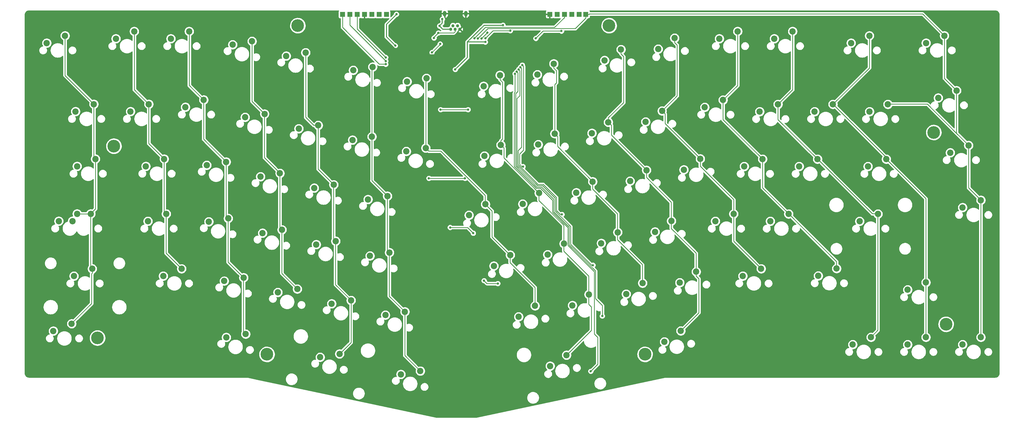
<source format=gtl>
G04 #@! TF.GenerationSoftware,KiCad,Pcbnew,(5.99.0-670-ga8d9fcb4e)*
G04 #@! TF.CreationDate,2020-04-27T16:46:55+02:00*
G04 #@! TF.ProjectId,adelheid,6164656c-6865-4696-942e-6b696361645f,1.0.1*
G04 #@! TF.SameCoordinates,Original*
G04 #@! TF.FileFunction,Copper,L1,Top*
G04 #@! TF.FilePolarity,Positive*
%FSLAX46Y46*%
G04 Gerber Fmt 4.6, Leading zero omitted, Abs format (unit mm)*
G04 Created by KiCad (PCBNEW (5.99.0-670-ga8d9fcb4e)) date 2020-04-27 16:46:55*
%MOMM*%
%LPD*%
G04 APERTURE LIST*
%ADD10C,2.200000*%
%ADD11C,1.100000*%
%ADD12O,1.200000X1.900000*%
%ADD13C,4.400000*%
%ADD14R,1.700000X1.700000*%
%ADD15C,0.800000*%
%ADD16C,0.250000*%
%ADD17C,0.375000*%
%ADD18C,0.254000*%
G04 APERTURE END LIST*
D10*
X37542155Y-97926564D03*
X43892155Y-95386564D03*
D11*
X173426755Y-31238864D03*
X174226755Y-30038864D03*
X175026755Y-31238864D03*
X175826755Y-30038864D03*
X176626755Y-31238864D03*
D12*
X171376755Y-25818864D03*
X178676755Y-25818864D03*
D10*
X209195059Y-43221778D03*
X203511917Y-47026512D03*
X198411917Y-91976512D03*
X204095059Y-88171778D03*
X207061917Y-109576512D03*
X212745059Y-105771778D03*
X215661917Y-127226512D03*
X221345059Y-123421778D03*
X120768108Y-65792226D03*
X127507441Y-64627970D03*
X188411917Y-113526512D03*
X194095059Y-109721778D03*
X107500688Y-82470772D03*
X114240021Y-81306516D03*
X185161917Y-75276512D03*
X190845059Y-71471778D03*
X331906755Y-121778864D03*
X338256755Y-119238864D03*
X217011917Y-88026512D03*
X222695059Y-84221778D03*
X280601806Y-59866361D03*
X286951806Y-57326361D03*
X331906755Y-140828864D03*
X338256755Y-138288864D03*
X318701806Y-59866361D03*
X325051806Y-57326361D03*
X299651806Y-59866361D03*
X306001806Y-57326361D03*
X244311917Y-101676512D03*
X249995059Y-97871778D03*
X275241806Y-78916361D03*
X281591806Y-76376361D03*
X265231806Y-97966361D03*
X271581806Y-95426361D03*
X252883613Y-119323598D03*
X258566755Y-115518864D03*
X294291806Y-78916361D03*
X300641806Y-76376361D03*
X312856755Y-140828864D03*
X319206755Y-138288864D03*
X254311917Y-80076512D03*
X259995059Y-76271778D03*
X342514348Y-55103870D03*
X348864348Y-52563870D03*
X346686806Y-74153877D03*
X353036806Y-71613877D03*
X222411917Y-67376512D03*
X228095059Y-63571778D03*
X284281806Y-97966361D03*
X290631806Y-95426361D03*
X67756755Y-78878864D03*
X74106755Y-76338864D03*
X43356755Y-59828864D03*
X49706755Y-57288864D03*
X81456755Y-58328864D03*
X87806755Y-55788864D03*
X62406755Y-59828864D03*
X68756755Y-57288864D03*
X68466755Y-97958864D03*
X74816755Y-95418864D03*
X73781806Y-117016361D03*
X80131806Y-114476361D03*
X113518108Y-122692226D03*
X120257441Y-121527970D03*
X150818108Y-130592226D03*
X157557441Y-129427970D03*
X179811917Y-95876512D03*
X185495059Y-92071778D03*
X158068108Y-73692226D03*
X164807441Y-72527970D03*
X203811917Y-71326512D03*
X209495059Y-67521778D03*
X89564645Y-98133939D03*
X96303978Y-96969683D03*
X132168108Y-126642226D03*
X138907441Y-125477970D03*
X145465775Y-110016120D03*
X152205108Y-108851864D03*
X144768108Y-90392226D03*
X151507441Y-89227970D03*
X156168108Y-151192226D03*
X162907441Y-150027970D03*
X88866978Y-78510046D03*
X95606311Y-77345790D03*
X139418108Y-69742226D03*
X146157441Y-68577970D03*
X94918108Y-118742226D03*
X101657441Y-117577970D03*
X197011917Y-131176512D03*
X202695059Y-127371778D03*
X108198355Y-102094666D03*
X114937688Y-100930410D03*
X126134398Y-86431499D03*
X132873731Y-85267243D03*
X102168108Y-61842226D03*
X108907441Y-60677970D03*
X126832065Y-106055393D03*
X133571398Y-104891137D03*
X225661917Y-105626512D03*
X231345059Y-101821778D03*
X241061917Y-63426512D03*
X246745059Y-59621778D03*
X350956755Y-140828864D03*
X357306755Y-138288864D03*
X234311917Y-123276512D03*
X239995059Y-119471778D03*
X274756825Y-117016359D03*
X281106825Y-114476359D03*
X350956755Y-93203880D03*
X357306755Y-90663880D03*
X235661917Y-84026512D03*
X241345059Y-80221778D03*
X261551806Y-58365976D03*
X267901806Y-55825976D03*
X35656755Y-136128864D03*
X42006755Y-133588864D03*
X43906755Y-78878864D03*
X50256755Y-76338864D03*
X247561917Y-139876512D03*
X253245059Y-136071778D03*
X95618108Y-138342226D03*
X102357441Y-137177970D03*
X318156755Y-78928864D03*
X324506755Y-76388864D03*
X57356755Y-34528864D03*
X63706755Y-31988864D03*
X39706755Y-33488864D03*
X33356755Y-36028864D03*
X82756755Y-31988864D03*
X76406755Y-34528864D03*
X165057441Y-48277970D03*
X158318108Y-49442226D03*
X146407441Y-44327970D03*
X139668108Y-45492226D03*
X232495059Y-38271778D03*
X226811917Y-42076512D03*
X318656755Y-33488864D03*
X312306755Y-36028864D03*
X272956755Y-31988864D03*
X266606755Y-34528864D03*
X190545059Y-47221778D03*
X184861917Y-51026512D03*
X104557441Y-35427970D03*
X97818108Y-36592226D03*
X251095059Y-34321778D03*
X245411917Y-38126512D03*
X123157441Y-39377970D03*
X116418108Y-40542226D03*
X344656755Y-33488864D03*
X338306755Y-36028864D03*
X292006755Y-31988864D03*
X285656755Y-34528864D03*
D13*
X240827021Y-144227584D03*
X345216704Y-133776367D03*
D14*
X220326069Y-26059758D03*
X217962069Y-26061758D03*
X215422069Y-26061758D03*
X212882069Y-26061758D03*
X210342069Y-26061758D03*
X207802069Y-26061758D03*
X138460069Y-26061758D03*
X135920069Y-26061758D03*
X141016755Y-26061758D03*
D10*
X42306755Y-97928864D03*
X48656755Y-95388864D03*
X42806755Y-117028864D03*
X49156755Y-114488864D03*
X128180897Y-145229167D03*
X134920230Y-144064911D03*
X207931183Y-148298051D03*
X213614324Y-144493317D03*
X300925524Y-116948862D03*
X307275524Y-114408862D03*
X315256755Y-97978864D03*
X321606755Y-95438864D03*
D14*
X151160069Y-26061758D03*
X146080069Y-26061758D03*
X148620069Y-26061758D03*
X143540069Y-26061758D03*
D13*
X56631755Y-71863864D03*
X50964255Y-138538864D03*
X120416755Y-29968864D03*
X109726191Y-144228232D03*
X228366755Y-29968864D03*
X340946755Y-67101380D03*
D15*
X169184755Y-32508864D03*
X167660755Y-34286864D03*
X179471755Y-59178864D03*
X169946755Y-59178864D03*
X222016755Y-150109212D03*
X226016755Y-130898004D03*
X189766755Y-119618864D03*
X185016755Y-118618864D03*
X222766755Y-113254452D03*
X181266755Y-102118864D03*
X173266755Y-100118864D03*
X212016755Y-95610900D03*
X178405755Y-83054864D03*
X165882755Y-83043261D03*
X198516755Y-78957518D03*
X202966755Y-34413864D03*
X211856755Y-31873864D03*
X175026755Y-45208864D03*
X154632671Y-26029748D03*
X154211568Y-36948249D03*
X169797954Y-36347863D03*
X166953154Y-39319663D03*
X150927870Y-42307549D03*
X150915170Y-41024849D03*
X150924471Y-43377748D03*
X194086069Y-31749738D03*
X186193654Y-32398163D03*
X191583518Y-29812427D03*
X185457054Y-34404763D03*
X184161654Y-34430163D03*
X182853554Y-34468263D03*
X181640069Y-34411748D03*
X185450069Y-35681748D03*
X195727755Y-46732864D03*
X196362755Y-45970864D03*
X196997755Y-45208864D03*
X197632755Y-44446864D03*
X198267755Y-43684864D03*
X169565755Y-30095864D03*
X170541147Y-27723472D03*
X174518755Y-37588864D03*
X163606069Y-30093748D03*
X162844069Y-37967748D03*
X173121755Y-39620864D03*
X162844069Y-35935748D03*
X197642069Y-28061748D03*
X182910069Y-27045748D03*
X171216755Y-51812864D03*
D16*
X43892155Y-95386564D02*
X48654455Y-95386564D01*
X48654455Y-95386564D02*
X48656755Y-95388864D01*
X167660755Y-34286864D02*
X167660755Y-34032864D01*
X167660755Y-34032864D02*
X169184755Y-32508864D01*
X175026755Y-31238864D02*
X175026755Y-32016681D01*
X169750440Y-32508864D02*
X169184755Y-32508864D01*
X175026755Y-32016681D02*
X174534572Y-32508864D01*
X174534572Y-32508864D02*
X169750440Y-32508864D01*
D17*
X173426755Y-31238864D02*
X170708755Y-31238864D01*
X170708755Y-31238864D02*
X169565755Y-30095864D01*
D16*
X169946755Y-59178864D02*
X179471755Y-59178864D01*
X338231704Y-119171367D02*
X338231704Y-138221367D01*
X324436755Y-76308864D02*
X338231704Y-90103813D01*
X338231704Y-90103813D02*
X338231704Y-119171367D01*
X305976755Y-57258864D02*
X324436755Y-75718864D01*
X324436755Y-75718864D02*
X324436755Y-76308864D01*
X321563005Y-95358864D02*
X321563005Y-135840066D01*
X321563005Y-135840066D02*
X319181704Y-138221367D01*
X300616755Y-76308864D02*
X319666755Y-95358864D01*
X319666755Y-95358864D02*
X321563005Y-95358864D01*
X286926755Y-57258864D02*
X286926755Y-62618864D01*
X286926755Y-62618864D02*
X300616755Y-76308864D01*
X307275524Y-114408862D02*
X307275524Y-112027633D01*
X307275524Y-112027633D02*
X290606755Y-95358864D01*
X281566755Y-76308864D02*
X281566755Y-86318864D01*
X281566755Y-86318864D02*
X290606755Y-95358864D01*
X267876755Y-55758479D02*
X267876755Y-62618864D01*
X267876755Y-62618864D02*
X281566755Y-76308864D01*
X271556755Y-95358864D02*
X271556755Y-104883843D01*
X271556755Y-104883843D02*
X281081774Y-114408862D01*
X259962543Y-76214932D02*
X259962543Y-78854141D01*
X259962543Y-78854141D02*
X271556755Y-90448353D01*
X271556755Y-90448353D02*
X271556755Y-95358864D01*
X246685058Y-59561551D02*
X247785057Y-60661550D01*
X247785057Y-60661550D02*
X247785057Y-64037446D01*
X247785057Y-64037446D02*
X259962543Y-76214932D01*
X184180069Y-34411748D02*
X186193654Y-32398163D01*
X258567073Y-115462754D02*
X258567073Y-117018388D01*
X258567073Y-117018388D02*
X259463771Y-117915086D01*
X259463771Y-117915086D02*
X259463771Y-129823993D01*
X259463771Y-129823993D02*
X253210960Y-136076804D01*
X249947952Y-97819202D02*
X249947952Y-100458411D01*
X249947952Y-100458411D02*
X258567073Y-109077532D01*
X258567073Y-109077532D02*
X258567073Y-115462754D01*
X241328831Y-80175650D02*
X241328831Y-82751621D01*
X241328831Y-82751621D02*
X249947952Y-91370742D01*
X249947952Y-91370742D02*
X249947952Y-97819202D01*
X228051347Y-63522269D02*
X229151346Y-64622268D01*
X229151346Y-64622268D02*
X229151346Y-67998165D01*
X229151346Y-67998165D02*
X241328831Y-80175650D01*
X231314240Y-101779920D02*
X231314240Y-104419129D01*
X231314240Y-104419129D02*
X239933361Y-113038250D01*
X239933361Y-113038250D02*
X239933361Y-119423472D01*
X222695119Y-84136368D02*
X222695119Y-86775577D01*
X222695119Y-86775577D02*
X231314240Y-95394698D01*
X231314240Y-95394698D02*
X231314240Y-101779920D01*
X209417635Y-67482986D02*
X210517634Y-68582985D01*
X210517634Y-68582985D02*
X210517634Y-71958883D01*
X210517634Y-71958883D02*
X222695119Y-84136368D01*
X164738582Y-72500619D02*
X165838581Y-73600618D01*
X165838581Y-73600618D02*
X170024511Y-73600618D01*
X170024511Y-73600618D02*
X185427696Y-89003803D01*
X185427696Y-89003803D02*
X185427696Y-92057803D01*
X194046817Y-109701355D02*
X194046817Y-112340564D01*
X194046817Y-112340564D02*
X202665938Y-120959685D01*
X202665938Y-120959685D02*
X202665938Y-127344907D01*
X194046817Y-109701355D02*
X187793382Y-103447920D01*
X187793382Y-103447920D02*
X187793382Y-94423489D01*
X187793382Y-94423489D02*
X185427696Y-92057803D01*
X146104870Y-83797940D02*
X151460919Y-89153989D01*
X151460919Y-89153989D02*
X151460919Y-108080216D01*
X151460919Y-108080216D02*
X152158586Y-108777883D01*
X152158586Y-108777883D02*
X152158586Y-124035870D01*
X152158586Y-124035870D02*
X157514667Y-129391951D01*
X157514667Y-129391951D02*
X157514667Y-144649843D01*
X157514667Y-144649843D02*
X162870804Y-150005980D01*
X138880957Y-125431224D02*
X138880957Y-140104184D01*
X138880957Y-140104184D02*
X134920230Y-144064911D01*
X133524876Y-104817156D02*
X133524876Y-120075143D01*
X133524876Y-120075143D02*
X138880957Y-125431224D01*
X132827209Y-85193262D02*
X132827209Y-104119489D01*
X132827209Y-104119489D02*
X133524876Y-104817156D01*
X127471158Y-64579184D02*
X127471158Y-79837211D01*
X127471158Y-79837211D02*
X132827209Y-85193262D01*
X108837447Y-60618466D02*
X108837447Y-75876483D01*
X108837447Y-75876483D02*
X114193499Y-81232535D01*
X114193499Y-81232535D02*
X114193499Y-100158762D01*
X114193499Y-100158762D02*
X114891166Y-100856429D01*
X114891166Y-100856429D02*
X114891166Y-116114415D01*
X114891166Y-116114415D02*
X120247248Y-121470497D01*
X166908069Y-39364748D02*
X166953154Y-39319663D01*
X169702069Y-36570748D02*
X169702069Y-36443748D01*
X101613538Y-117509771D02*
X101613538Y-136435958D01*
X101613538Y-136435958D02*
X102311239Y-137133659D01*
X96257456Y-96895702D02*
X96257456Y-112153689D01*
X96257456Y-112153689D02*
X101613538Y-117509771D01*
X95559789Y-77271809D02*
X95559789Y-96198035D01*
X95559789Y-96198035D02*
X96257456Y-96895702D01*
X87746755Y-55758479D02*
X87746755Y-69458775D01*
X87746755Y-69458775D02*
X95559789Y-77271809D01*
X74756755Y-95358864D02*
X74756755Y-109058864D01*
X74756755Y-109058864D02*
X80106755Y-114408864D01*
X74056755Y-76308864D02*
X74056755Y-94658864D01*
X74056755Y-94658864D02*
X74756755Y-95358864D01*
X68696755Y-57258864D02*
X68696755Y-70948864D01*
X68696755Y-70948864D02*
X74056755Y-76308864D01*
X49150505Y-114408864D02*
X49150505Y-115964498D01*
X49150505Y-115964498D02*
X48935506Y-116179497D01*
X48935506Y-116179497D02*
X48935506Y-126540113D01*
X48935506Y-126540113D02*
X42016755Y-133458864D01*
X48563005Y-95358864D02*
X48563005Y-113821364D01*
X48563005Y-113821364D02*
X49150505Y-114408864D01*
X50246755Y-76308864D02*
X50246755Y-93675114D01*
X50246755Y-93675114D02*
X48563005Y-95358864D01*
X49646755Y-57258864D02*
X49646755Y-75708864D01*
X49646755Y-75708864D02*
X50246755Y-76308864D01*
X135920069Y-26029748D02*
X135920069Y-30601748D01*
X150906069Y-42285748D02*
X138460069Y-29839748D01*
X138460069Y-29839748D02*
X138460069Y-26029748D01*
X194086069Y-31749738D02*
X188112079Y-31749738D01*
X188112079Y-31749738D02*
X185457054Y-34404763D01*
X216607080Y-31024737D02*
X186297080Y-31024737D01*
X186297080Y-31024737D02*
X182910069Y-34411748D01*
X325026755Y-57258864D02*
X338724239Y-57258864D01*
X338724239Y-57258864D02*
X348839297Y-67373922D01*
X348839297Y-52496373D02*
X348839297Y-67373922D01*
X348839297Y-67373922D02*
X353011755Y-71546380D01*
X353011755Y-71546380D02*
X353011755Y-86326434D01*
X353011755Y-86326434D02*
X357281704Y-90596383D01*
X357281704Y-90596383D02*
X357281704Y-138221367D01*
X186016755Y-119618864D02*
X189766755Y-119618864D01*
X185016755Y-118618864D02*
X186016755Y-119618864D01*
X179266755Y-100118864D02*
X181266755Y-102118864D01*
X173266755Y-100118864D02*
X179266755Y-100118864D01*
X178394152Y-83043261D02*
X178405755Y-83054864D01*
X165882755Y-83043261D02*
X178394152Y-83043261D01*
D17*
X179204567Y-35681748D02*
X185036588Y-29849727D01*
X185450069Y-35681748D02*
X179204567Y-35681748D01*
X191546069Y-29849727D02*
X185036588Y-29849727D01*
X151160069Y-33903748D02*
X151160069Y-29585748D01*
X151160069Y-29585748D02*
X154716069Y-26029748D01*
X151160069Y-33903748D02*
X154208069Y-36951748D01*
D16*
X39706755Y-47288864D02*
X39706755Y-33488864D01*
X49706755Y-57288864D02*
X39706755Y-47288864D01*
X63706755Y-52238864D02*
X63706755Y-31988864D01*
X68756755Y-57288864D02*
X63706755Y-52238864D01*
X82756755Y-50738864D02*
X82756755Y-31988864D01*
X87806755Y-55788864D02*
X82756755Y-50738864D01*
X104557441Y-56327970D02*
X104557441Y-35427970D01*
X108907441Y-60677970D02*
X104557441Y-56327970D01*
X123157441Y-40933604D02*
X123157441Y-39377970D01*
X123157441Y-61833604D02*
X123157441Y-40933604D01*
X125951807Y-64627970D02*
X123157441Y-61833604D01*
X127507441Y-64627970D02*
X125951807Y-64627970D01*
X146157441Y-44577970D02*
X146407441Y-44327970D01*
X146157441Y-68577970D02*
X146157441Y-44577970D01*
X164807441Y-48527970D02*
X165057441Y-48277970D01*
X164807441Y-72527970D02*
X164807441Y-48527970D01*
X191441756Y-69319447D02*
X191441756Y-49674109D01*
X190545059Y-48777412D02*
X190545059Y-47221778D01*
X191441756Y-49674109D02*
X190545059Y-48777412D01*
X190845059Y-69916144D02*
X191441756Y-69319447D01*
X190845059Y-71471778D02*
X190845059Y-69916144D01*
X209195059Y-44777412D02*
X209195059Y-43221778D01*
X210091756Y-45674109D02*
X209195059Y-44777412D01*
X210091756Y-49834865D02*
X210091756Y-45674109D01*
X209495059Y-50431562D02*
X210091756Y-49834865D01*
X209495059Y-67521778D02*
X209495059Y-50431562D01*
X232495059Y-39827412D02*
X232495059Y-38271778D01*
X233391756Y-40724109D02*
X232495059Y-39827412D01*
X233391756Y-56719447D02*
X233391756Y-40724109D01*
X228095059Y-62016144D02*
X233391756Y-56719447D01*
X228095059Y-63571778D02*
X228095059Y-62016144D01*
X251991756Y-36774109D02*
X251095059Y-35877412D01*
X251095059Y-35877412D02*
X251095059Y-34321778D01*
X251991756Y-54375081D02*
X251991756Y-36774109D01*
X246745059Y-59621778D02*
X251991756Y-54375081D01*
X272956755Y-50771027D02*
X272956755Y-31988864D01*
X267901806Y-55825976D02*
X272956755Y-50771027D01*
X292006755Y-52271412D02*
X292006755Y-31988864D01*
X286951806Y-57326361D02*
X292006755Y-52271412D01*
X318656755Y-44671412D02*
X318656755Y-33488864D01*
X306001806Y-57326361D02*
X318656755Y-44671412D01*
X344656755Y-35044498D02*
X344656755Y-33488864D01*
X344656755Y-48356277D02*
X344656755Y-35044498D01*
X348864348Y-52563870D02*
X344656755Y-48356277D01*
X220326069Y-27305748D02*
X220326069Y-26059758D01*
X216607080Y-31024737D02*
X220326069Y-27305748D01*
X343556756Y-32388865D02*
X344656755Y-33488864D01*
X337111754Y-25943863D02*
X343556756Y-32388865D01*
X221541964Y-25943863D02*
X337111754Y-25943863D01*
X221426069Y-26059758D02*
X221541964Y-25943863D01*
X220326069Y-26059758D02*
X221426069Y-26059758D01*
X212882069Y-27161758D02*
X212882069Y-26061758D01*
X209469100Y-30574727D02*
X212882069Y-27161758D01*
X185477090Y-30574727D02*
X209469100Y-30574727D01*
X181640069Y-34411748D02*
X185477090Y-30574727D01*
X205506755Y-31873864D02*
X202966755Y-34413864D01*
X211856755Y-31873864D02*
X205506755Y-31873864D01*
X166953154Y-39319663D02*
X169702069Y-36570748D01*
X141016755Y-31126434D02*
X150915170Y-41024849D01*
X141016755Y-26061758D02*
X141016755Y-31126434D01*
X148696069Y-43377748D02*
X150924471Y-43377748D01*
X135920069Y-30601748D02*
X148696069Y-43377748D01*
X186193654Y-32398163D02*
X186212069Y-32379748D01*
X185457054Y-34404763D02*
X185450069Y-34411748D01*
X191883922Y-72510641D02*
X190845059Y-71471778D01*
X212680528Y-108379846D02*
X212680528Y-99355415D01*
X204061407Y-88097085D02*
X191883922Y-75919600D01*
X222196348Y-135911293D02*
X222196348Y-127765273D01*
X213614324Y-144493317D02*
X222196348Y-135911293D01*
X222196348Y-127765273D02*
X221299650Y-126868575D01*
X191883922Y-75919600D02*
X191883922Y-72510641D01*
X204061407Y-90736294D02*
X204061407Y-88097085D01*
X221299650Y-116998968D02*
X212680528Y-108379846D01*
X212680528Y-99355415D02*
X204061407Y-90736294D01*
X221299650Y-126868575D02*
X221299650Y-116998968D01*
X198105409Y-78957518D02*
X197316794Y-78168903D01*
X198667754Y-44084863D02*
X198267755Y-43684864D01*
X198516755Y-78957518D02*
X198105409Y-78957518D01*
X197316794Y-78168903D02*
X197316794Y-74610903D01*
X197316794Y-74610903D02*
X198667754Y-73259943D01*
X198667754Y-73259943D02*
X198667754Y-44084863D01*
X196866784Y-73406835D02*
X198032754Y-72240865D01*
X196866784Y-78356822D02*
X196866784Y-73406835D01*
X212016755Y-95610900D02*
X211481653Y-95610900D01*
X203677375Y-85167413D02*
X196866784Y-78356822D01*
X211481653Y-95610900D02*
X210127125Y-94256372D01*
X198032754Y-72240865D02*
X198032754Y-44846863D01*
X210127125Y-89729234D02*
X205565304Y-85167413D01*
X210127125Y-94256372D02*
X210127125Y-89729234D01*
X198032754Y-44846863D02*
X197632755Y-44446864D01*
X205565304Y-85167413D02*
X203677375Y-85167413D01*
X197397754Y-45608863D02*
X196997755Y-45208864D01*
X196416774Y-78543222D02*
X196416774Y-55314845D01*
X197397754Y-54333865D02*
X197397754Y-45608863D01*
X215016755Y-99782412D02*
X209677115Y-94442772D01*
X215016755Y-105965249D02*
X215016755Y-99782412D01*
X222305958Y-113254452D02*
X215016755Y-105965249D01*
X205265314Y-85617423D02*
X203490975Y-85617423D01*
X209677115Y-90029224D02*
X205265314Y-85617423D01*
X209677115Y-94442772D02*
X209677115Y-90029224D01*
X203490975Y-85617423D02*
X196416774Y-78543222D01*
X222766755Y-113254452D02*
X222305958Y-113254452D01*
X196416774Y-55314845D02*
X197397754Y-54333865D01*
X196762754Y-46370863D02*
X196362755Y-45970864D01*
X196762754Y-52809865D02*
X196762754Y-46370863D01*
X195966764Y-53605855D02*
X196762754Y-52809865D01*
X195966764Y-78729622D02*
X195966764Y-53605855D01*
X226015338Y-130896587D02*
X226015338Y-127261082D01*
X223678796Y-124924540D02*
X223678796Y-115263700D01*
X226015338Y-127261082D02*
X223678796Y-124924540D01*
X223678796Y-115263700D02*
X214555539Y-106140443D01*
X214555539Y-106140443D02*
X214555539Y-99957606D01*
X204965324Y-86067433D02*
X203304575Y-86067433D01*
X226016755Y-130898004D02*
X226015338Y-130896587D01*
X214555539Y-99957606D02*
X209227105Y-94629172D01*
X209227105Y-94629172D02*
X209227105Y-90329214D01*
X209227105Y-90329214D02*
X204965324Y-86067433D01*
X203304575Y-86067433D02*
X195966764Y-78729622D01*
X224437786Y-147688181D02*
X222016755Y-150109212D01*
X224437786Y-138340316D02*
X224437786Y-147688181D01*
X203118175Y-86517443D02*
X204590767Y-86517443D01*
X195727755Y-46732864D02*
X195727755Y-53208454D01*
X195516754Y-53419455D02*
X195516755Y-78916023D01*
X223228786Y-137131316D02*
X224437786Y-138340316D01*
X195516755Y-78916023D02*
X203118175Y-86517443D01*
X195727755Y-53208454D02*
X195516754Y-53419455D01*
X204590767Y-86517443D02*
X208777095Y-90703771D01*
X208777095Y-90703771D02*
X208777095Y-94815572D01*
X223228786Y-115450100D02*
X223228786Y-137131316D01*
X208777095Y-94815572D02*
X214105529Y-100144006D01*
X214105529Y-100144006D02*
X214105529Y-106326843D01*
X214105529Y-106326843D02*
X223228786Y-115450100D01*
D17*
X179204567Y-41031052D02*
X175026755Y-45208864D01*
X179204567Y-35681748D02*
X179204567Y-41031052D01*
X170541147Y-29120472D02*
X169565755Y-30095864D01*
X170541147Y-27723472D02*
X170541147Y-29120472D01*
X174518755Y-38223864D02*
X173121755Y-39620864D01*
X174518755Y-37588864D02*
X174518755Y-38223864D01*
X154065565Y-37967748D02*
X162278384Y-37967748D01*
X162278384Y-37967748D02*
X162844069Y-37967748D01*
X143540069Y-27442252D02*
X154065565Y-37967748D01*
X143540069Y-26061758D02*
X143540069Y-27442252D01*
X162844069Y-37967748D02*
X162844069Y-35935748D01*
X163606069Y-35173748D02*
X162844069Y-35935748D01*
X163606069Y-30093748D02*
X163606069Y-35173748D01*
X164983485Y-40107164D02*
X163244068Y-38367747D01*
X163244068Y-38367747D02*
X162844069Y-37967748D01*
X172069770Y-40107164D02*
X164983485Y-40107164D01*
X172556070Y-39620864D02*
X172069770Y-40107164D01*
X173121755Y-39620864D02*
X172556070Y-39620864D01*
X183926069Y-28061748D02*
X182910069Y-27045748D01*
X197642069Y-28061748D02*
X183926069Y-28061748D01*
D16*
X146157441Y-83745369D02*
X146104870Y-83797940D01*
X146157441Y-68577970D02*
X146157441Y-83745369D01*
D17*
X171216755Y-41525864D02*
X173121755Y-39620864D01*
X171216755Y-51812864D02*
X171216755Y-41525864D01*
G36*
X134576904Y-24797943D02*
G01*
X134465113Y-24991572D01*
X134428232Y-25200734D01*
X134428232Y-26928346D01*
X134508864Y-27229270D01*
X134656254Y-27404923D01*
X134849883Y-27516714D01*
X135059045Y-27553595D01*
X135161069Y-27553595D01*
X135161070Y-30501491D01*
X135161070Y-30721961D01*
X135179759Y-30779480D01*
X135189220Y-30839215D01*
X135216677Y-30893103D01*
X135235366Y-30950623D01*
X135270918Y-30999554D01*
X135298372Y-31053438D01*
X135348151Y-31103216D01*
X146914385Y-42669451D01*
X146813487Y-42636668D01*
X146543910Y-42593970D01*
X146270972Y-42593970D01*
X146001395Y-42636668D01*
X145741816Y-42721009D01*
X145498627Y-42844920D01*
X145277816Y-43005349D01*
X145084820Y-43198345D01*
X144924391Y-43419156D01*
X144800480Y-43662345D01*
X144716139Y-43921924D01*
X144673441Y-44191501D01*
X144673441Y-44464439D01*
X144716139Y-44734016D01*
X144800480Y-44993595D01*
X144924391Y-45236784D01*
X145084820Y-45457595D01*
X145277816Y-45650592D01*
X145398442Y-45738231D01*
X145398442Y-48037632D01*
X145376790Y-47953304D01*
X145254781Y-47645145D01*
X145095112Y-47354706D01*
X144900299Y-47086570D01*
X144673417Y-46844964D01*
X144418042Y-46633700D01*
X144138203Y-46456109D01*
X143838312Y-46314992D01*
X143523099Y-46212572D01*
X143197535Y-46150467D01*
X142866755Y-46129657D01*
X142535975Y-46150467D01*
X142210411Y-46212572D01*
X141895198Y-46314992D01*
X141595307Y-46456109D01*
X141315468Y-46633700D01*
X141060093Y-46844964D01*
X140833211Y-47086570D01*
X140638398Y-47354706D01*
X140478729Y-47645145D01*
X140356720Y-47953304D01*
X140274295Y-48274326D01*
X140232756Y-48603147D01*
X140232756Y-48934581D01*
X140274295Y-49263402D01*
X140356720Y-49584424D01*
X140478729Y-49892583D01*
X140638398Y-50183022D01*
X140833211Y-50451158D01*
X141060093Y-50692764D01*
X141315468Y-50904028D01*
X141595307Y-51081619D01*
X141895198Y-51222736D01*
X142210411Y-51325156D01*
X142535975Y-51387261D01*
X142866755Y-51408071D01*
X143197535Y-51387261D01*
X143523099Y-51325156D01*
X143838312Y-51222736D01*
X144138203Y-51081619D01*
X144418042Y-50904028D01*
X144673417Y-50692764D01*
X144900299Y-50451158D01*
X145095112Y-50183022D01*
X145254781Y-49892583D01*
X145376790Y-49584424D01*
X145398442Y-49500096D01*
X145398441Y-67018586D01*
X145248627Y-67094920D01*
X145027816Y-67255349D01*
X144834820Y-67448345D01*
X144674391Y-67669156D01*
X144550480Y-67912345D01*
X144466139Y-68171924D01*
X144423441Y-68441501D01*
X144423441Y-68714439D01*
X144466139Y-68984016D01*
X144550480Y-69243595D01*
X144674391Y-69486784D01*
X144834820Y-69707595D01*
X145027816Y-69900591D01*
X145248627Y-70061020D01*
X145398441Y-70137354D01*
X145398442Y-83515929D01*
X145345871Y-83677727D01*
X145345871Y-83918153D01*
X145420167Y-84146814D01*
X145561487Y-84341323D01*
X145610416Y-84376872D01*
X149874830Y-88641287D01*
X149816139Y-88821924D01*
X149773441Y-89091501D01*
X149773441Y-89364439D01*
X149816139Y-89634016D01*
X149900480Y-89893595D01*
X150024391Y-90136784D01*
X150184820Y-90357595D01*
X150377816Y-90550591D01*
X150598627Y-90711020D01*
X150701919Y-90763650D01*
X150701920Y-107979959D01*
X150701920Y-107982573D01*
X150598147Y-108186239D01*
X150513806Y-108445818D01*
X150471108Y-108715395D01*
X150471108Y-108988333D01*
X150513806Y-109257910D01*
X150598147Y-109517489D01*
X150722058Y-109760678D01*
X150882487Y-109981489D01*
X151075483Y-110174485D01*
X151296294Y-110334914D01*
X151399586Y-110387544D01*
X151399587Y-123935613D01*
X151399587Y-124156083D01*
X151418276Y-124213602D01*
X151427737Y-124273337D01*
X151455194Y-124327225D01*
X151473883Y-124384745D01*
X151509435Y-124433676D01*
X151536889Y-124487560D01*
X151586668Y-124537338D01*
X155916440Y-128867111D01*
X155866139Y-129021924D01*
X155823441Y-129291501D01*
X155823441Y-129564439D01*
X155866139Y-129834016D01*
X155950480Y-130093595D01*
X156074391Y-130336784D01*
X156234820Y-130557595D01*
X156427816Y-130750591D01*
X156648627Y-130911020D01*
X156755667Y-130965560D01*
X156755668Y-144549586D01*
X156755668Y-144770056D01*
X156774357Y-144827575D01*
X156783818Y-144887310D01*
X156811275Y-144941198D01*
X156829964Y-144998718D01*
X156865516Y-145047649D01*
X156892970Y-145101533D01*
X156942749Y-145151311D01*
X161264504Y-149473068D01*
X161216139Y-149621924D01*
X161173441Y-149891501D01*
X161173441Y-150164439D01*
X161216139Y-150434016D01*
X161300480Y-150693595D01*
X161424391Y-150936784D01*
X161584820Y-151157595D01*
X161777816Y-151350591D01*
X161998627Y-151511020D01*
X162241816Y-151634931D01*
X162501395Y-151719272D01*
X162770972Y-151761970D01*
X163043910Y-151761970D01*
X163313487Y-151719272D01*
X163573066Y-151634931D01*
X163816255Y-151511020D01*
X164037066Y-151350591D01*
X164230062Y-151157595D01*
X164322041Y-151030997D01*
X205727751Y-151030997D01*
X205746415Y-151282147D01*
X205807128Y-151526563D01*
X205908154Y-151757255D01*
X206046606Y-151967626D01*
X206218524Y-152151664D01*
X206418991Y-152304103D01*
X206642277Y-152420585D01*
X206881997Y-152497783D01*
X207131297Y-152533485D01*
X207383048Y-152526673D01*
X207630053Y-152477541D01*
X207865247Y-152387494D01*
X208081908Y-152259105D01*
X208273838Y-152096048D01*
X208435552Y-151902984D01*
X208562424Y-151685433D01*
X208650827Y-151449615D01*
X208698349Y-151201675D01*
X208701271Y-150922567D01*
X208658953Y-150673687D01*
X208575508Y-150436069D01*
X208453219Y-150215908D01*
X208295585Y-150019500D01*
X208273041Y-149999520D01*
X208337229Y-149989353D01*
X208596808Y-149905012D01*
X208754458Y-149824685D01*
X209552022Y-149824685D01*
X209552022Y-150156119D01*
X209593561Y-150484940D01*
X209675986Y-150805962D01*
X209797995Y-151114121D01*
X209957664Y-151404560D01*
X210152477Y-151672696D01*
X210379359Y-151914302D01*
X210634734Y-152125566D01*
X210914573Y-152303157D01*
X211214464Y-152444274D01*
X211529677Y-152546694D01*
X211855241Y-152608799D01*
X212186021Y-152629609D01*
X212516801Y-152608799D01*
X212842365Y-152546694D01*
X213157578Y-152444274D01*
X213457469Y-152303157D01*
X213737308Y-152125566D01*
X213992683Y-151914302D01*
X214219565Y-151672696D01*
X214414378Y-151404560D01*
X214574047Y-151114121D01*
X214696056Y-150805962D01*
X214778481Y-150484940D01*
X214820020Y-150156119D01*
X214820020Y-149824685D01*
X214778481Y-149495864D01*
X214696056Y-149174842D01*
X214594609Y-148918615D01*
X215665730Y-148918615D01*
X215684394Y-149169765D01*
X215745107Y-149414181D01*
X215846133Y-149644873D01*
X215984585Y-149855244D01*
X216156503Y-150039282D01*
X216356970Y-150191721D01*
X216580256Y-150308203D01*
X216819976Y-150385401D01*
X217069276Y-150421103D01*
X217321027Y-150414291D01*
X217568032Y-150365159D01*
X217803226Y-150275112D01*
X218019887Y-150146723D01*
X218211817Y-149983666D01*
X218373531Y-149790602D01*
X218500403Y-149573051D01*
X218588806Y-149337233D01*
X218636328Y-149089293D01*
X218639250Y-148810185D01*
X218596932Y-148561305D01*
X218513487Y-148323687D01*
X218391198Y-148103526D01*
X218233564Y-147907118D01*
X218045090Y-147740077D01*
X217831166Y-147607180D01*
X217597909Y-147512227D01*
X217351987Y-147457932D01*
X217100434Y-147445849D01*
X216850441Y-147476324D01*
X216609157Y-147548483D01*
X216383480Y-147660264D01*
X216179864Y-147808472D01*
X216004130Y-147988867D01*
X215861303Y-148196294D01*
X215755467Y-148424820D01*
X215689649Y-148667910D01*
X215665730Y-148918615D01*
X214594609Y-148918615D01*
X214574047Y-148866683D01*
X214414378Y-148576244D01*
X214219565Y-148308108D01*
X213992683Y-148066502D01*
X213737308Y-147855238D01*
X213457469Y-147677647D01*
X213157578Y-147536530D01*
X212842365Y-147434110D01*
X212516801Y-147372005D01*
X212186021Y-147351195D01*
X211855241Y-147372005D01*
X211529677Y-147434110D01*
X211214464Y-147536530D01*
X210914573Y-147677647D01*
X210634734Y-147855238D01*
X210379359Y-148066502D01*
X210152477Y-148308108D01*
X209957664Y-148576244D01*
X209797995Y-148866683D01*
X209675986Y-149174842D01*
X209593561Y-149495864D01*
X209552022Y-149824685D01*
X208754458Y-149824685D01*
X208839997Y-149781101D01*
X209060808Y-149620672D01*
X209253804Y-149427676D01*
X209414233Y-149206865D01*
X209538144Y-148963676D01*
X209622485Y-148704097D01*
X209665183Y-148434520D01*
X209665183Y-148161582D01*
X209622485Y-147892005D01*
X209538144Y-147632426D01*
X209414233Y-147389237D01*
X209253804Y-147168426D01*
X209060808Y-146975430D01*
X208839997Y-146815001D01*
X208596808Y-146691090D01*
X208337229Y-146606749D01*
X208067652Y-146564051D01*
X207794714Y-146564051D01*
X207525137Y-146606749D01*
X207265558Y-146691090D01*
X207022369Y-146815001D01*
X206801558Y-146975430D01*
X206608562Y-147168426D01*
X206448133Y-147389237D01*
X206324222Y-147632426D01*
X206239881Y-147892005D01*
X206197183Y-148161582D01*
X206197183Y-148434520D01*
X206239881Y-148704097D01*
X206324222Y-148963676D01*
X206448133Y-149206865D01*
X206608562Y-149427676D01*
X206801558Y-149620672D01*
X206802729Y-149621523D01*
X206671178Y-149660865D01*
X206445501Y-149772646D01*
X206241885Y-149920854D01*
X206066151Y-150101249D01*
X205923324Y-150308676D01*
X205817488Y-150537202D01*
X205751670Y-150780292D01*
X205727751Y-151030997D01*
X164322041Y-151030997D01*
X164390491Y-150936784D01*
X164514402Y-150693595D01*
X164598743Y-150434016D01*
X164641441Y-150164439D01*
X164641441Y-149891501D01*
X164598743Y-149621924D01*
X164514402Y-149362345D01*
X164390491Y-149119156D01*
X164230062Y-148898345D01*
X164037066Y-148705349D01*
X163816255Y-148544920D01*
X163573066Y-148421009D01*
X163313487Y-148336668D01*
X163043910Y-148293970D01*
X162770972Y-148293970D01*
X162501395Y-148336668D01*
X162330429Y-148392217D01*
X158273667Y-144335457D01*
X158273667Y-144238898D01*
X196198873Y-144238898D01*
X196198873Y-144570332D01*
X196240412Y-144899153D01*
X196322837Y-145220175D01*
X196444846Y-145528334D01*
X196604515Y-145818773D01*
X196799328Y-146086909D01*
X197026210Y-146328515D01*
X197281585Y-146539779D01*
X197561424Y-146717370D01*
X197861315Y-146858487D01*
X198176528Y-146960907D01*
X198502092Y-147023012D01*
X198832872Y-147043822D01*
X199163652Y-147023012D01*
X199489216Y-146960907D01*
X199804429Y-146858487D01*
X200104320Y-146717370D01*
X200384159Y-146539779D01*
X200639534Y-146328515D01*
X200866416Y-146086909D01*
X201061229Y-145818773D01*
X201220898Y-145528334D01*
X201342907Y-145220175D01*
X201425332Y-144899153D01*
X201466871Y-144570332D01*
X201466871Y-144238898D01*
X201425332Y-143910077D01*
X201342907Y-143589055D01*
X201220898Y-143280896D01*
X201061229Y-142990457D01*
X200866416Y-142722321D01*
X200639534Y-142480715D01*
X200384159Y-142269451D01*
X200104320Y-142091860D01*
X199804429Y-141950743D01*
X199489216Y-141848323D01*
X199163652Y-141786218D01*
X198832872Y-141765408D01*
X198502092Y-141786218D01*
X198176528Y-141848323D01*
X197861315Y-141950743D01*
X197561424Y-142091860D01*
X197281585Y-142269451D01*
X197026210Y-142480715D01*
X196799328Y-142722321D01*
X196604515Y-142990457D01*
X196444846Y-143280896D01*
X196322837Y-143589055D01*
X196240412Y-143910077D01*
X196198873Y-144238898D01*
X158273667Y-144238898D01*
X158273667Y-136227410D01*
X158410991Y-136299048D01*
X158650711Y-136376246D01*
X158900011Y-136411948D01*
X159151762Y-136405136D01*
X159398767Y-136356004D01*
X159633961Y-136265957D01*
X159850622Y-136137568D01*
X160042552Y-135974511D01*
X160204266Y-135781447D01*
X160331138Y-135563896D01*
X160419541Y-135328078D01*
X160467063Y-135080138D01*
X160469985Y-134801030D01*
X160427667Y-134552150D01*
X160344222Y-134314532D01*
X160221933Y-134094371D01*
X160073526Y-133909459D01*
X194808486Y-133909459D01*
X194827150Y-134160609D01*
X194887863Y-134405025D01*
X194988889Y-134635717D01*
X195127341Y-134846088D01*
X195299259Y-135030126D01*
X195499726Y-135182565D01*
X195723012Y-135299047D01*
X195962732Y-135376245D01*
X196212032Y-135411947D01*
X196463783Y-135405135D01*
X196710788Y-135356003D01*
X196945982Y-135265956D01*
X197162643Y-135137567D01*
X197354573Y-134974510D01*
X197516287Y-134781446D01*
X197643159Y-134563895D01*
X197731562Y-134328077D01*
X197779084Y-134080137D01*
X197782006Y-133801029D01*
X197739688Y-133552149D01*
X197656243Y-133314531D01*
X197533954Y-133094370D01*
X197376320Y-132897962D01*
X197353775Y-132877981D01*
X197417963Y-132867814D01*
X197677542Y-132783473D01*
X197835190Y-132703147D01*
X198632756Y-132703147D01*
X198632756Y-133034581D01*
X198674295Y-133363402D01*
X198756720Y-133684424D01*
X198878729Y-133992583D01*
X199038398Y-134283022D01*
X199233211Y-134551158D01*
X199460093Y-134792764D01*
X199715468Y-135004028D01*
X199995307Y-135181619D01*
X200295198Y-135322736D01*
X200610411Y-135425156D01*
X200935975Y-135487261D01*
X201266755Y-135508071D01*
X201597535Y-135487261D01*
X201923099Y-135425156D01*
X202238312Y-135322736D01*
X202538203Y-135181619D01*
X202818042Y-135004028D01*
X203073417Y-134792764D01*
X203300299Y-134551158D01*
X203495112Y-134283022D01*
X203654781Y-133992583D01*
X203776790Y-133684424D01*
X203859215Y-133363402D01*
X203900754Y-133034581D01*
X203900754Y-132703147D01*
X203859215Y-132374326D01*
X203776790Y-132053304D01*
X203675342Y-131797076D01*
X204746465Y-131797076D01*
X204765129Y-132048226D01*
X204825842Y-132292642D01*
X204926868Y-132523334D01*
X205065320Y-132733705D01*
X205237238Y-132917743D01*
X205437705Y-133070182D01*
X205660991Y-133186664D01*
X205900711Y-133263862D01*
X206150011Y-133299564D01*
X206401762Y-133292752D01*
X206648767Y-133243620D01*
X206883961Y-133153573D01*
X207100622Y-133025184D01*
X207292552Y-132862127D01*
X207454266Y-132669063D01*
X207581138Y-132451512D01*
X207669541Y-132215694D01*
X207717063Y-131967754D01*
X207719985Y-131688646D01*
X207677667Y-131439766D01*
X207594222Y-131202148D01*
X207471933Y-130981987D01*
X207314299Y-130785579D01*
X207125825Y-130618538D01*
X206911901Y-130485641D01*
X206678644Y-130390688D01*
X206432722Y-130336393D01*
X206181169Y-130324310D01*
X205931176Y-130354785D01*
X205689892Y-130426944D01*
X205464215Y-130538725D01*
X205260599Y-130686933D01*
X205084865Y-130867328D01*
X204942038Y-131074755D01*
X204836202Y-131303281D01*
X204770384Y-131546371D01*
X204746465Y-131797076D01*
X203675342Y-131797076D01*
X203654781Y-131745145D01*
X203495112Y-131454706D01*
X203300299Y-131186570D01*
X203073417Y-130944964D01*
X202818042Y-130733700D01*
X202538203Y-130556109D01*
X202238312Y-130414992D01*
X201923099Y-130312572D01*
X201597535Y-130250467D01*
X201266755Y-130229657D01*
X200935975Y-130250467D01*
X200610411Y-130312572D01*
X200295198Y-130414992D01*
X199995307Y-130556109D01*
X199715468Y-130733700D01*
X199460093Y-130944964D01*
X199233211Y-131186570D01*
X199038398Y-131454706D01*
X198878729Y-131745145D01*
X198756720Y-132053304D01*
X198674295Y-132374326D01*
X198632756Y-132703147D01*
X197835190Y-132703147D01*
X197920731Y-132659562D01*
X198141542Y-132499133D01*
X198334538Y-132306137D01*
X198494967Y-132085326D01*
X198618878Y-131842137D01*
X198703219Y-131582558D01*
X198745917Y-131312981D01*
X198745917Y-131040043D01*
X198703219Y-130770466D01*
X198618878Y-130510887D01*
X198494967Y-130267698D01*
X198334538Y-130046887D01*
X198247110Y-129959459D01*
X213458486Y-129959459D01*
X213477150Y-130210609D01*
X213537863Y-130455025D01*
X213638889Y-130685717D01*
X213777341Y-130896088D01*
X213949259Y-131080126D01*
X214149726Y-131232565D01*
X214373012Y-131349047D01*
X214612732Y-131426245D01*
X214862032Y-131461947D01*
X215113783Y-131455135D01*
X215360788Y-131406003D01*
X215595982Y-131315956D01*
X215812643Y-131187567D01*
X216004573Y-131024510D01*
X216166287Y-130831446D01*
X216293159Y-130613895D01*
X216381562Y-130378077D01*
X216429084Y-130130137D01*
X216432006Y-129851029D01*
X216389688Y-129602149D01*
X216306243Y-129364531D01*
X216183954Y-129144370D01*
X216026320Y-128947962D01*
X216003775Y-128927981D01*
X216067963Y-128917814D01*
X216327542Y-128833473D01*
X216570731Y-128709562D01*
X216791542Y-128549133D01*
X216984538Y-128356137D01*
X217144967Y-128135326D01*
X217268878Y-127892137D01*
X217353219Y-127632558D01*
X217395917Y-127362981D01*
X217395917Y-127090043D01*
X217353219Y-126820466D01*
X217268878Y-126560887D01*
X217144967Y-126317698D01*
X216984538Y-126096887D01*
X216791542Y-125903891D01*
X216570731Y-125743462D01*
X216327542Y-125619551D01*
X216067963Y-125535210D01*
X215798386Y-125492512D01*
X215525448Y-125492512D01*
X215255871Y-125535210D01*
X214996292Y-125619551D01*
X214753103Y-125743462D01*
X214532292Y-125903891D01*
X214339296Y-126096887D01*
X214178867Y-126317698D01*
X214054956Y-126560887D01*
X213970615Y-126820466D01*
X213927917Y-127090043D01*
X213927917Y-127362981D01*
X213970615Y-127632558D01*
X214054956Y-127892137D01*
X214178867Y-128135326D01*
X214339296Y-128356137D01*
X214532292Y-128549133D01*
X214533465Y-128549985D01*
X214401913Y-128589327D01*
X214176236Y-128701108D01*
X213972620Y-128849316D01*
X213796886Y-129029711D01*
X213654059Y-129237138D01*
X213548223Y-129465664D01*
X213482405Y-129708754D01*
X213458486Y-129959459D01*
X198247110Y-129959459D01*
X198141542Y-129853891D01*
X197920731Y-129693462D01*
X197677542Y-129569551D01*
X197417963Y-129485210D01*
X197148386Y-129442512D01*
X196875448Y-129442512D01*
X196605871Y-129485210D01*
X196346292Y-129569551D01*
X196103103Y-129693462D01*
X195882292Y-129853891D01*
X195689296Y-130046887D01*
X195528867Y-130267698D01*
X195404956Y-130510887D01*
X195320615Y-130770466D01*
X195277917Y-131040043D01*
X195277917Y-131312981D01*
X195320615Y-131582558D01*
X195404956Y-131842137D01*
X195528867Y-132085326D01*
X195689296Y-132306137D01*
X195882292Y-132499133D01*
X195883465Y-132499985D01*
X195751913Y-132539327D01*
X195526236Y-132651108D01*
X195322620Y-132799316D01*
X195146886Y-132979711D01*
X195004059Y-133187138D01*
X194898223Y-133415664D01*
X194832405Y-133658754D01*
X194808486Y-133909459D01*
X160073526Y-133909459D01*
X160064299Y-133897963D01*
X159875825Y-133730922D01*
X159661901Y-133598025D01*
X159428644Y-133503072D01*
X159182722Y-133448777D01*
X158931169Y-133436694D01*
X158681176Y-133467169D01*
X158439892Y-133539328D01*
X158273667Y-133621662D01*
X158273667Y-131009148D01*
X158466255Y-130911020D01*
X158687066Y-130750591D01*
X158880062Y-130557595D01*
X159040491Y-130336784D01*
X159164402Y-130093595D01*
X159248743Y-129834016D01*
X159291441Y-129564439D01*
X159291441Y-129291501D01*
X159248743Y-129021924D01*
X159164402Y-128762345D01*
X159040491Y-128519156D01*
X158880062Y-128298345D01*
X158687066Y-128105349D01*
X158466255Y-127944920D01*
X158223066Y-127821009D01*
X157963487Y-127736668D01*
X157693910Y-127693970D01*
X157420972Y-127693970D01*
X157151395Y-127736668D01*
X156986385Y-127790282D01*
X152917586Y-123721484D01*
X152917586Y-118482736D01*
X183982755Y-118482736D01*
X183982755Y-118754992D01*
X184053221Y-119017973D01*
X184189349Y-119253755D01*
X184381864Y-119446270D01*
X184617646Y-119582398D01*
X184880627Y-119652864D01*
X184977367Y-119652864D01*
X185521617Y-120197115D01*
X185521624Y-120197121D01*
X185565065Y-120240562D01*
X185618950Y-120268017D01*
X185667880Y-120303567D01*
X185725397Y-120322256D01*
X185779288Y-120349714D01*
X185839020Y-120359174D01*
X185896541Y-120377864D01*
X189063459Y-120377864D01*
X189131864Y-120446270D01*
X189367646Y-120582398D01*
X189630627Y-120652864D01*
X189902883Y-120652864D01*
X190165864Y-120582398D01*
X190401646Y-120446270D01*
X190594161Y-120253755D01*
X190730289Y-120017973D01*
X190800755Y-119754992D01*
X190800755Y-119482736D01*
X190730289Y-119219755D01*
X190594161Y-118983973D01*
X190401646Y-118791458D01*
X190165864Y-118655330D01*
X189902883Y-118584864D01*
X189630627Y-118584864D01*
X189367646Y-118655330D01*
X189131864Y-118791458D01*
X189063459Y-118859864D01*
X186331144Y-118859864D01*
X186050755Y-118579476D01*
X186050755Y-118482736D01*
X185980289Y-118219755D01*
X185844161Y-117983973D01*
X185651646Y-117791458D01*
X185415864Y-117655330D01*
X185152883Y-117584864D01*
X184880627Y-117584864D01*
X184617646Y-117655330D01*
X184381864Y-117791458D01*
X184189349Y-117983973D01*
X184053221Y-118219755D01*
X183982755Y-118482736D01*
X152917586Y-118482736D01*
X152917586Y-116259459D01*
X186208486Y-116259459D01*
X186227150Y-116510609D01*
X186287863Y-116755025D01*
X186388889Y-116985717D01*
X186527341Y-117196088D01*
X186699259Y-117380126D01*
X186899726Y-117532565D01*
X187123012Y-117649047D01*
X187362732Y-117726245D01*
X187612032Y-117761947D01*
X187863783Y-117755135D01*
X188110788Y-117706003D01*
X188345982Y-117615956D01*
X188562643Y-117487567D01*
X188754573Y-117324510D01*
X188916287Y-117131446D01*
X189043159Y-116913895D01*
X189131562Y-116678077D01*
X189179084Y-116430137D01*
X189182006Y-116151029D01*
X189139688Y-115902149D01*
X189056243Y-115664531D01*
X188933954Y-115444370D01*
X188776320Y-115247962D01*
X188753775Y-115227981D01*
X188817963Y-115217814D01*
X189077542Y-115133473D01*
X189320731Y-115009562D01*
X189541542Y-114849133D01*
X189734538Y-114656137D01*
X189894967Y-114435326D01*
X190018878Y-114192137D01*
X190103219Y-113932558D01*
X190145917Y-113662981D01*
X190145917Y-113390043D01*
X190103219Y-113120466D01*
X190018878Y-112860887D01*
X189894967Y-112617698D01*
X189734538Y-112396887D01*
X189541542Y-112203891D01*
X189320731Y-112043462D01*
X189077542Y-111919551D01*
X188817963Y-111835210D01*
X188548386Y-111792512D01*
X188275448Y-111792512D01*
X188005871Y-111835210D01*
X187746292Y-111919551D01*
X187503103Y-112043462D01*
X187282292Y-112203891D01*
X187089296Y-112396887D01*
X186928867Y-112617698D01*
X186804956Y-112860887D01*
X186720615Y-113120466D01*
X186677917Y-113390043D01*
X186677917Y-113662981D01*
X186720615Y-113932558D01*
X186804956Y-114192137D01*
X186928867Y-114435326D01*
X187089296Y-114656137D01*
X187282292Y-114849133D01*
X187283465Y-114849985D01*
X187151913Y-114889327D01*
X186926236Y-115001108D01*
X186722620Y-115149316D01*
X186546886Y-115329711D01*
X186404059Y-115537138D01*
X186298223Y-115765664D01*
X186232405Y-116008754D01*
X186208486Y-116259459D01*
X152917586Y-116259459D01*
X152917586Y-115649349D01*
X153058658Y-115722942D01*
X153298378Y-115800140D01*
X153547678Y-115835842D01*
X153799429Y-115829030D01*
X154046434Y-115779898D01*
X154281628Y-115689851D01*
X154498289Y-115561462D01*
X154690219Y-115398405D01*
X154851933Y-115205341D01*
X154978805Y-114987790D01*
X155067208Y-114751972D01*
X155114730Y-114504032D01*
X155117652Y-114224924D01*
X155075334Y-113976044D01*
X154991889Y-113738426D01*
X154869600Y-113518265D01*
X154711966Y-113321857D01*
X154523492Y-113154816D01*
X154309568Y-113021919D01*
X154076311Y-112926966D01*
X153830389Y-112872671D01*
X153578836Y-112860588D01*
X153328843Y-112891063D01*
X153087559Y-112963222D01*
X152917586Y-113047412D01*
X152917586Y-110434952D01*
X153113922Y-110334914D01*
X153334733Y-110174485D01*
X153527729Y-109981489D01*
X153688158Y-109760678D01*
X153812069Y-109517489D01*
X153896410Y-109257910D01*
X153939108Y-108988333D01*
X153939108Y-108715395D01*
X153896410Y-108445818D01*
X153812069Y-108186239D01*
X153688158Y-107943050D01*
X153527729Y-107722239D01*
X153334733Y-107529243D01*
X153113922Y-107368814D01*
X152870733Y-107244903D01*
X152611154Y-107160562D01*
X152341577Y-107117864D01*
X152219919Y-107117864D01*
X152219919Y-99982736D01*
X172232755Y-99982736D01*
X172232755Y-100254992D01*
X172303221Y-100517973D01*
X172439349Y-100753755D01*
X172631864Y-100946270D01*
X172867646Y-101082398D01*
X173130627Y-101152864D01*
X173402883Y-101152864D01*
X173665864Y-101082398D01*
X173901646Y-100946270D01*
X173970051Y-100877864D01*
X178952369Y-100877864D01*
X180232755Y-102158251D01*
X180232755Y-102254992D01*
X180303221Y-102517973D01*
X180439349Y-102753755D01*
X180631864Y-102946270D01*
X180867646Y-103082398D01*
X181130627Y-103152864D01*
X181402883Y-103152864D01*
X181665864Y-103082398D01*
X181901646Y-102946270D01*
X182094161Y-102753755D01*
X182230289Y-102517973D01*
X182300755Y-102254992D01*
X182300755Y-101982736D01*
X182230289Y-101719755D01*
X182094161Y-101483973D01*
X181901646Y-101291458D01*
X181665864Y-101155330D01*
X181402883Y-101084864D01*
X181306142Y-101084864D01*
X180014655Y-99793378D01*
X180154573Y-99674510D01*
X180316287Y-99481446D01*
X180443159Y-99263895D01*
X180531562Y-99028077D01*
X180579084Y-98780137D01*
X180582006Y-98501029D01*
X180539688Y-98252149D01*
X180456243Y-98014531D01*
X180333954Y-97794370D01*
X180176320Y-97597962D01*
X180153775Y-97577981D01*
X180217963Y-97567814D01*
X180477542Y-97483473D01*
X180635190Y-97403147D01*
X181432756Y-97403147D01*
X181432756Y-97734581D01*
X181474295Y-98063402D01*
X181556720Y-98384424D01*
X181678729Y-98692583D01*
X181838398Y-98983022D01*
X182033211Y-99251158D01*
X182260093Y-99492764D01*
X182515468Y-99704028D01*
X182795307Y-99881619D01*
X183095198Y-100022736D01*
X183410411Y-100125156D01*
X183735975Y-100187261D01*
X184066755Y-100208071D01*
X184397535Y-100187261D01*
X184723099Y-100125156D01*
X185038312Y-100022736D01*
X185338203Y-99881619D01*
X185618042Y-99704028D01*
X185873417Y-99492764D01*
X186100299Y-99251158D01*
X186295112Y-98983022D01*
X186454781Y-98692583D01*
X186576790Y-98384424D01*
X186659215Y-98063402D01*
X186700754Y-97734581D01*
X186700754Y-97403147D01*
X186659215Y-97074326D01*
X186576790Y-96753304D01*
X186454781Y-96445145D01*
X186295112Y-96154706D01*
X186100299Y-95886570D01*
X185873417Y-95644964D01*
X185618042Y-95433700D01*
X185338203Y-95256109D01*
X185038312Y-95114992D01*
X184723099Y-95012572D01*
X184397535Y-94950467D01*
X184066755Y-94929657D01*
X183735975Y-94950467D01*
X183410411Y-95012572D01*
X183095198Y-95114992D01*
X182795307Y-95256109D01*
X182515468Y-95433700D01*
X182260093Y-95644964D01*
X182033211Y-95886570D01*
X181838398Y-96154706D01*
X181678729Y-96445145D01*
X181556720Y-96753304D01*
X181474295Y-97074326D01*
X181432756Y-97403147D01*
X180635190Y-97403147D01*
X180720731Y-97359562D01*
X180941542Y-97199133D01*
X181134538Y-97006137D01*
X181294967Y-96785326D01*
X181418878Y-96542137D01*
X181503219Y-96282558D01*
X181545917Y-96012981D01*
X181545917Y-95740043D01*
X181503219Y-95470466D01*
X181418878Y-95210887D01*
X181294967Y-94967698D01*
X181134538Y-94746887D01*
X180941542Y-94553891D01*
X180720731Y-94393462D01*
X180477542Y-94269551D01*
X180217963Y-94185210D01*
X179948386Y-94142512D01*
X179675448Y-94142512D01*
X179405871Y-94185210D01*
X179146292Y-94269551D01*
X178903103Y-94393462D01*
X178682292Y-94553891D01*
X178489296Y-94746887D01*
X178328867Y-94967698D01*
X178204956Y-95210887D01*
X178120615Y-95470466D01*
X178077917Y-95740043D01*
X178077917Y-96012981D01*
X178120615Y-96282558D01*
X178204956Y-96542137D01*
X178328867Y-96785326D01*
X178489296Y-97006137D01*
X178682292Y-97199133D01*
X178683465Y-97199985D01*
X178551913Y-97239327D01*
X178326236Y-97351108D01*
X178122620Y-97499316D01*
X177946886Y-97679711D01*
X177804059Y-97887138D01*
X177698223Y-98115664D01*
X177632405Y-98358754D01*
X177608486Y-98609459D01*
X177627150Y-98860609D01*
X177687863Y-99105025D01*
X177788889Y-99335717D01*
X177804781Y-99359864D01*
X173970051Y-99359864D01*
X173901646Y-99291458D01*
X173665864Y-99155330D01*
X173402883Y-99084864D01*
X173130627Y-99084864D01*
X172867646Y-99155330D01*
X172631864Y-99291458D01*
X172439349Y-99483973D01*
X172303221Y-99719755D01*
X172232755Y-99982736D01*
X152219919Y-99982736D01*
X152219919Y-96025455D01*
X152360991Y-96099048D01*
X152600711Y-96176246D01*
X152850011Y-96211948D01*
X153101762Y-96205136D01*
X153348767Y-96156004D01*
X153583961Y-96065957D01*
X153800622Y-95937568D01*
X153992552Y-95774511D01*
X154154266Y-95581447D01*
X154281138Y-95363896D01*
X154369541Y-95128078D01*
X154417063Y-94880138D01*
X154419985Y-94601030D01*
X154377667Y-94352150D01*
X154294222Y-94114532D01*
X154171933Y-93894371D01*
X154014299Y-93697963D01*
X153825825Y-93530922D01*
X153611901Y-93398025D01*
X153378644Y-93303072D01*
X153132722Y-93248777D01*
X152881169Y-93236694D01*
X152631176Y-93267169D01*
X152389892Y-93339328D01*
X152219919Y-93423518D01*
X152219919Y-90811058D01*
X152416255Y-90711020D01*
X152637066Y-90550591D01*
X152830062Y-90357595D01*
X152990491Y-90136784D01*
X153114402Y-89893595D01*
X153198743Y-89634016D01*
X153241441Y-89364439D01*
X153241441Y-89091501D01*
X153198743Y-88821924D01*
X153114402Y-88562345D01*
X152990491Y-88319156D01*
X152830062Y-88098345D01*
X152637066Y-87905349D01*
X152416255Y-87744920D01*
X152173066Y-87621009D01*
X151913487Y-87536668D01*
X151643910Y-87493970D01*
X151370972Y-87493970D01*
X151101395Y-87536668D01*
X150962208Y-87581892D01*
X146916441Y-83536125D01*
X146916441Y-75897077D01*
X154808485Y-75897077D01*
X154827149Y-76148227D01*
X154887862Y-76392643D01*
X154988888Y-76623335D01*
X155127340Y-76833706D01*
X155299258Y-77017744D01*
X155499725Y-77170183D01*
X155723011Y-77286665D01*
X155962731Y-77363863D01*
X156212031Y-77399565D01*
X156463782Y-77392753D01*
X156710787Y-77343621D01*
X156945981Y-77253574D01*
X157162642Y-77125185D01*
X157354572Y-76962128D01*
X157487737Y-76803147D01*
X158632756Y-76803147D01*
X158632756Y-77134581D01*
X158674295Y-77463402D01*
X158756720Y-77784424D01*
X158878729Y-78092583D01*
X159038398Y-78383022D01*
X159233211Y-78651158D01*
X159460093Y-78892764D01*
X159715468Y-79104028D01*
X159995307Y-79281619D01*
X160295198Y-79422736D01*
X160610411Y-79525156D01*
X160935975Y-79587261D01*
X161266755Y-79608071D01*
X161597535Y-79587261D01*
X161923099Y-79525156D01*
X162238312Y-79422736D01*
X162538203Y-79281619D01*
X162818042Y-79104028D01*
X163073417Y-78892764D01*
X163300299Y-78651158D01*
X163495112Y-78383022D01*
X163654781Y-78092583D01*
X163687691Y-78009460D01*
X164746465Y-78009460D01*
X164765129Y-78260610D01*
X164825842Y-78505026D01*
X164926868Y-78735718D01*
X165065320Y-78946089D01*
X165237238Y-79130127D01*
X165437705Y-79282566D01*
X165660991Y-79399048D01*
X165900711Y-79476246D01*
X166150011Y-79511948D01*
X166401762Y-79505136D01*
X166648767Y-79456004D01*
X166883961Y-79365957D01*
X167100622Y-79237568D01*
X167292552Y-79074511D01*
X167454266Y-78881447D01*
X167581138Y-78663896D01*
X167669541Y-78428078D01*
X167717063Y-78180138D01*
X167719985Y-77901030D01*
X167677667Y-77652150D01*
X167594222Y-77414532D01*
X167471933Y-77194371D01*
X167314299Y-76997963D01*
X167125825Y-76830922D01*
X166911901Y-76698025D01*
X166678644Y-76603072D01*
X166432722Y-76548777D01*
X166181169Y-76536694D01*
X165931176Y-76567169D01*
X165689892Y-76639328D01*
X165464215Y-76751109D01*
X165260599Y-76899317D01*
X165084865Y-77079712D01*
X164942038Y-77287139D01*
X164836202Y-77515665D01*
X164770384Y-77758755D01*
X164746465Y-78009460D01*
X163687691Y-78009460D01*
X163776790Y-77784424D01*
X163859215Y-77463402D01*
X163900754Y-77134581D01*
X163900754Y-76803147D01*
X163859215Y-76474326D01*
X163776790Y-76153304D01*
X163654781Y-75845145D01*
X163495112Y-75554706D01*
X163300299Y-75286570D01*
X163073417Y-75044964D01*
X162818042Y-74833700D01*
X162538203Y-74656109D01*
X162238312Y-74514992D01*
X161923099Y-74412572D01*
X161597535Y-74350467D01*
X161266755Y-74329657D01*
X160935975Y-74350467D01*
X160610411Y-74412572D01*
X160295198Y-74514992D01*
X159995307Y-74656109D01*
X159715468Y-74833700D01*
X159460093Y-75044964D01*
X159233211Y-75286570D01*
X159038398Y-75554706D01*
X158878729Y-75845145D01*
X158756720Y-76153304D01*
X158674295Y-76474326D01*
X158632756Y-76803147D01*
X157487737Y-76803147D01*
X157516286Y-76769064D01*
X157643158Y-76551513D01*
X157731561Y-76315695D01*
X157779083Y-76067755D01*
X157782005Y-75788647D01*
X157739687Y-75539767D01*
X157686161Y-75387345D01*
X157931639Y-75426226D01*
X158204577Y-75426226D01*
X158474154Y-75383528D01*
X158733733Y-75299187D01*
X158976922Y-75175276D01*
X159197733Y-75014847D01*
X159390729Y-74821851D01*
X159551158Y-74601040D01*
X159675069Y-74357851D01*
X159759410Y-74098272D01*
X159802108Y-73828695D01*
X159802108Y-73555757D01*
X159759410Y-73286180D01*
X159675069Y-73026601D01*
X159551158Y-72783412D01*
X159390729Y-72562601D01*
X159197733Y-72369605D01*
X158976922Y-72209176D01*
X158733733Y-72085265D01*
X158474154Y-72000924D01*
X158204577Y-71958226D01*
X157931639Y-71958226D01*
X157662062Y-72000924D01*
X157402483Y-72085265D01*
X157159294Y-72209176D01*
X156938483Y-72369605D01*
X156745487Y-72562601D01*
X156585058Y-72783412D01*
X156461147Y-73026601D01*
X156376806Y-73286180D01*
X156334108Y-73555757D01*
X156334108Y-73828695D01*
X156376806Y-74098272D01*
X156461147Y-74357851D01*
X156501981Y-74437992D01*
X156494742Y-74436394D01*
X156243189Y-74424311D01*
X155993196Y-74454786D01*
X155751912Y-74526945D01*
X155526235Y-74638726D01*
X155322619Y-74786934D01*
X155146885Y-74967329D01*
X155004058Y-75174756D01*
X154898222Y-75403282D01*
X154832404Y-75646372D01*
X154808485Y-75897077D01*
X146916441Y-75897077D01*
X146916441Y-75399724D01*
X147010991Y-75449048D01*
X147250711Y-75526246D01*
X147500011Y-75561948D01*
X147751762Y-75555136D01*
X147998767Y-75506004D01*
X148233961Y-75415957D01*
X148450622Y-75287568D01*
X148642552Y-75124511D01*
X148804266Y-74931447D01*
X148931138Y-74713896D01*
X149019541Y-74478078D01*
X149067063Y-74230138D01*
X149069985Y-73951030D01*
X149027667Y-73702150D01*
X148944222Y-73464532D01*
X148821933Y-73244371D01*
X148664299Y-73047963D01*
X148475825Y-72880922D01*
X148261901Y-72748025D01*
X148028644Y-72653072D01*
X147782722Y-72598777D01*
X147531169Y-72586694D01*
X147281176Y-72617169D01*
X147039892Y-72689328D01*
X146916441Y-72750475D01*
X146916441Y-70137354D01*
X147066255Y-70061020D01*
X147287066Y-69900591D01*
X147480062Y-69707595D01*
X147640491Y-69486784D01*
X147764402Y-69243595D01*
X147848743Y-68984016D01*
X147891441Y-68714439D01*
X147891441Y-68441501D01*
X147848743Y-68171924D01*
X147764402Y-67912345D01*
X147640491Y-67669156D01*
X147480062Y-67448345D01*
X147287066Y-67255349D01*
X147066255Y-67094920D01*
X146916441Y-67018586D01*
X146916441Y-51647077D01*
X155058485Y-51647077D01*
X155077149Y-51898227D01*
X155137862Y-52142643D01*
X155238888Y-52373335D01*
X155377340Y-52583706D01*
X155549258Y-52767744D01*
X155749725Y-52920183D01*
X155973011Y-53036665D01*
X156212731Y-53113863D01*
X156462031Y-53149565D01*
X156713782Y-53142753D01*
X156960787Y-53093621D01*
X157195981Y-53003574D01*
X157412642Y-52875185D01*
X157604572Y-52712128D01*
X157737737Y-52553147D01*
X158882756Y-52553147D01*
X158882756Y-52884581D01*
X158924295Y-53213402D01*
X159006720Y-53534424D01*
X159128729Y-53842583D01*
X159288398Y-54133022D01*
X159483211Y-54401158D01*
X159710093Y-54642764D01*
X159965468Y-54854028D01*
X160245307Y-55031619D01*
X160545198Y-55172736D01*
X160860411Y-55275156D01*
X161185975Y-55337261D01*
X161516755Y-55358071D01*
X161847535Y-55337261D01*
X162173099Y-55275156D01*
X162488312Y-55172736D01*
X162788203Y-55031619D01*
X163068042Y-54854028D01*
X163323417Y-54642764D01*
X163550299Y-54401158D01*
X163745112Y-54133022D01*
X163904781Y-53842583D01*
X164026790Y-53534424D01*
X164048442Y-53450096D01*
X164048441Y-70968586D01*
X163898627Y-71044920D01*
X163677816Y-71205349D01*
X163484820Y-71398345D01*
X163324391Y-71619156D01*
X163200480Y-71862345D01*
X163116139Y-72121924D01*
X163073441Y-72391501D01*
X163073441Y-72664439D01*
X163116139Y-72934016D01*
X163200480Y-73193595D01*
X163324391Y-73436784D01*
X163484820Y-73657595D01*
X163677816Y-73850591D01*
X163898627Y-74011020D01*
X164141816Y-74134931D01*
X164401395Y-74219272D01*
X164670972Y-74261970D01*
X164943910Y-74261970D01*
X165213487Y-74219272D01*
X165342068Y-74177494D01*
X165343443Y-74178869D01*
X165343450Y-74178875D01*
X165386891Y-74222316D01*
X165440776Y-74249771D01*
X165489706Y-74285321D01*
X165547223Y-74304010D01*
X165601114Y-74331468D01*
X165660846Y-74340928D01*
X165718367Y-74359618D01*
X169710125Y-74359618D01*
X177634768Y-82284261D01*
X166586051Y-82284261D01*
X166517646Y-82215855D01*
X166281864Y-82079727D01*
X166018883Y-82009261D01*
X165746627Y-82009261D01*
X165483646Y-82079727D01*
X165247864Y-82215855D01*
X165055349Y-82408370D01*
X164919221Y-82644152D01*
X164848755Y-82907133D01*
X164848755Y-83179389D01*
X164919221Y-83442370D01*
X165055349Y-83678152D01*
X165247864Y-83870667D01*
X165483646Y-84006795D01*
X165746627Y-84077261D01*
X166018883Y-84077261D01*
X166281864Y-84006795D01*
X166517646Y-83870667D01*
X166586051Y-83802261D01*
X177690856Y-83802261D01*
X177770864Y-83882270D01*
X178006646Y-84018398D01*
X178269627Y-84088864D01*
X178541883Y-84088864D01*
X178804864Y-84018398D01*
X179040646Y-83882270D01*
X179136711Y-83786205D01*
X184668696Y-89318190D01*
X184668697Y-90546717D01*
X184586245Y-90588728D01*
X184365434Y-90749157D01*
X184172438Y-90942153D01*
X184012009Y-91162964D01*
X183888098Y-91406153D01*
X183803757Y-91665732D01*
X183761059Y-91935309D01*
X183761059Y-92208247D01*
X183803757Y-92477824D01*
X183888098Y-92737403D01*
X184012009Y-92980592D01*
X184172438Y-93201403D01*
X184365434Y-93394399D01*
X184586245Y-93554828D01*
X184829434Y-93678739D01*
X185089013Y-93763080D01*
X185358590Y-93805778D01*
X185631528Y-93805778D01*
X185901105Y-93763080D01*
X186020722Y-93724215D01*
X187034383Y-94737877D01*
X187034382Y-103508163D01*
X187034383Y-103508169D01*
X187034383Y-103568133D01*
X187053070Y-103625644D01*
X187062532Y-103685387D01*
X187089991Y-103739277D01*
X187108679Y-103796794D01*
X187144228Y-103845723D01*
X187171684Y-103899609D01*
X187342039Y-104069965D01*
X187342043Y-104069967D01*
X192448892Y-109176818D01*
X192403757Y-109315732D01*
X192361059Y-109585309D01*
X192361059Y-109858247D01*
X192403757Y-110127824D01*
X192488098Y-110387403D01*
X192612009Y-110630592D01*
X192772438Y-110851403D01*
X192965434Y-111044399D01*
X193186245Y-111204828D01*
X193287818Y-111256582D01*
X193287818Y-112460777D01*
X193306507Y-112518296D01*
X193315968Y-112578031D01*
X193343425Y-112631919D01*
X193356959Y-112673574D01*
X193323099Y-112662572D01*
X192997535Y-112600467D01*
X192666755Y-112579657D01*
X192335975Y-112600467D01*
X192010411Y-112662572D01*
X191695198Y-112764992D01*
X191395307Y-112906109D01*
X191115468Y-113083700D01*
X190860093Y-113294964D01*
X190633211Y-113536570D01*
X190438398Y-113804706D01*
X190278729Y-114095145D01*
X190156720Y-114403304D01*
X190074295Y-114724326D01*
X190032756Y-115053147D01*
X190032756Y-115384581D01*
X190074295Y-115713402D01*
X190156720Y-116034424D01*
X190278729Y-116342583D01*
X190438398Y-116633022D01*
X190633211Y-116901158D01*
X190860093Y-117142764D01*
X191115468Y-117354028D01*
X191395307Y-117531619D01*
X191695198Y-117672736D01*
X192010411Y-117775156D01*
X192335975Y-117837261D01*
X192666755Y-117858071D01*
X192997535Y-117837261D01*
X193323099Y-117775156D01*
X193638312Y-117672736D01*
X193938203Y-117531619D01*
X194218042Y-117354028D01*
X194473417Y-117142764D01*
X194700299Y-116901158D01*
X194895112Y-116633022D01*
X195054781Y-116342583D01*
X195176790Y-116034424D01*
X195259215Y-115713402D01*
X195300754Y-115384581D01*
X195300754Y-115053147D01*
X195259215Y-114724326D01*
X195225368Y-114592501D01*
X201906938Y-121274072D01*
X201906939Y-125827231D01*
X201786245Y-125888728D01*
X201565434Y-126049157D01*
X201372438Y-126242153D01*
X201212009Y-126462964D01*
X201088098Y-126706153D01*
X201003757Y-126965732D01*
X200961059Y-127235309D01*
X200961059Y-127508247D01*
X201003757Y-127777824D01*
X201088098Y-128037403D01*
X201212009Y-128280592D01*
X201372438Y-128501403D01*
X201565434Y-128694399D01*
X201786245Y-128854828D01*
X202029434Y-128978739D01*
X202289013Y-129063080D01*
X202558590Y-129105778D01*
X202831528Y-129105778D01*
X203101105Y-129063080D01*
X203360684Y-128978739D01*
X203603873Y-128854828D01*
X203824684Y-128694399D01*
X204017680Y-128501403D01*
X204178109Y-128280592D01*
X204302020Y-128037403D01*
X204386361Y-127777824D01*
X204429059Y-127508247D01*
X204429059Y-127235309D01*
X204386361Y-126965732D01*
X204302020Y-126706153D01*
X204178109Y-126462964D01*
X204017680Y-126242153D01*
X203824684Y-126049157D01*
X203603873Y-125888728D01*
X203424938Y-125797556D01*
X203424938Y-120839470D01*
X203406249Y-120781951D01*
X203396788Y-120722218D01*
X203369331Y-120668329D01*
X203350641Y-120610809D01*
X203315092Y-120561881D01*
X203287636Y-120507995D01*
X198283420Y-115503780D01*
X198283961Y-115503573D01*
X198500622Y-115375184D01*
X198692552Y-115212127D01*
X198854266Y-115019063D01*
X198981138Y-114801512D01*
X199069541Y-114565694D01*
X199117063Y-114317754D01*
X199119985Y-114038646D01*
X199077667Y-113789766D01*
X198994222Y-113552148D01*
X198871933Y-113331987D01*
X198714299Y-113135579D01*
X198525825Y-112968538D01*
X198311901Y-112835641D01*
X198078644Y-112740688D01*
X197832722Y-112686393D01*
X197581169Y-112674310D01*
X197331176Y-112704785D01*
X197089892Y-112776944D01*
X196864215Y-112888725D01*
X196660599Y-113036933D01*
X196484865Y-113217328D01*
X196342038Y-113424755D01*
X196298470Y-113518830D01*
X195089099Y-112309459D01*
X204858486Y-112309459D01*
X204877150Y-112560609D01*
X204937863Y-112805025D01*
X205038889Y-113035717D01*
X205177341Y-113246088D01*
X205349259Y-113430126D01*
X205549726Y-113582565D01*
X205773012Y-113699047D01*
X206012732Y-113776245D01*
X206262032Y-113811947D01*
X206513783Y-113805135D01*
X206760788Y-113756003D01*
X206995982Y-113665956D01*
X207212643Y-113537567D01*
X207404573Y-113374510D01*
X207566287Y-113181446D01*
X207693159Y-112963895D01*
X207781562Y-112728077D01*
X207829084Y-112480137D01*
X207832006Y-112201029D01*
X207789688Y-111952149D01*
X207706243Y-111714531D01*
X207583954Y-111494370D01*
X207426320Y-111297962D01*
X207403775Y-111277981D01*
X207467963Y-111267814D01*
X207727542Y-111183473D01*
X207970731Y-111059562D01*
X208191542Y-110899133D01*
X208384538Y-110706137D01*
X208544967Y-110485326D01*
X208668878Y-110242137D01*
X208753219Y-109982558D01*
X208795917Y-109712981D01*
X208795917Y-109440043D01*
X208753219Y-109170466D01*
X208668878Y-108910887D01*
X208544967Y-108667698D01*
X208384538Y-108446887D01*
X208191542Y-108253891D01*
X207970731Y-108093462D01*
X207727542Y-107969551D01*
X207467963Y-107885210D01*
X207198386Y-107842512D01*
X206925448Y-107842512D01*
X206655871Y-107885210D01*
X206396292Y-107969551D01*
X206153103Y-108093462D01*
X205932292Y-108253891D01*
X205739296Y-108446887D01*
X205578867Y-108667698D01*
X205454956Y-108910887D01*
X205370615Y-109170466D01*
X205327917Y-109440043D01*
X205327917Y-109712981D01*
X205370615Y-109982558D01*
X205454956Y-110242137D01*
X205578867Y-110485326D01*
X205739296Y-110706137D01*
X205932292Y-110899133D01*
X205933465Y-110899985D01*
X205801913Y-110939327D01*
X205576236Y-111051108D01*
X205372620Y-111199316D01*
X205196886Y-111379711D01*
X205054059Y-111587138D01*
X204948223Y-111815664D01*
X204882405Y-112058754D01*
X204858486Y-112309459D01*
X195089099Y-112309459D01*
X194805817Y-112026178D01*
X194805817Y-111305743D01*
X195003873Y-111204828D01*
X195224684Y-111044399D01*
X195417680Y-110851403D01*
X195578109Y-110630592D01*
X195702020Y-110387403D01*
X195786361Y-110127824D01*
X195829059Y-109858247D01*
X195829059Y-109585309D01*
X195786361Y-109315732D01*
X195702020Y-109056153D01*
X195578109Y-108812964D01*
X195417680Y-108592153D01*
X195224684Y-108399157D01*
X195003873Y-108238728D01*
X194760684Y-108114817D01*
X194501105Y-108030476D01*
X194231528Y-107987778D01*
X193958590Y-107987778D01*
X193689013Y-108030476D01*
X193508106Y-108089256D01*
X188552382Y-103133534D01*
X188552382Y-97916095D01*
X188700711Y-97963862D01*
X188950011Y-97999564D01*
X189201762Y-97992752D01*
X189448767Y-97943620D01*
X189683961Y-97853573D01*
X189900622Y-97725184D01*
X190092552Y-97562127D01*
X190254266Y-97369063D01*
X190381138Y-97151512D01*
X190469541Y-96915694D01*
X190517063Y-96667754D01*
X190519985Y-96388646D01*
X190477667Y-96139766D01*
X190394222Y-95902148D01*
X190271933Y-95681987D01*
X190114299Y-95485579D01*
X189925825Y-95318538D01*
X189711901Y-95185641D01*
X189478644Y-95090688D01*
X189232722Y-95036393D01*
X188981169Y-95024310D01*
X188731176Y-95054785D01*
X188552382Y-95108256D01*
X188552382Y-94709459D01*
X196208486Y-94709459D01*
X196227150Y-94960609D01*
X196287863Y-95205025D01*
X196388889Y-95435717D01*
X196527341Y-95646088D01*
X196699259Y-95830126D01*
X196899726Y-95982565D01*
X197123012Y-96099047D01*
X197362732Y-96176245D01*
X197612032Y-96211947D01*
X197863783Y-96205135D01*
X198110788Y-96156003D01*
X198345982Y-96065956D01*
X198562643Y-95937567D01*
X198754573Y-95774510D01*
X198916287Y-95581446D01*
X199043159Y-95363895D01*
X199131562Y-95128077D01*
X199179084Y-94880137D01*
X199182006Y-94601029D01*
X199139688Y-94352149D01*
X199056243Y-94114531D01*
X198933954Y-93894370D01*
X198776320Y-93697962D01*
X198753775Y-93677981D01*
X198817963Y-93667814D01*
X199077542Y-93583473D01*
X199320731Y-93459562D01*
X199541542Y-93299133D01*
X199734538Y-93106137D01*
X199894967Y-92885326D01*
X200018878Y-92642137D01*
X200103219Y-92382558D01*
X200145917Y-92112981D01*
X200145917Y-91840043D01*
X200103219Y-91570466D01*
X200018878Y-91310887D01*
X199894967Y-91067698D01*
X199734538Y-90846887D01*
X199541542Y-90653891D01*
X199320731Y-90493462D01*
X199077542Y-90369551D01*
X198817963Y-90285210D01*
X198548386Y-90242512D01*
X198275448Y-90242512D01*
X198005871Y-90285210D01*
X197746292Y-90369551D01*
X197503103Y-90493462D01*
X197282292Y-90653891D01*
X197089296Y-90846887D01*
X196928867Y-91067698D01*
X196804956Y-91310887D01*
X196720615Y-91570466D01*
X196677917Y-91840043D01*
X196677917Y-92112981D01*
X196720615Y-92382558D01*
X196804956Y-92642137D01*
X196928867Y-92885326D01*
X197089296Y-93106137D01*
X197282292Y-93299133D01*
X197283465Y-93299985D01*
X197151913Y-93339327D01*
X196926236Y-93451108D01*
X196722620Y-93599316D01*
X196546886Y-93779711D01*
X196404059Y-93987138D01*
X196298223Y-94215664D01*
X196232405Y-94458754D01*
X196208486Y-94709459D01*
X188552382Y-94709459D01*
X188552382Y-94363245D01*
X188552381Y-94363239D01*
X188552381Y-94303275D01*
X188533694Y-94245764D01*
X188524232Y-94186021D01*
X188496773Y-94132131D01*
X188478085Y-94074614D01*
X188442536Y-94025685D01*
X188415080Y-93971799D01*
X187121311Y-92678031D01*
X187186361Y-92477824D01*
X187229059Y-92208247D01*
X187229059Y-91935309D01*
X187186361Y-91665732D01*
X187102020Y-91406153D01*
X186978109Y-91162964D01*
X186817680Y-90942153D01*
X186624684Y-90749157D01*
X186403873Y-90588728D01*
X186186696Y-90478071D01*
X186186696Y-88943559D01*
X186186695Y-88943553D01*
X186186695Y-88883589D01*
X186168008Y-88826078D01*
X186158546Y-88766335D01*
X186131087Y-88712445D01*
X186112399Y-88654928D01*
X186076850Y-88605999D01*
X186049394Y-88552113D01*
X185988093Y-88490813D01*
X175506739Y-78009459D01*
X182958486Y-78009459D01*
X182977150Y-78260609D01*
X183037863Y-78505025D01*
X183138889Y-78735717D01*
X183277341Y-78946088D01*
X183449259Y-79130126D01*
X183649726Y-79282565D01*
X183873012Y-79399047D01*
X184112732Y-79476245D01*
X184362032Y-79511947D01*
X184613783Y-79505135D01*
X184860788Y-79456003D01*
X185095982Y-79365956D01*
X185312643Y-79237567D01*
X185504573Y-79074510D01*
X185666287Y-78881446D01*
X185793159Y-78663895D01*
X185881562Y-78428077D01*
X185929084Y-78180137D01*
X185932006Y-77901029D01*
X185889688Y-77652149D01*
X185806243Y-77414531D01*
X185683954Y-77194370D01*
X185526320Y-76997962D01*
X185503775Y-76977981D01*
X185567963Y-76967814D01*
X185827542Y-76883473D01*
X186070731Y-76759562D01*
X186291542Y-76599133D01*
X186484538Y-76406137D01*
X186644967Y-76185326D01*
X186768878Y-75942137D01*
X186853219Y-75682558D01*
X186895917Y-75412981D01*
X186895917Y-75140043D01*
X186853219Y-74870466D01*
X186768878Y-74610887D01*
X186644967Y-74367698D01*
X186484538Y-74146887D01*
X186291542Y-73953891D01*
X186070731Y-73793462D01*
X185827542Y-73669551D01*
X185567963Y-73585210D01*
X185298386Y-73542512D01*
X185025448Y-73542512D01*
X184755871Y-73585210D01*
X184496292Y-73669551D01*
X184253103Y-73793462D01*
X184032292Y-73953891D01*
X183839296Y-74146887D01*
X183678867Y-74367698D01*
X183554956Y-74610887D01*
X183470615Y-74870466D01*
X183427917Y-75140043D01*
X183427917Y-75412981D01*
X183470615Y-75682558D01*
X183554956Y-75942137D01*
X183678867Y-76185326D01*
X183839296Y-76406137D01*
X184032292Y-76599133D01*
X184033465Y-76599985D01*
X183901913Y-76639327D01*
X183676236Y-76751108D01*
X183472620Y-76899316D01*
X183296886Y-77079711D01*
X183154059Y-77287138D01*
X183048223Y-77515664D01*
X182982405Y-77758754D01*
X182958486Y-78009459D01*
X175506739Y-78009459D01*
X170646558Y-73149279D01*
X170646556Y-73149275D01*
X170476201Y-72978921D01*
X170422312Y-72951462D01*
X170373384Y-72915914D01*
X170315870Y-72897228D01*
X170261979Y-72869768D01*
X170202237Y-72860306D01*
X170144724Y-72841619D01*
X170084761Y-72841619D01*
X170084755Y-72841618D01*
X166513378Y-72841618D01*
X166541441Y-72664439D01*
X166541441Y-72391501D01*
X166498743Y-72121924D01*
X166414402Y-71862345D01*
X166290491Y-71619156D01*
X166130062Y-71398345D01*
X165937066Y-71205349D01*
X165716255Y-71044920D01*
X165566441Y-70968586D01*
X165566441Y-59042736D01*
X168912755Y-59042736D01*
X168912755Y-59314992D01*
X168983221Y-59577973D01*
X169119349Y-59813755D01*
X169311864Y-60006270D01*
X169547646Y-60142398D01*
X169810627Y-60212864D01*
X170082883Y-60212864D01*
X170345864Y-60142398D01*
X170581646Y-60006270D01*
X170650051Y-59937864D01*
X178768459Y-59937864D01*
X178836864Y-60006270D01*
X179072646Y-60142398D01*
X179335627Y-60212864D01*
X179607883Y-60212864D01*
X179870864Y-60142398D01*
X180106646Y-60006270D01*
X180299161Y-59813755D01*
X180435289Y-59577973D01*
X180505755Y-59314992D01*
X180505755Y-59042736D01*
X180435289Y-58779755D01*
X180299161Y-58543973D01*
X180106646Y-58351458D01*
X179870864Y-58215330D01*
X179607883Y-58144864D01*
X179335627Y-58144864D01*
X179072646Y-58215330D01*
X178836864Y-58351458D01*
X178768459Y-58419864D01*
X170650051Y-58419864D01*
X170581646Y-58351458D01*
X170345864Y-58215330D01*
X170082883Y-58144864D01*
X169810627Y-58144864D01*
X169547646Y-58215330D01*
X169311864Y-58351458D01*
X169119349Y-58543973D01*
X168983221Y-58779755D01*
X168912755Y-59042736D01*
X165566441Y-59042736D01*
X165566441Y-54940354D01*
X165687705Y-55032566D01*
X165910991Y-55149048D01*
X166150711Y-55226246D01*
X166400011Y-55261948D01*
X166651762Y-55255136D01*
X166898767Y-55206004D01*
X167133961Y-55115957D01*
X167350622Y-54987568D01*
X167542552Y-54824511D01*
X167704266Y-54631447D01*
X167831138Y-54413896D01*
X167919541Y-54178078D01*
X167967063Y-53930138D01*
X167968849Y-53759459D01*
X182658486Y-53759459D01*
X182677150Y-54010609D01*
X182737863Y-54255025D01*
X182838889Y-54485717D01*
X182977341Y-54696088D01*
X183149259Y-54880126D01*
X183349726Y-55032565D01*
X183573012Y-55149047D01*
X183812732Y-55226245D01*
X184062032Y-55261947D01*
X184313783Y-55255135D01*
X184560788Y-55206003D01*
X184795982Y-55115956D01*
X185012643Y-54987567D01*
X185204573Y-54824510D01*
X185366287Y-54631446D01*
X185493159Y-54413895D01*
X185581562Y-54178077D01*
X185629084Y-53930137D01*
X185632006Y-53651029D01*
X185589688Y-53402149D01*
X185506243Y-53164531D01*
X185383954Y-52944370D01*
X185226320Y-52747962D01*
X185203775Y-52727981D01*
X185267963Y-52717814D01*
X185527542Y-52633473D01*
X185685190Y-52553147D01*
X186482756Y-52553147D01*
X186482756Y-52884581D01*
X186524295Y-53213402D01*
X186606720Y-53534424D01*
X186728729Y-53842583D01*
X186888398Y-54133022D01*
X187083211Y-54401158D01*
X187310093Y-54642764D01*
X187565468Y-54854028D01*
X187845307Y-55031619D01*
X188145198Y-55172736D01*
X188460411Y-55275156D01*
X188785975Y-55337261D01*
X189116755Y-55358071D01*
X189447535Y-55337261D01*
X189773099Y-55275156D01*
X190088312Y-55172736D01*
X190388203Y-55031619D01*
X190668042Y-54854028D01*
X190682757Y-54841855D01*
X190682756Y-69005059D01*
X190379258Y-69308558D01*
X190223362Y-69464454D01*
X190195908Y-69518338D01*
X190160356Y-69567269D01*
X190141667Y-69624789D01*
X190114210Y-69678677D01*
X190104749Y-69738412D01*
X190086060Y-69795931D01*
X190086060Y-69912393D01*
X189936245Y-69988728D01*
X189715434Y-70149157D01*
X189522438Y-70342153D01*
X189362009Y-70562964D01*
X189238098Y-70806153D01*
X189153757Y-71065732D01*
X189111059Y-71335309D01*
X189111059Y-71608247D01*
X189153757Y-71877824D01*
X189238098Y-72137403D01*
X189362009Y-72380592D01*
X189522438Y-72601403D01*
X189715434Y-72794399D01*
X189936245Y-72954828D01*
X190179434Y-73078739D01*
X190439013Y-73163080D01*
X190708590Y-73205778D01*
X190981528Y-73205778D01*
X191124923Y-73183066D01*
X191124922Y-74963483D01*
X190968042Y-74833700D01*
X190688203Y-74656109D01*
X190388312Y-74514992D01*
X190073099Y-74412572D01*
X189747535Y-74350467D01*
X189416755Y-74329657D01*
X189085975Y-74350467D01*
X188760411Y-74412572D01*
X188445198Y-74514992D01*
X188145307Y-74656109D01*
X187865468Y-74833700D01*
X187610093Y-75044964D01*
X187383211Y-75286570D01*
X187188398Y-75554706D01*
X187028729Y-75845145D01*
X186906720Y-76153304D01*
X186824295Y-76474326D01*
X186782756Y-76803147D01*
X186782756Y-77134581D01*
X186824295Y-77463402D01*
X186906720Y-77784424D01*
X187028729Y-78092583D01*
X187188398Y-78383022D01*
X187383211Y-78651158D01*
X187610093Y-78892764D01*
X187865468Y-79104028D01*
X188145307Y-79281619D01*
X188445198Y-79422736D01*
X188760411Y-79525156D01*
X189085975Y-79587261D01*
X189416755Y-79608071D01*
X189747535Y-79587261D01*
X190073099Y-79525156D01*
X190388312Y-79422736D01*
X190688203Y-79281619D01*
X190968042Y-79104028D01*
X191223417Y-78892764D01*
X191450299Y-78651158D01*
X191645112Y-78383022D01*
X191804781Y-78092583D01*
X191926790Y-77784424D01*
X192009215Y-77463402D01*
X192047923Y-77156987D01*
X202465780Y-87574845D01*
X202403757Y-87765732D01*
X202361059Y-88035309D01*
X202361059Y-88308247D01*
X202403757Y-88577824D01*
X202488098Y-88837403D01*
X202612009Y-89080592D01*
X202772438Y-89301403D01*
X202965434Y-89494399D01*
X203186245Y-89654828D01*
X203302407Y-89714016D01*
X203302407Y-90796537D01*
X203302408Y-90796543D01*
X203302408Y-90856507D01*
X203321095Y-90914018D01*
X203330557Y-90973761D01*
X203358016Y-91027651D01*
X203376704Y-91085168D01*
X203412253Y-91134097D01*
X203416798Y-91143017D01*
X203323099Y-91112572D01*
X202997535Y-91050467D01*
X202666755Y-91029657D01*
X202335975Y-91050467D01*
X202010411Y-91112572D01*
X201695198Y-91214992D01*
X201395307Y-91356109D01*
X201115468Y-91533700D01*
X200860093Y-91744964D01*
X200633211Y-91986570D01*
X200438398Y-92254706D01*
X200278729Y-92545145D01*
X200156720Y-92853304D01*
X200074295Y-93174326D01*
X200032756Y-93503147D01*
X200032756Y-93834581D01*
X200074295Y-94163402D01*
X200156720Y-94484424D01*
X200278729Y-94792583D01*
X200438398Y-95083022D01*
X200633211Y-95351158D01*
X200860093Y-95592764D01*
X201115468Y-95804028D01*
X201395307Y-95981619D01*
X201695198Y-96122736D01*
X202010411Y-96225156D01*
X202335975Y-96287261D01*
X202666755Y-96308071D01*
X202997535Y-96287261D01*
X203323099Y-96225156D01*
X203638312Y-96122736D01*
X203938203Y-95981619D01*
X204218042Y-95804028D01*
X204473417Y-95592764D01*
X204700299Y-95351158D01*
X204895112Y-95083022D01*
X205054781Y-94792583D01*
X205176790Y-94484424D01*
X205259215Y-94163402D01*
X205300754Y-93834581D01*
X205300754Y-93503147D01*
X205259215Y-93174326D01*
X205201580Y-92949853D01*
X211921529Y-99669803D01*
X211921528Y-104245274D01*
X211836245Y-104288728D01*
X211615434Y-104449157D01*
X211422438Y-104642153D01*
X211262009Y-104862964D01*
X211138098Y-105106153D01*
X211053757Y-105365732D01*
X211011059Y-105635309D01*
X211011059Y-105908247D01*
X211053757Y-106177824D01*
X211138098Y-106437403D01*
X211262009Y-106680592D01*
X211422438Y-106901403D01*
X211615434Y-107094399D01*
X211836245Y-107254828D01*
X211921528Y-107298282D01*
X211921528Y-108440089D01*
X211921529Y-108440095D01*
X211921529Y-108500059D01*
X211940216Y-108557570D01*
X211949678Y-108617313D01*
X211977137Y-108671203D01*
X211992641Y-108718922D01*
X211973099Y-108712572D01*
X211647535Y-108650467D01*
X211316755Y-108629657D01*
X210985975Y-108650467D01*
X210660411Y-108712572D01*
X210345198Y-108814992D01*
X210045307Y-108956109D01*
X209765468Y-109133700D01*
X209510093Y-109344964D01*
X209283211Y-109586570D01*
X209088398Y-109854706D01*
X208928729Y-110145145D01*
X208806720Y-110453304D01*
X208724295Y-110774326D01*
X208682756Y-111103147D01*
X208682756Y-111434581D01*
X208724295Y-111763402D01*
X208806720Y-112084424D01*
X208928729Y-112392583D01*
X209088398Y-112683022D01*
X209283211Y-112951158D01*
X209510093Y-113192764D01*
X209765468Y-113404028D01*
X210045307Y-113581619D01*
X210345198Y-113722736D01*
X210660411Y-113825156D01*
X210985975Y-113887261D01*
X211316755Y-113908071D01*
X211647535Y-113887261D01*
X211973099Y-113825156D01*
X212288312Y-113722736D01*
X212588203Y-113581619D01*
X212868042Y-113404028D01*
X213123417Y-113192764D01*
X213350299Y-112951158D01*
X213545112Y-112683022D01*
X213704781Y-112392583D01*
X213826790Y-112084424D01*
X213909215Y-111763402D01*
X213950754Y-111434581D01*
X213950754Y-111103147D01*
X213909215Y-110774326D01*
X213877292Y-110649996D01*
X220540651Y-117313356D01*
X220540650Y-121885531D01*
X220436245Y-121938728D01*
X220215434Y-122099157D01*
X220022438Y-122292153D01*
X219862009Y-122512964D01*
X219738098Y-122756153D01*
X219653757Y-123015732D01*
X219611059Y-123285309D01*
X219611059Y-123558247D01*
X219653757Y-123827824D01*
X219738098Y-124087403D01*
X219862009Y-124330592D01*
X220022438Y-124551403D01*
X220215434Y-124744399D01*
X220436245Y-124904828D01*
X220540650Y-124958025D01*
X220540650Y-126356382D01*
X220247535Y-126300467D01*
X219916755Y-126279657D01*
X219585975Y-126300467D01*
X219260411Y-126362572D01*
X218945198Y-126464992D01*
X218645307Y-126606109D01*
X218365468Y-126783700D01*
X218110093Y-126994964D01*
X217883211Y-127236570D01*
X217688398Y-127504706D01*
X217528729Y-127795145D01*
X217406720Y-128103304D01*
X217324295Y-128424326D01*
X217282756Y-128753147D01*
X217282756Y-129084581D01*
X217324295Y-129413402D01*
X217406720Y-129734424D01*
X217528729Y-130042583D01*
X217688398Y-130333022D01*
X217883211Y-130601158D01*
X218110093Y-130842764D01*
X218365468Y-131054028D01*
X218645307Y-131231619D01*
X218945198Y-131372736D01*
X219260411Y-131475156D01*
X219585975Y-131537261D01*
X219916755Y-131558071D01*
X220247535Y-131537261D01*
X220573099Y-131475156D01*
X220888312Y-131372736D01*
X221188203Y-131231619D01*
X221437349Y-131073506D01*
X221437348Y-135596905D01*
X214180282Y-142853973D01*
X214020370Y-142802015D01*
X213750793Y-142759317D01*
X213477855Y-142759317D01*
X213208278Y-142802015D01*
X212948699Y-142886356D01*
X212705510Y-143010267D01*
X212484699Y-143170696D01*
X212291703Y-143363692D01*
X212131274Y-143584503D01*
X212007363Y-143827692D01*
X211923022Y-144087271D01*
X211880324Y-144356848D01*
X211880324Y-144629786D01*
X211923022Y-144899363D01*
X212007363Y-145158942D01*
X212131274Y-145402131D01*
X212291703Y-145622942D01*
X212484699Y-145815938D01*
X212705510Y-145976367D01*
X212948699Y-146100278D01*
X213208278Y-146184619D01*
X213477855Y-146227317D01*
X213750793Y-146227317D01*
X214020370Y-146184619D01*
X214279949Y-146100278D01*
X214523138Y-145976367D01*
X214743949Y-145815938D01*
X214936945Y-145622942D01*
X215097374Y-145402131D01*
X215221285Y-145158942D01*
X215305626Y-144899363D01*
X215348324Y-144629786D01*
X215348324Y-144356848D01*
X215305626Y-144087271D01*
X215253668Y-143927359D01*
X219487782Y-139693246D01*
X219520325Y-139950855D01*
X219602750Y-140271877D01*
X219724759Y-140580036D01*
X219884428Y-140870475D01*
X220079241Y-141138611D01*
X220306123Y-141380217D01*
X220561498Y-141591481D01*
X220841337Y-141769072D01*
X221141228Y-141910189D01*
X221456441Y-142012609D01*
X221782005Y-142074714D01*
X222112785Y-142095524D01*
X222443565Y-142074714D01*
X222769129Y-142012609D01*
X223084342Y-141910189D01*
X223384233Y-141769072D01*
X223664072Y-141591481D01*
X223678786Y-141579308D01*
X223678787Y-147373793D01*
X221977369Y-149075212D01*
X221880627Y-149075212D01*
X221617646Y-149145678D01*
X221381864Y-149281806D01*
X221189349Y-149474321D01*
X221053221Y-149710103D01*
X220982755Y-149973084D01*
X220982755Y-150245340D01*
X221053221Y-150508321D01*
X221189349Y-150744103D01*
X221381864Y-150936618D01*
X221617646Y-151072746D01*
X221880627Y-151143212D01*
X222152883Y-151143212D01*
X222415864Y-151072746D01*
X222651646Y-150936618D01*
X222844161Y-150744103D01*
X222980289Y-150508321D01*
X223050755Y-150245340D01*
X223050755Y-150148598D01*
X225009704Y-148189650D01*
X225059484Y-148139871D01*
X225086940Y-148085985D01*
X225122489Y-148037056D01*
X225141177Y-147979539D01*
X225168636Y-147925649D01*
X225178098Y-147865906D01*
X225196785Y-147808395D01*
X225196785Y-147748431D01*
X225196786Y-147748425D01*
X225196786Y-144366277D01*
X237991233Y-144366277D01*
X238028434Y-144705955D01*
X238106173Y-145038704D01*
X238223325Y-145359703D01*
X238378191Y-145664304D01*
X238568530Y-145948093D01*
X238791584Y-146206959D01*
X239044122Y-146437155D01*
X239322486Y-146635343D01*
X239622644Y-146798655D01*
X239940246Y-146924724D01*
X240270695Y-147011724D01*
X240609202Y-147058394D01*
X240950864Y-147064060D01*
X241290732Y-147028638D01*
X241623883Y-146952642D01*
X241945492Y-146837172D01*
X242250899Y-146683903D01*
X242535680Y-146495052D01*
X242795712Y-146273356D01*
X243027226Y-146022027D01*
X243226869Y-145744706D01*
X243391751Y-145445407D01*
X243519481Y-145128468D01*
X243608210Y-144798480D01*
X243656745Y-144459566D01*
X243661281Y-144059861D01*
X243620446Y-143719933D01*
X243539226Y-143388016D01*
X243418720Y-143068261D01*
X243260671Y-142765299D01*
X243153765Y-142609459D01*
X245358486Y-142609459D01*
X245377150Y-142860609D01*
X245437863Y-143105025D01*
X245538889Y-143335717D01*
X245677341Y-143546088D01*
X245849259Y-143730126D01*
X246049726Y-143882565D01*
X246273012Y-143999047D01*
X246512732Y-144076245D01*
X246762032Y-144111947D01*
X247013783Y-144105135D01*
X247260788Y-144056003D01*
X247495982Y-143965956D01*
X247712643Y-143837567D01*
X247904573Y-143674510D01*
X248066287Y-143481446D01*
X248193159Y-143263895D01*
X248281562Y-143028077D01*
X248329084Y-142780137D01*
X248332006Y-142501029D01*
X248289688Y-142252149D01*
X248206243Y-142014531D01*
X248083954Y-141794370D01*
X247926320Y-141597962D01*
X247903775Y-141577981D01*
X247967963Y-141567814D01*
X248227542Y-141483473D01*
X248385190Y-141403147D01*
X249182756Y-141403147D01*
X249182756Y-141734581D01*
X249224295Y-142063402D01*
X249306720Y-142384424D01*
X249428729Y-142692583D01*
X249588398Y-142983022D01*
X249783211Y-143251158D01*
X250010093Y-143492764D01*
X250265468Y-143704028D01*
X250545307Y-143881619D01*
X250845198Y-144022736D01*
X251160411Y-144125156D01*
X251485975Y-144187261D01*
X251816755Y-144208071D01*
X252147535Y-144187261D01*
X252473099Y-144125156D01*
X252788312Y-144022736D01*
X253088203Y-143881619D01*
X253368042Y-143704028D01*
X253623417Y-143492764D01*
X253754411Y-143353268D01*
X310097475Y-143353268D01*
X310116139Y-143604418D01*
X310176852Y-143848834D01*
X310277878Y-144079526D01*
X310416330Y-144289897D01*
X310588248Y-144473935D01*
X310788715Y-144626374D01*
X311012001Y-144742856D01*
X311251721Y-144820054D01*
X311501021Y-144855756D01*
X311752772Y-144848944D01*
X311999777Y-144799812D01*
X312234971Y-144709765D01*
X312451632Y-144581376D01*
X312643562Y-144418319D01*
X312805276Y-144225255D01*
X312932148Y-144007704D01*
X313020551Y-143771886D01*
X313068073Y-143523946D01*
X313070995Y-143244838D01*
X313063907Y-143203147D01*
X314032756Y-143203147D01*
X314032756Y-143534581D01*
X314074295Y-143863402D01*
X314156720Y-144184424D01*
X314278729Y-144492583D01*
X314438398Y-144783022D01*
X314633211Y-145051158D01*
X314860093Y-145292764D01*
X315115468Y-145504028D01*
X315395307Y-145681619D01*
X315695198Y-145822736D01*
X316010411Y-145925156D01*
X316335975Y-145987261D01*
X316666755Y-146008071D01*
X316997535Y-145987261D01*
X317323099Y-145925156D01*
X317638312Y-145822736D01*
X317938203Y-145681619D01*
X318218042Y-145504028D01*
X318473417Y-145292764D01*
X318700299Y-145051158D01*
X318895112Y-144783022D01*
X319054781Y-144492583D01*
X319176790Y-144184424D01*
X319259215Y-143863402D01*
X319300754Y-143534581D01*
X319300754Y-143353268D01*
X320257475Y-143353268D01*
X320276139Y-143604418D01*
X320336852Y-143848834D01*
X320437878Y-144079526D01*
X320576330Y-144289897D01*
X320748248Y-144473935D01*
X320948715Y-144626374D01*
X321172001Y-144742856D01*
X321411721Y-144820054D01*
X321661021Y-144855756D01*
X321912772Y-144848944D01*
X322159777Y-144799812D01*
X322394971Y-144709765D01*
X322611632Y-144581376D01*
X322803562Y-144418319D01*
X322965276Y-144225255D01*
X323092148Y-144007704D01*
X323180551Y-143771886D01*
X323228073Y-143523946D01*
X323229859Y-143353268D01*
X329147475Y-143353268D01*
X329166139Y-143604418D01*
X329226852Y-143848834D01*
X329327878Y-144079526D01*
X329466330Y-144289897D01*
X329638248Y-144473935D01*
X329838715Y-144626374D01*
X330062001Y-144742856D01*
X330301721Y-144820054D01*
X330551021Y-144855756D01*
X330802772Y-144848944D01*
X331049777Y-144799812D01*
X331284971Y-144709765D01*
X331501632Y-144581376D01*
X331693562Y-144418319D01*
X331855276Y-144225255D01*
X331982148Y-144007704D01*
X332070551Y-143771886D01*
X332118073Y-143523946D01*
X332120995Y-143244838D01*
X332113907Y-143203147D01*
X333082756Y-143203147D01*
X333082756Y-143534581D01*
X333124295Y-143863402D01*
X333206720Y-144184424D01*
X333328729Y-144492583D01*
X333488398Y-144783022D01*
X333683211Y-145051158D01*
X333910093Y-145292764D01*
X334165468Y-145504028D01*
X334445307Y-145681619D01*
X334745198Y-145822736D01*
X335060411Y-145925156D01*
X335385975Y-145987261D01*
X335716755Y-146008071D01*
X336047535Y-145987261D01*
X336373099Y-145925156D01*
X336688312Y-145822736D01*
X336988203Y-145681619D01*
X337268042Y-145504028D01*
X337523417Y-145292764D01*
X337750299Y-145051158D01*
X337945112Y-144783022D01*
X338104781Y-144492583D01*
X338226790Y-144184424D01*
X338309215Y-143863402D01*
X338350754Y-143534581D01*
X338350754Y-143353268D01*
X339307475Y-143353268D01*
X339326139Y-143604418D01*
X339386852Y-143848834D01*
X339487878Y-144079526D01*
X339626330Y-144289897D01*
X339798248Y-144473935D01*
X339998715Y-144626374D01*
X340222001Y-144742856D01*
X340461721Y-144820054D01*
X340711021Y-144855756D01*
X340962772Y-144848944D01*
X341209777Y-144799812D01*
X341444971Y-144709765D01*
X341661632Y-144581376D01*
X341853562Y-144418319D01*
X342015276Y-144225255D01*
X342142148Y-144007704D01*
X342230551Y-143771886D01*
X342278073Y-143523946D01*
X342279859Y-143353268D01*
X348197475Y-143353268D01*
X348216139Y-143604418D01*
X348276852Y-143848834D01*
X348377878Y-144079526D01*
X348516330Y-144289897D01*
X348688248Y-144473935D01*
X348888715Y-144626374D01*
X349112001Y-144742856D01*
X349351721Y-144820054D01*
X349601021Y-144855756D01*
X349852772Y-144848944D01*
X350099777Y-144799812D01*
X350334971Y-144709765D01*
X350551632Y-144581376D01*
X350743562Y-144418319D01*
X350905276Y-144225255D01*
X351032148Y-144007704D01*
X351120551Y-143771886D01*
X351168073Y-143523946D01*
X351170995Y-143244838D01*
X351163907Y-143203147D01*
X352132756Y-143203147D01*
X352132756Y-143534581D01*
X352174295Y-143863402D01*
X352256720Y-144184424D01*
X352378729Y-144492583D01*
X352538398Y-144783022D01*
X352733211Y-145051158D01*
X352960093Y-145292764D01*
X353215468Y-145504028D01*
X353495307Y-145681619D01*
X353795198Y-145822736D01*
X354110411Y-145925156D01*
X354435975Y-145987261D01*
X354766755Y-146008071D01*
X355097535Y-145987261D01*
X355423099Y-145925156D01*
X355738312Y-145822736D01*
X356038203Y-145681619D01*
X356318042Y-145504028D01*
X356573417Y-145292764D01*
X356800299Y-145051158D01*
X356995112Y-144783022D01*
X357154781Y-144492583D01*
X357276790Y-144184424D01*
X357359215Y-143863402D01*
X357400754Y-143534581D01*
X357400754Y-143353268D01*
X358357475Y-143353268D01*
X358376139Y-143604418D01*
X358436852Y-143848834D01*
X358537878Y-144079526D01*
X358676330Y-144289897D01*
X358848248Y-144473935D01*
X359048715Y-144626374D01*
X359272001Y-144742856D01*
X359511721Y-144820054D01*
X359761021Y-144855756D01*
X360012772Y-144848944D01*
X360259777Y-144799812D01*
X360494971Y-144709765D01*
X360711632Y-144581376D01*
X360903562Y-144418319D01*
X361065276Y-144225255D01*
X361192148Y-144007704D01*
X361280551Y-143771886D01*
X361328073Y-143523946D01*
X361330995Y-143244838D01*
X361288677Y-142995958D01*
X361205232Y-142758340D01*
X361082943Y-142538179D01*
X360925309Y-142341771D01*
X360736835Y-142174730D01*
X360522911Y-142041833D01*
X360289654Y-141946880D01*
X360043732Y-141892585D01*
X359792179Y-141880502D01*
X359542186Y-141910977D01*
X359300902Y-141983136D01*
X359075225Y-142094917D01*
X358871609Y-142243125D01*
X358695875Y-142423520D01*
X358553048Y-142630947D01*
X358447212Y-142859473D01*
X358381394Y-143102563D01*
X358357475Y-143353268D01*
X357400754Y-143353268D01*
X357400754Y-143203147D01*
X357359215Y-142874326D01*
X357276790Y-142553304D01*
X357154781Y-142245145D01*
X356995112Y-141954706D01*
X356800299Y-141686570D01*
X356573417Y-141444964D01*
X356318042Y-141233700D01*
X356038203Y-141056109D01*
X355738312Y-140914992D01*
X355423099Y-140812572D01*
X355097535Y-140750467D01*
X354766755Y-140729657D01*
X354435975Y-140750467D01*
X354110411Y-140812572D01*
X353795198Y-140914992D01*
X353495307Y-141056109D01*
X353215468Y-141233700D01*
X352960093Y-141444964D01*
X352733211Y-141686570D01*
X352538398Y-141954706D01*
X352378729Y-142245145D01*
X352256720Y-142553304D01*
X352174295Y-142874326D01*
X352132756Y-143203147D01*
X351163907Y-143203147D01*
X351128677Y-142995958D01*
X351045232Y-142758340D01*
X350936654Y-142562864D01*
X351093224Y-142562864D01*
X351362801Y-142520166D01*
X351622380Y-142435825D01*
X351865569Y-142311914D01*
X352086380Y-142151485D01*
X352279376Y-141958489D01*
X352439805Y-141737678D01*
X352563716Y-141494489D01*
X352648057Y-141234910D01*
X352690755Y-140965333D01*
X352690755Y-140692395D01*
X352648057Y-140422818D01*
X352563716Y-140163239D01*
X352439805Y-139920050D01*
X352279376Y-139699239D01*
X352086380Y-139506243D01*
X351865569Y-139345814D01*
X351622380Y-139221903D01*
X351362801Y-139137562D01*
X351093224Y-139094864D01*
X350820286Y-139094864D01*
X350550709Y-139137562D01*
X350291130Y-139221903D01*
X350047941Y-139345814D01*
X349827130Y-139506243D01*
X349634134Y-139699239D01*
X349473705Y-139920050D01*
X349349794Y-140163239D01*
X349265453Y-140422818D01*
X349222755Y-140692395D01*
X349222755Y-140965333D01*
X349265453Y-141234910D01*
X349349794Y-141494489D01*
X349473705Y-141737678D01*
X349581924Y-141886628D01*
X349382186Y-141910977D01*
X349140902Y-141983136D01*
X348915225Y-142094917D01*
X348711609Y-142243125D01*
X348535875Y-142423520D01*
X348393048Y-142630947D01*
X348287212Y-142859473D01*
X348221394Y-143102563D01*
X348197475Y-143353268D01*
X342279859Y-143353268D01*
X342280995Y-143244838D01*
X342238677Y-142995958D01*
X342155232Y-142758340D01*
X342032943Y-142538179D01*
X341875309Y-142341771D01*
X341686835Y-142174730D01*
X341472911Y-142041833D01*
X341239654Y-141946880D01*
X340993732Y-141892585D01*
X340742179Y-141880502D01*
X340492186Y-141910977D01*
X340250902Y-141983136D01*
X340025225Y-142094917D01*
X339821609Y-142243125D01*
X339645875Y-142423520D01*
X339503048Y-142630947D01*
X339397212Y-142859473D01*
X339331394Y-143102563D01*
X339307475Y-143353268D01*
X338350754Y-143353268D01*
X338350754Y-143203147D01*
X338309215Y-142874326D01*
X338226790Y-142553304D01*
X338104781Y-142245145D01*
X337945112Y-141954706D01*
X337750299Y-141686570D01*
X337523417Y-141444964D01*
X337268042Y-141233700D01*
X336988203Y-141056109D01*
X336688312Y-140914992D01*
X336373099Y-140812572D01*
X336047535Y-140750467D01*
X335716755Y-140729657D01*
X335385975Y-140750467D01*
X335060411Y-140812572D01*
X334745198Y-140914992D01*
X334445307Y-141056109D01*
X334165468Y-141233700D01*
X333910093Y-141444964D01*
X333683211Y-141686570D01*
X333488398Y-141954706D01*
X333328729Y-142245145D01*
X333206720Y-142553304D01*
X333124295Y-142874326D01*
X333082756Y-143203147D01*
X332113907Y-143203147D01*
X332078677Y-142995958D01*
X331995232Y-142758340D01*
X331886654Y-142562864D01*
X332043224Y-142562864D01*
X332312801Y-142520166D01*
X332572380Y-142435825D01*
X332815569Y-142311914D01*
X333036380Y-142151485D01*
X333229376Y-141958489D01*
X333389805Y-141737678D01*
X333513716Y-141494489D01*
X333598057Y-141234910D01*
X333640755Y-140965333D01*
X333640755Y-140692395D01*
X333598057Y-140422818D01*
X333513716Y-140163239D01*
X333389805Y-139920050D01*
X333229376Y-139699239D01*
X333036380Y-139506243D01*
X332815569Y-139345814D01*
X332572380Y-139221903D01*
X332312801Y-139137562D01*
X332043224Y-139094864D01*
X331770286Y-139094864D01*
X331500709Y-139137562D01*
X331241130Y-139221903D01*
X330997941Y-139345814D01*
X330777130Y-139506243D01*
X330584134Y-139699239D01*
X330423705Y-139920050D01*
X330299794Y-140163239D01*
X330215453Y-140422818D01*
X330172755Y-140692395D01*
X330172755Y-140965333D01*
X330215453Y-141234910D01*
X330299794Y-141494489D01*
X330423705Y-141737678D01*
X330531924Y-141886628D01*
X330332186Y-141910977D01*
X330090902Y-141983136D01*
X329865225Y-142094917D01*
X329661609Y-142243125D01*
X329485875Y-142423520D01*
X329343048Y-142630947D01*
X329237212Y-142859473D01*
X329171394Y-143102563D01*
X329147475Y-143353268D01*
X323229859Y-143353268D01*
X323230995Y-143244838D01*
X323188677Y-142995958D01*
X323105232Y-142758340D01*
X322982943Y-142538179D01*
X322825309Y-142341771D01*
X322636835Y-142174730D01*
X322422911Y-142041833D01*
X322189654Y-141946880D01*
X321943732Y-141892585D01*
X321692179Y-141880502D01*
X321442186Y-141910977D01*
X321200902Y-141983136D01*
X320975225Y-142094917D01*
X320771609Y-142243125D01*
X320595875Y-142423520D01*
X320453048Y-142630947D01*
X320347212Y-142859473D01*
X320281394Y-143102563D01*
X320257475Y-143353268D01*
X319300754Y-143353268D01*
X319300754Y-143203147D01*
X319259215Y-142874326D01*
X319176790Y-142553304D01*
X319054781Y-142245145D01*
X318895112Y-141954706D01*
X318700299Y-141686570D01*
X318473417Y-141444964D01*
X318218042Y-141233700D01*
X317938203Y-141056109D01*
X317638312Y-140914992D01*
X317323099Y-140812572D01*
X316997535Y-140750467D01*
X316666755Y-140729657D01*
X316335975Y-140750467D01*
X316010411Y-140812572D01*
X315695198Y-140914992D01*
X315395307Y-141056109D01*
X315115468Y-141233700D01*
X314860093Y-141444964D01*
X314633211Y-141686570D01*
X314438398Y-141954706D01*
X314278729Y-142245145D01*
X314156720Y-142553304D01*
X314074295Y-142874326D01*
X314032756Y-143203147D01*
X313063907Y-143203147D01*
X313028677Y-142995958D01*
X312945232Y-142758340D01*
X312836654Y-142562864D01*
X312993224Y-142562864D01*
X313262801Y-142520166D01*
X313522380Y-142435825D01*
X313765569Y-142311914D01*
X313986380Y-142151485D01*
X314179376Y-141958489D01*
X314339805Y-141737678D01*
X314463716Y-141494489D01*
X314548057Y-141234910D01*
X314590755Y-140965333D01*
X314590755Y-140692395D01*
X314548057Y-140422818D01*
X314463716Y-140163239D01*
X314339805Y-139920050D01*
X314179376Y-139699239D01*
X313986380Y-139506243D01*
X313765569Y-139345814D01*
X313522380Y-139221903D01*
X313262801Y-139137562D01*
X312993224Y-139094864D01*
X312720286Y-139094864D01*
X312450709Y-139137562D01*
X312191130Y-139221903D01*
X311947941Y-139345814D01*
X311727130Y-139506243D01*
X311534134Y-139699239D01*
X311373705Y-139920050D01*
X311249794Y-140163239D01*
X311165453Y-140422818D01*
X311122755Y-140692395D01*
X311122755Y-140965333D01*
X311165453Y-141234910D01*
X311249794Y-141494489D01*
X311373705Y-141737678D01*
X311481924Y-141886628D01*
X311282186Y-141910977D01*
X311040902Y-141983136D01*
X310815225Y-142094917D01*
X310611609Y-142243125D01*
X310435875Y-142423520D01*
X310293048Y-142630947D01*
X310187212Y-142859473D01*
X310121394Y-143102563D01*
X310097475Y-143353268D01*
X253754411Y-143353268D01*
X253850299Y-143251158D01*
X254045112Y-142983022D01*
X254204781Y-142692583D01*
X254326790Y-142384424D01*
X254409215Y-142063402D01*
X254450754Y-141734581D01*
X254450754Y-141403147D01*
X254409215Y-141074326D01*
X254326790Y-140753304D01*
X254225342Y-140497076D01*
X255296465Y-140497076D01*
X255315129Y-140748226D01*
X255375842Y-140992642D01*
X255476868Y-141223334D01*
X255615320Y-141433705D01*
X255787238Y-141617743D01*
X255987705Y-141770182D01*
X256210991Y-141886664D01*
X256450711Y-141963862D01*
X256700011Y-141999564D01*
X256951762Y-141992752D01*
X257198767Y-141943620D01*
X257433961Y-141853573D01*
X257650622Y-141725184D01*
X257842552Y-141562127D01*
X258004266Y-141369063D01*
X258131138Y-141151512D01*
X258219541Y-140915694D01*
X258267063Y-140667754D01*
X258269985Y-140388646D01*
X258227667Y-140139766D01*
X258144222Y-139902148D01*
X258021933Y-139681987D01*
X257864299Y-139485579D01*
X257675825Y-139318538D01*
X257461901Y-139185641D01*
X257228644Y-139090688D01*
X256982722Y-139036393D01*
X256731169Y-139024310D01*
X256481176Y-139054785D01*
X256239892Y-139126944D01*
X256014215Y-139238725D01*
X255810599Y-139386933D01*
X255634865Y-139567328D01*
X255492038Y-139774755D01*
X255386202Y-140003281D01*
X255320384Y-140246371D01*
X255296465Y-140497076D01*
X254225342Y-140497076D01*
X254204781Y-140445145D01*
X254045112Y-140154706D01*
X253850299Y-139886570D01*
X253623417Y-139644964D01*
X253368042Y-139433700D01*
X253088203Y-139256109D01*
X252788312Y-139114992D01*
X252473099Y-139012572D01*
X252147535Y-138950467D01*
X251816755Y-138929657D01*
X251485975Y-138950467D01*
X251160411Y-139012572D01*
X250845198Y-139114992D01*
X250545307Y-139256109D01*
X250265468Y-139433700D01*
X250010093Y-139644964D01*
X249783211Y-139886570D01*
X249588398Y-140154706D01*
X249428729Y-140445145D01*
X249306720Y-140753304D01*
X249224295Y-141074326D01*
X249182756Y-141403147D01*
X248385190Y-141403147D01*
X248470731Y-141359562D01*
X248691542Y-141199133D01*
X248884538Y-141006137D01*
X249044967Y-140785326D01*
X249168878Y-140542137D01*
X249253219Y-140282558D01*
X249295917Y-140012981D01*
X249295917Y-139740043D01*
X249253219Y-139470466D01*
X249168878Y-139210887D01*
X249044967Y-138967698D01*
X248884538Y-138746887D01*
X248691542Y-138553891D01*
X248470731Y-138393462D01*
X248227542Y-138269551D01*
X247967963Y-138185210D01*
X247698386Y-138142512D01*
X247425448Y-138142512D01*
X247155871Y-138185210D01*
X246896292Y-138269551D01*
X246653103Y-138393462D01*
X246432292Y-138553891D01*
X246239296Y-138746887D01*
X246078867Y-138967698D01*
X245954956Y-139210887D01*
X245870615Y-139470466D01*
X245827917Y-139740043D01*
X245827917Y-140012981D01*
X245870615Y-140282558D01*
X245954956Y-140542137D01*
X246078867Y-140785326D01*
X246239296Y-141006137D01*
X246432292Y-141199133D01*
X246433465Y-141199985D01*
X246301913Y-141239327D01*
X246076236Y-141351108D01*
X245872620Y-141499316D01*
X245696886Y-141679711D01*
X245554059Y-141887138D01*
X245448223Y-142115664D01*
X245382405Y-142358754D01*
X245358486Y-142609459D01*
X243153765Y-142609459D01*
X243067371Y-142483520D01*
X242841618Y-142227002D01*
X242586684Y-141999465D01*
X242306261Y-141804201D01*
X242004409Y-141644042D01*
X241685503Y-141521306D01*
X241354161Y-141437772D01*
X241015185Y-141394649D01*
X240673482Y-141392561D01*
X240334003Y-141431540D01*
X240001666Y-141511021D01*
X239681284Y-141629851D01*
X239377499Y-141786311D01*
X239094710Y-141978133D01*
X238837015Y-142202539D01*
X238608146Y-142456278D01*
X238411417Y-142735676D01*
X238249679Y-143036685D01*
X238125275Y-143354944D01*
X238040007Y-143685843D01*
X237995109Y-144024590D01*
X237991233Y-144366277D01*
X225196786Y-144366277D01*
X225196786Y-138280072D01*
X225196785Y-138280066D01*
X225196785Y-138220102D01*
X225178098Y-138162591D01*
X225168636Y-138102848D01*
X225141177Y-138048958D01*
X225122489Y-137991441D01*
X225086940Y-137942512D01*
X225059484Y-137888626D01*
X224990470Y-137819613D01*
X223987786Y-136816930D01*
X223987786Y-129044202D01*
X224087705Y-129120182D01*
X224310991Y-129236664D01*
X224550711Y-129313862D01*
X224800011Y-129349564D01*
X225051762Y-129342752D01*
X225256338Y-129302060D01*
X225256338Y-130196125D01*
X225189349Y-130263113D01*
X225053221Y-130498895D01*
X224982755Y-130761876D01*
X224982755Y-131034132D01*
X225053221Y-131297113D01*
X225189349Y-131532895D01*
X225381864Y-131725410D01*
X225617646Y-131861538D01*
X225880627Y-131932004D01*
X226152883Y-131932004D01*
X226415864Y-131861538D01*
X226651646Y-131725410D01*
X226844161Y-131532895D01*
X226980289Y-131297113D01*
X227050755Y-131034132D01*
X227050755Y-130761876D01*
X226980289Y-130498895D01*
X226844161Y-130263113D01*
X226774338Y-130193291D01*
X226774338Y-127200838D01*
X226774337Y-127200832D01*
X226774337Y-127140868D01*
X226755650Y-127083357D01*
X226746188Y-127023614D01*
X226718729Y-126969724D01*
X226700041Y-126912207D01*
X226664492Y-126863278D01*
X226637036Y-126809392D01*
X226481139Y-126653496D01*
X225837102Y-126009459D01*
X232108486Y-126009459D01*
X232127150Y-126260609D01*
X232187863Y-126505025D01*
X232288889Y-126735717D01*
X232427341Y-126946088D01*
X232599259Y-127130126D01*
X232799726Y-127282565D01*
X233023012Y-127399047D01*
X233262732Y-127476245D01*
X233512032Y-127511947D01*
X233763783Y-127505135D01*
X234010788Y-127456003D01*
X234245982Y-127365956D01*
X234462643Y-127237567D01*
X234654573Y-127074510D01*
X234816287Y-126881446D01*
X234943159Y-126663895D01*
X235031562Y-126428077D01*
X235079084Y-126180137D01*
X235082006Y-125901029D01*
X235039688Y-125652149D01*
X234956243Y-125414531D01*
X234833954Y-125194370D01*
X234676320Y-124997962D01*
X234653775Y-124977981D01*
X234717963Y-124967814D01*
X234977542Y-124883473D01*
X235135190Y-124803147D01*
X235932756Y-124803147D01*
X235932756Y-125134581D01*
X235974295Y-125463402D01*
X236056720Y-125784424D01*
X236178729Y-126092583D01*
X236338398Y-126383022D01*
X236533211Y-126651158D01*
X236760093Y-126892764D01*
X237015468Y-127104028D01*
X237295307Y-127281619D01*
X237595198Y-127422736D01*
X237910411Y-127525156D01*
X238235975Y-127587261D01*
X238566755Y-127608071D01*
X238897535Y-127587261D01*
X239223099Y-127525156D01*
X239538312Y-127422736D01*
X239838203Y-127281619D01*
X240118042Y-127104028D01*
X240373417Y-126892764D01*
X240600299Y-126651158D01*
X240795112Y-126383022D01*
X240954781Y-126092583D01*
X241076790Y-125784424D01*
X241159215Y-125463402D01*
X241200754Y-125134581D01*
X241200754Y-124803147D01*
X241159215Y-124474326D01*
X241076790Y-124153304D01*
X240975342Y-123897076D01*
X242046465Y-123897076D01*
X242065129Y-124148226D01*
X242125842Y-124392642D01*
X242226868Y-124623334D01*
X242365320Y-124833705D01*
X242537238Y-125017743D01*
X242737705Y-125170182D01*
X242960991Y-125286664D01*
X243200711Y-125363862D01*
X243450011Y-125399564D01*
X243701762Y-125392752D01*
X243948767Y-125343620D01*
X244183961Y-125253573D01*
X244400622Y-125125184D01*
X244592552Y-124962127D01*
X244754266Y-124769063D01*
X244881138Y-124551512D01*
X244969541Y-124315694D01*
X245017063Y-124067754D01*
X245019985Y-123788646D01*
X244977667Y-123539766D01*
X244894222Y-123302148D01*
X244771933Y-123081987D01*
X244614299Y-122885579D01*
X244425825Y-122718538D01*
X244211901Y-122585641D01*
X243978644Y-122490688D01*
X243732722Y-122436393D01*
X243481169Y-122424310D01*
X243231176Y-122454785D01*
X242989892Y-122526944D01*
X242764215Y-122638725D01*
X242560599Y-122786933D01*
X242384865Y-122967328D01*
X242242038Y-123174755D01*
X242136202Y-123403281D01*
X242070384Y-123646371D01*
X242046465Y-123897076D01*
X240975342Y-123897076D01*
X240954781Y-123845145D01*
X240795112Y-123554706D01*
X240600299Y-123286570D01*
X240373417Y-123044964D01*
X240118042Y-122833700D01*
X239838203Y-122656109D01*
X239538312Y-122514992D01*
X239223099Y-122412572D01*
X238897535Y-122350467D01*
X238566755Y-122329657D01*
X238235975Y-122350467D01*
X237910411Y-122412572D01*
X237595198Y-122514992D01*
X237295307Y-122656109D01*
X237015468Y-122833700D01*
X236760093Y-123044964D01*
X236533211Y-123286570D01*
X236338398Y-123554706D01*
X236178729Y-123845145D01*
X236056720Y-124153304D01*
X235974295Y-124474326D01*
X235932756Y-124803147D01*
X235135190Y-124803147D01*
X235220731Y-124759562D01*
X235441542Y-124599133D01*
X235634538Y-124406137D01*
X235794967Y-124185326D01*
X235918878Y-123942137D01*
X236003219Y-123682558D01*
X236045917Y-123412981D01*
X236045917Y-123140043D01*
X236003219Y-122870466D01*
X235918878Y-122610887D01*
X235794967Y-122367698D01*
X235634538Y-122146887D01*
X235544196Y-122056545D01*
X250680182Y-122056545D01*
X250698846Y-122307695D01*
X250759559Y-122552111D01*
X250860585Y-122782803D01*
X250999037Y-122993174D01*
X251170955Y-123177212D01*
X251371422Y-123329651D01*
X251594708Y-123446133D01*
X251834428Y-123523331D01*
X252083728Y-123559033D01*
X252335479Y-123552221D01*
X252582484Y-123503089D01*
X252817678Y-123413042D01*
X253034339Y-123284653D01*
X253226269Y-123121596D01*
X253387983Y-122928532D01*
X253514855Y-122710981D01*
X253603258Y-122475163D01*
X253650780Y-122227223D01*
X253653702Y-121948115D01*
X253611384Y-121699235D01*
X253527939Y-121461617D01*
X253405650Y-121241456D01*
X253248016Y-121045048D01*
X253225471Y-121025067D01*
X253289659Y-121014900D01*
X253549238Y-120930559D01*
X253792427Y-120806648D01*
X254013238Y-120646219D01*
X254206234Y-120453223D01*
X254366663Y-120232412D01*
X254490574Y-119989223D01*
X254574915Y-119729644D01*
X254617613Y-119460067D01*
X254617613Y-119187129D01*
X254574915Y-118917552D01*
X254490574Y-118657973D01*
X254366663Y-118414784D01*
X254206234Y-118193973D01*
X254013238Y-118000977D01*
X253792427Y-117840548D01*
X253549238Y-117716637D01*
X253289659Y-117632296D01*
X253020082Y-117589598D01*
X252747144Y-117589598D01*
X252477567Y-117632296D01*
X252217988Y-117716637D01*
X251974799Y-117840548D01*
X251753988Y-118000977D01*
X251560992Y-118193973D01*
X251400563Y-118414784D01*
X251276652Y-118657973D01*
X251192311Y-118917552D01*
X251149613Y-119187129D01*
X251149613Y-119460067D01*
X251192311Y-119729644D01*
X251276652Y-119989223D01*
X251400563Y-120232412D01*
X251560992Y-120453223D01*
X251753988Y-120646219D01*
X251755161Y-120647071D01*
X251623609Y-120686413D01*
X251397932Y-120798194D01*
X251194316Y-120946402D01*
X251018582Y-121126797D01*
X250875755Y-121334224D01*
X250769919Y-121562750D01*
X250704101Y-121805840D01*
X250680182Y-122056545D01*
X235544196Y-122056545D01*
X235441542Y-121953891D01*
X235220731Y-121793462D01*
X234977542Y-121669551D01*
X234717963Y-121585210D01*
X234448386Y-121542512D01*
X234175448Y-121542512D01*
X233905871Y-121585210D01*
X233646292Y-121669551D01*
X233403103Y-121793462D01*
X233182292Y-121953891D01*
X232989296Y-122146887D01*
X232828867Y-122367698D01*
X232704956Y-122610887D01*
X232620615Y-122870466D01*
X232577917Y-123140043D01*
X232577917Y-123412981D01*
X232620615Y-123682558D01*
X232704956Y-123942137D01*
X232828867Y-124185326D01*
X232989296Y-124406137D01*
X233182292Y-124599133D01*
X233183465Y-124599985D01*
X233051913Y-124639327D01*
X232826236Y-124751108D01*
X232622620Y-124899316D01*
X232446886Y-125079711D01*
X232304059Y-125287138D01*
X232198223Y-125515664D01*
X232132405Y-125758754D01*
X232108486Y-126009459D01*
X225837102Y-126009459D01*
X224437796Y-124610154D01*
X224437796Y-115143486D01*
X224419107Y-115085967D01*
X224409646Y-115026234D01*
X224382190Y-114972348D01*
X224363499Y-114914824D01*
X224327950Y-114865896D01*
X224300494Y-114812010D01*
X223485994Y-113997510D01*
X223594161Y-113889343D01*
X223730289Y-113653561D01*
X223800755Y-113390580D01*
X223800755Y-113118324D01*
X223730289Y-112855343D01*
X223594161Y-112619561D01*
X223401646Y-112427046D01*
X223165864Y-112290918D01*
X222902883Y-112220452D01*
X222630627Y-112220452D01*
X222405633Y-112280739D01*
X218484352Y-108359459D01*
X223458486Y-108359459D01*
X223477150Y-108610609D01*
X223537863Y-108855025D01*
X223638889Y-109085717D01*
X223777341Y-109296088D01*
X223949259Y-109480126D01*
X224149726Y-109632565D01*
X224373012Y-109749047D01*
X224612732Y-109826245D01*
X224862032Y-109861947D01*
X225113783Y-109855135D01*
X225360788Y-109806003D01*
X225595982Y-109715956D01*
X225812643Y-109587567D01*
X226004573Y-109424510D01*
X226166287Y-109231446D01*
X226293159Y-109013895D01*
X226381562Y-108778077D01*
X226429084Y-108530137D01*
X226432006Y-108251029D01*
X226389688Y-108002149D01*
X226306243Y-107764531D01*
X226183954Y-107544370D01*
X226026320Y-107347962D01*
X226003775Y-107327981D01*
X226067963Y-107317814D01*
X226327542Y-107233473D01*
X226570731Y-107109562D01*
X226791542Y-106949133D01*
X226984538Y-106756137D01*
X227144967Y-106535326D01*
X227268878Y-106292137D01*
X227353219Y-106032558D01*
X227395917Y-105762981D01*
X227395917Y-105490043D01*
X227353219Y-105220466D01*
X227268878Y-104960887D01*
X227144967Y-104717698D01*
X226984538Y-104496887D01*
X226791542Y-104303891D01*
X226570731Y-104143462D01*
X226327542Y-104019551D01*
X226067963Y-103935210D01*
X225798386Y-103892512D01*
X225525448Y-103892512D01*
X225255871Y-103935210D01*
X224996292Y-104019551D01*
X224753103Y-104143462D01*
X224532292Y-104303891D01*
X224339296Y-104496887D01*
X224178867Y-104717698D01*
X224054956Y-104960887D01*
X223970615Y-105220466D01*
X223927917Y-105490043D01*
X223927917Y-105762981D01*
X223970615Y-106032558D01*
X224054956Y-106292137D01*
X224178867Y-106535326D01*
X224339296Y-106756137D01*
X224532292Y-106949133D01*
X224533465Y-106949985D01*
X224401913Y-106989327D01*
X224176236Y-107101108D01*
X223972620Y-107249316D01*
X223796886Y-107429711D01*
X223654059Y-107637138D01*
X223548223Y-107865664D01*
X223482405Y-108108754D01*
X223458486Y-108359459D01*
X218484352Y-108359459D01*
X215775755Y-105650863D01*
X215775755Y-99722168D01*
X215775754Y-99722162D01*
X215775754Y-99662198D01*
X215757067Y-99604687D01*
X215747605Y-99544944D01*
X215720146Y-99491054D01*
X215701458Y-99433537D01*
X215665909Y-99384608D01*
X215638453Y-99330722D01*
X215482556Y-99174826D01*
X212698841Y-96391111D01*
X212844161Y-96245791D01*
X212980289Y-96010009D01*
X213050755Y-95747028D01*
X213050755Y-95474772D01*
X212980289Y-95211791D01*
X212844161Y-94976009D01*
X212651646Y-94783494D01*
X212415864Y-94647366D01*
X212152883Y-94576900D01*
X211880627Y-94576900D01*
X211617646Y-94647366D01*
X211601074Y-94656934D01*
X210886125Y-93941985D01*
X210886125Y-90759459D01*
X214808486Y-90759459D01*
X214827150Y-91010609D01*
X214887863Y-91255025D01*
X214988889Y-91485717D01*
X215127341Y-91696088D01*
X215299259Y-91880126D01*
X215499726Y-92032565D01*
X215723012Y-92149047D01*
X215962732Y-92226245D01*
X216212032Y-92261947D01*
X216463783Y-92255135D01*
X216710788Y-92206003D01*
X216945982Y-92115956D01*
X217162643Y-91987567D01*
X217354573Y-91824510D01*
X217516287Y-91631446D01*
X217643159Y-91413895D01*
X217731562Y-91178077D01*
X217779084Y-90930137D01*
X217782006Y-90651029D01*
X217739688Y-90402149D01*
X217656243Y-90164531D01*
X217533954Y-89944370D01*
X217376320Y-89747962D01*
X217353775Y-89727981D01*
X217417963Y-89717814D01*
X217677542Y-89633473D01*
X217920731Y-89509562D01*
X218141542Y-89349133D01*
X218334538Y-89156137D01*
X218494967Y-88935326D01*
X218618878Y-88692137D01*
X218703219Y-88432558D01*
X218745917Y-88162981D01*
X218745917Y-87890043D01*
X218703219Y-87620466D01*
X218618878Y-87360887D01*
X218494967Y-87117698D01*
X218334538Y-86896887D01*
X218141542Y-86703891D01*
X217920731Y-86543462D01*
X217677542Y-86419551D01*
X217417963Y-86335210D01*
X217148386Y-86292512D01*
X216875448Y-86292512D01*
X216605871Y-86335210D01*
X216346292Y-86419551D01*
X216103103Y-86543462D01*
X215882292Y-86703891D01*
X215689296Y-86896887D01*
X215528867Y-87117698D01*
X215404956Y-87360887D01*
X215320615Y-87620466D01*
X215277917Y-87890043D01*
X215277917Y-88162981D01*
X215320615Y-88432558D01*
X215404956Y-88692137D01*
X215528867Y-88935326D01*
X215689296Y-89156137D01*
X215882292Y-89349133D01*
X215883465Y-89349985D01*
X215751913Y-89389327D01*
X215526236Y-89501108D01*
X215322620Y-89649316D01*
X215146886Y-89829711D01*
X215004059Y-90037138D01*
X214898223Y-90265664D01*
X214832405Y-90508754D01*
X214808486Y-90759459D01*
X210886125Y-90759459D01*
X210886125Y-89668990D01*
X210886124Y-89668984D01*
X210886124Y-89609020D01*
X210867437Y-89551509D01*
X210857975Y-89491766D01*
X210830516Y-89437876D01*
X210811828Y-89380359D01*
X210776279Y-89331430D01*
X210748823Y-89277544D01*
X210592926Y-89121648D01*
X206187351Y-84716074D01*
X206187349Y-84716070D01*
X206016994Y-84545716D01*
X205963105Y-84518257D01*
X205914177Y-84482709D01*
X205856663Y-84464023D01*
X205802772Y-84436563D01*
X205743030Y-84427101D01*
X205685517Y-84408414D01*
X205625554Y-84408414D01*
X205625548Y-84408413D01*
X203991762Y-84408413D01*
X199259959Y-79676610D01*
X199344161Y-79592409D01*
X199480289Y-79356627D01*
X199550755Y-79093646D01*
X199550755Y-78821390D01*
X199480289Y-78558409D01*
X199344161Y-78322627D01*
X199151646Y-78130112D01*
X198915864Y-77993984D01*
X198652883Y-77923518D01*
X198380627Y-77923518D01*
X198194634Y-77973355D01*
X198075794Y-77854516D01*
X198075794Y-74925289D01*
X198941624Y-74059459D01*
X201608486Y-74059459D01*
X201627150Y-74310609D01*
X201687863Y-74555025D01*
X201788889Y-74785717D01*
X201927341Y-74996088D01*
X202099259Y-75180126D01*
X202299726Y-75332565D01*
X202523012Y-75449047D01*
X202762732Y-75526245D01*
X203012032Y-75561947D01*
X203263783Y-75555135D01*
X203510788Y-75506003D01*
X203745982Y-75415956D01*
X203962643Y-75287567D01*
X204154573Y-75124510D01*
X204316287Y-74931446D01*
X204443159Y-74713895D01*
X204531562Y-74478077D01*
X204579084Y-74230137D01*
X204582006Y-73951029D01*
X204539688Y-73702149D01*
X204456243Y-73464531D01*
X204333954Y-73244370D01*
X204176320Y-73047962D01*
X204153775Y-73027981D01*
X204217963Y-73017814D01*
X204477542Y-72933473D01*
X204720731Y-72809562D01*
X204941542Y-72649133D01*
X205134538Y-72456137D01*
X205294967Y-72235326D01*
X205418878Y-71992137D01*
X205503219Y-71732558D01*
X205545917Y-71462981D01*
X205545917Y-71190043D01*
X205503219Y-70920466D01*
X205418878Y-70660887D01*
X205294967Y-70417698D01*
X205134538Y-70196887D01*
X204941542Y-70003891D01*
X204720731Y-69843462D01*
X204477542Y-69719551D01*
X204217963Y-69635210D01*
X203948386Y-69592512D01*
X203675448Y-69592512D01*
X203405871Y-69635210D01*
X203146292Y-69719551D01*
X202903103Y-69843462D01*
X202682292Y-70003891D01*
X202489296Y-70196887D01*
X202328867Y-70417698D01*
X202204956Y-70660887D01*
X202120615Y-70920466D01*
X202077917Y-71190043D01*
X202077917Y-71462981D01*
X202120615Y-71732558D01*
X202204956Y-71992137D01*
X202328867Y-72235326D01*
X202489296Y-72456137D01*
X202682292Y-72649133D01*
X202683465Y-72649985D01*
X202551913Y-72689327D01*
X202326236Y-72801108D01*
X202122620Y-72949316D01*
X201946886Y-73129711D01*
X201804059Y-73337138D01*
X201698223Y-73565664D01*
X201632405Y-73808754D01*
X201608486Y-74059459D01*
X198941624Y-74059459D01*
X199239672Y-73761412D01*
X199289452Y-73711633D01*
X199316908Y-73657747D01*
X199352457Y-73608818D01*
X199371145Y-73551301D01*
X199398604Y-73497411D01*
X199408066Y-73437668D01*
X199426753Y-73380157D01*
X199426753Y-73320193D01*
X199426754Y-73320187D01*
X199426754Y-49759459D01*
X201308486Y-49759459D01*
X201327150Y-50010609D01*
X201387863Y-50255025D01*
X201488889Y-50485717D01*
X201627341Y-50696088D01*
X201799259Y-50880126D01*
X201999726Y-51032565D01*
X202223012Y-51149047D01*
X202462732Y-51226245D01*
X202712032Y-51261947D01*
X202963783Y-51255135D01*
X203210788Y-51206003D01*
X203445982Y-51115956D01*
X203662643Y-50987567D01*
X203854573Y-50824510D01*
X204016287Y-50631446D01*
X204143159Y-50413895D01*
X204231562Y-50178077D01*
X204279084Y-49930137D01*
X204282006Y-49651029D01*
X204239688Y-49402149D01*
X204156243Y-49164531D01*
X204033954Y-48944370D01*
X203876320Y-48747962D01*
X203853775Y-48727981D01*
X203917963Y-48717814D01*
X204177542Y-48633473D01*
X204335190Y-48553147D01*
X205132756Y-48553147D01*
X205132756Y-48884581D01*
X205174295Y-49213402D01*
X205256720Y-49534424D01*
X205378729Y-49842583D01*
X205538398Y-50133022D01*
X205733211Y-50401158D01*
X205960093Y-50642764D01*
X206215468Y-50854028D01*
X206495307Y-51031619D01*
X206795198Y-51172736D01*
X207110411Y-51275156D01*
X207435975Y-51337261D01*
X207766755Y-51358071D01*
X208097535Y-51337261D01*
X208423099Y-51275156D01*
X208736060Y-51173468D01*
X208736059Y-65962394D01*
X208586245Y-66038728D01*
X208365434Y-66199157D01*
X208172438Y-66392153D01*
X208012009Y-66612964D01*
X207888098Y-66856153D01*
X207803757Y-67115732D01*
X207761059Y-67385309D01*
X207761059Y-67658247D01*
X207803757Y-67927824D01*
X207888098Y-68187403D01*
X208012009Y-68430592D01*
X208172438Y-68651403D01*
X208365434Y-68844399D01*
X208586245Y-69004828D01*
X208829434Y-69128739D01*
X209089013Y-69213080D01*
X209358590Y-69255778D01*
X209631528Y-69255778D01*
X209758634Y-69235646D01*
X209758635Y-71000009D01*
X209618042Y-70883700D01*
X209338203Y-70706109D01*
X209038312Y-70564992D01*
X208723099Y-70462572D01*
X208397535Y-70400467D01*
X208066755Y-70379657D01*
X207735975Y-70400467D01*
X207410411Y-70462572D01*
X207095198Y-70564992D01*
X206795307Y-70706109D01*
X206515468Y-70883700D01*
X206260093Y-71094964D01*
X206033211Y-71336570D01*
X205838398Y-71604706D01*
X205678729Y-71895145D01*
X205556720Y-72203304D01*
X205474295Y-72524326D01*
X205432756Y-72853147D01*
X205432756Y-73184581D01*
X205474295Y-73513402D01*
X205556720Y-73834424D01*
X205678729Y-74142583D01*
X205838398Y-74433022D01*
X206033211Y-74701158D01*
X206260093Y-74942764D01*
X206515468Y-75154028D01*
X206795307Y-75331619D01*
X207095198Y-75472736D01*
X207410411Y-75575156D01*
X207735975Y-75637261D01*
X208066755Y-75658071D01*
X208397535Y-75637261D01*
X208723099Y-75575156D01*
X209038312Y-75472736D01*
X209338203Y-75331619D01*
X209618042Y-75154028D01*
X209873417Y-74942764D01*
X210100299Y-74701158D01*
X210295112Y-74433022D01*
X210454781Y-74142583D01*
X210576790Y-73834424D01*
X210659215Y-73513402D01*
X210697299Y-73211934D01*
X221076675Y-83591311D01*
X221003757Y-83815732D01*
X220961059Y-84085309D01*
X220961059Y-84358247D01*
X221003757Y-84627824D01*
X221088098Y-84887403D01*
X221212009Y-85130592D01*
X221372438Y-85351403D01*
X221565434Y-85544399D01*
X221786245Y-85704828D01*
X221936120Y-85781193D01*
X221936120Y-86895790D01*
X221954809Y-86953309D01*
X221964270Y-87013044D01*
X221991727Y-87066932D01*
X222010416Y-87124452D01*
X222045968Y-87173383D01*
X222063743Y-87208271D01*
X221923099Y-87162572D01*
X221597535Y-87100467D01*
X221266755Y-87079657D01*
X220935975Y-87100467D01*
X220610411Y-87162572D01*
X220295198Y-87264992D01*
X219995307Y-87406109D01*
X219715468Y-87583700D01*
X219460093Y-87794964D01*
X219233211Y-88036570D01*
X219038398Y-88304706D01*
X218878729Y-88595145D01*
X218756720Y-88903304D01*
X218674295Y-89224326D01*
X218632756Y-89553147D01*
X218632756Y-89884581D01*
X218674295Y-90213402D01*
X218756720Y-90534424D01*
X218878729Y-90842583D01*
X219038398Y-91133022D01*
X219233211Y-91401158D01*
X219460093Y-91642764D01*
X219715468Y-91854028D01*
X219995307Y-92031619D01*
X220295198Y-92172736D01*
X220610411Y-92275156D01*
X220935975Y-92337261D01*
X221266755Y-92358071D01*
X221597535Y-92337261D01*
X221923099Y-92275156D01*
X222238312Y-92172736D01*
X222538203Y-92031619D01*
X222818042Y-91854028D01*
X223073417Y-91642764D01*
X223300299Y-91401158D01*
X223495112Y-91133022D01*
X223654781Y-90842583D01*
X223776790Y-90534424D01*
X223859215Y-90213402D01*
X223900754Y-89884581D01*
X223900754Y-89553147D01*
X223859215Y-89224326D01*
X223786231Y-88940075D01*
X230555240Y-95709085D01*
X230555241Y-100278097D01*
X230436245Y-100338728D01*
X230215434Y-100499157D01*
X230022438Y-100692153D01*
X229862009Y-100912964D01*
X229738098Y-101156153D01*
X229653757Y-101415732D01*
X229611059Y-101685309D01*
X229611059Y-101958247D01*
X229653757Y-102227824D01*
X229738098Y-102487403D01*
X229862009Y-102730592D01*
X230022438Y-102951403D01*
X230215434Y-103144399D01*
X230436245Y-103304828D01*
X230555241Y-103365459D01*
X230555241Y-104539342D01*
X230573930Y-104596861D01*
X230583391Y-104656596D01*
X230610848Y-104710484D01*
X230629537Y-104768004D01*
X230641812Y-104784898D01*
X230573099Y-104762572D01*
X230247535Y-104700467D01*
X229916755Y-104679657D01*
X229585975Y-104700467D01*
X229260411Y-104762572D01*
X228945198Y-104864992D01*
X228645307Y-105006109D01*
X228365468Y-105183700D01*
X228110093Y-105394964D01*
X227883211Y-105636570D01*
X227688398Y-105904706D01*
X227528729Y-106195145D01*
X227406720Y-106503304D01*
X227324295Y-106824326D01*
X227282756Y-107153147D01*
X227282756Y-107484581D01*
X227324295Y-107813402D01*
X227406720Y-108134424D01*
X227528729Y-108442583D01*
X227688398Y-108733022D01*
X227883211Y-109001158D01*
X228110093Y-109242764D01*
X228365468Y-109454028D01*
X228645307Y-109631619D01*
X228945198Y-109772736D01*
X229260411Y-109875156D01*
X229585975Y-109937261D01*
X229916755Y-109958071D01*
X230247535Y-109937261D01*
X230573099Y-109875156D01*
X230888312Y-109772736D01*
X231188203Y-109631619D01*
X231468042Y-109454028D01*
X231723417Y-109242764D01*
X231950299Y-109001158D01*
X232145112Y-108733022D01*
X232304781Y-108442583D01*
X232426790Y-108134424D01*
X232509215Y-107813402D01*
X232550754Y-107484581D01*
X232550754Y-107153147D01*
X232509215Y-106824326D01*
X232461944Y-106640220D01*
X239174361Y-113352637D01*
X239174362Y-117943830D01*
X239086245Y-117988728D01*
X238865434Y-118149157D01*
X238672438Y-118342153D01*
X238512009Y-118562964D01*
X238388098Y-118806153D01*
X238303757Y-119065732D01*
X238261059Y-119335309D01*
X238261059Y-119608247D01*
X238303757Y-119877824D01*
X238388098Y-120137403D01*
X238512009Y-120380592D01*
X238672438Y-120601403D01*
X238865434Y-120794399D01*
X239086245Y-120954828D01*
X239329434Y-121078739D01*
X239589013Y-121163080D01*
X239858590Y-121205778D01*
X240131528Y-121205778D01*
X240401105Y-121163080D01*
X240660684Y-121078739D01*
X240903873Y-120954828D01*
X241124684Y-120794399D01*
X241317680Y-120601403D01*
X241478109Y-120380592D01*
X241602020Y-120137403D01*
X241686361Y-119877824D01*
X241729059Y-119608247D01*
X241729059Y-119335309D01*
X241686361Y-119065732D01*
X241602020Y-118806153D01*
X241478109Y-118562964D01*
X241317680Y-118342153D01*
X241124684Y-118149157D01*
X240903873Y-117988728D01*
X240692361Y-117880957D01*
X240692361Y-112918035D01*
X240673672Y-112860516D01*
X240664211Y-112800783D01*
X240636754Y-112746894D01*
X240618064Y-112689374D01*
X240582515Y-112640446D01*
X240555059Y-112586560D01*
X240478073Y-112509575D01*
X235557890Y-107589393D01*
X235750622Y-107475184D01*
X235942552Y-107312127D01*
X236104266Y-107119063D01*
X236231138Y-106901512D01*
X236319541Y-106665694D01*
X236367063Y-106417754D01*
X236369985Y-106138646D01*
X236327667Y-105889766D01*
X236244222Y-105652148D01*
X236121933Y-105431987D01*
X235964299Y-105235579D01*
X235775825Y-105068538D01*
X235561901Y-104935641D01*
X235328644Y-104840688D01*
X235082722Y-104786393D01*
X234831169Y-104774310D01*
X234581176Y-104804785D01*
X234339892Y-104876944D01*
X234114215Y-104988725D01*
X233910599Y-105136933D01*
X233734865Y-105317328D01*
X233592038Y-105524755D01*
X233560769Y-105592272D01*
X232377956Y-104409459D01*
X242108486Y-104409459D01*
X242127150Y-104660609D01*
X242187863Y-104905025D01*
X242288889Y-105135717D01*
X242427341Y-105346088D01*
X242599259Y-105530126D01*
X242799726Y-105682565D01*
X243023012Y-105799047D01*
X243262732Y-105876245D01*
X243512032Y-105911947D01*
X243763783Y-105905135D01*
X244010788Y-105856003D01*
X244245982Y-105765956D01*
X244462643Y-105637567D01*
X244654573Y-105474510D01*
X244816287Y-105281446D01*
X244943159Y-105063895D01*
X245031562Y-104828077D01*
X245079084Y-104580137D01*
X245082006Y-104301029D01*
X245039688Y-104052149D01*
X244956243Y-103814531D01*
X244833954Y-103594370D01*
X244676320Y-103397962D01*
X244653775Y-103377981D01*
X244717963Y-103367814D01*
X244977542Y-103283473D01*
X245220731Y-103159562D01*
X245441542Y-102999133D01*
X245634538Y-102806137D01*
X245794967Y-102585326D01*
X245918878Y-102342137D01*
X246003219Y-102082558D01*
X246045917Y-101812981D01*
X246045917Y-101540043D01*
X246003219Y-101270466D01*
X245918878Y-101010887D01*
X245794967Y-100767698D01*
X245634538Y-100546887D01*
X245441542Y-100353891D01*
X245220731Y-100193462D01*
X244977542Y-100069551D01*
X244717963Y-99985210D01*
X244448386Y-99942512D01*
X244175448Y-99942512D01*
X243905871Y-99985210D01*
X243646292Y-100069551D01*
X243403103Y-100193462D01*
X243182292Y-100353891D01*
X242989296Y-100546887D01*
X242828867Y-100767698D01*
X242704956Y-101010887D01*
X242620615Y-101270466D01*
X242577917Y-101540043D01*
X242577917Y-101812981D01*
X242620615Y-102082558D01*
X242704956Y-102342137D01*
X242828867Y-102585326D01*
X242989296Y-102806137D01*
X243182292Y-102999133D01*
X243183465Y-102999985D01*
X243051913Y-103039327D01*
X242826236Y-103151108D01*
X242622620Y-103299316D01*
X242446886Y-103479711D01*
X242304059Y-103687138D01*
X242198223Y-103915664D01*
X242132405Y-104158754D01*
X242108486Y-104409459D01*
X232377956Y-104409459D01*
X232073240Y-104104743D01*
X232073240Y-103396865D01*
X232253873Y-103304828D01*
X232474684Y-103144399D01*
X232667680Y-102951403D01*
X232828109Y-102730592D01*
X232952020Y-102487403D01*
X233036361Y-102227824D01*
X233079059Y-101958247D01*
X233079059Y-101685309D01*
X233036361Y-101415732D01*
X232952020Y-101156153D01*
X232828109Y-100912964D01*
X232667680Y-100692153D01*
X232474684Y-100499157D01*
X232253873Y-100338728D01*
X232073240Y-100246691D01*
X232073240Y-95274483D01*
X232054551Y-95216964D01*
X232045090Y-95157231D01*
X232017633Y-95103342D01*
X231998943Y-95045822D01*
X231963394Y-94996894D01*
X231935938Y-94943008D01*
X231853656Y-94860727D01*
X226954626Y-89961698D01*
X227100622Y-89875184D01*
X227292552Y-89712127D01*
X227454266Y-89519063D01*
X227581138Y-89301512D01*
X227669541Y-89065694D01*
X227717063Y-88817754D01*
X227719985Y-88538646D01*
X227677667Y-88289766D01*
X227594222Y-88052148D01*
X227471933Y-87831987D01*
X227314299Y-87635579D01*
X227125825Y-87468538D01*
X226911901Y-87335641D01*
X226678644Y-87240688D01*
X226432722Y-87186393D01*
X226181169Y-87174310D01*
X225931176Y-87204785D01*
X225689892Y-87276944D01*
X225464215Y-87388725D01*
X225260599Y-87536933D01*
X225084865Y-87717328D01*
X224942038Y-87924755D01*
X224934329Y-87941401D01*
X223752387Y-86759459D01*
X233458486Y-86759459D01*
X233477150Y-87010609D01*
X233537863Y-87255025D01*
X233638889Y-87485717D01*
X233777341Y-87696088D01*
X233949259Y-87880126D01*
X234149726Y-88032565D01*
X234373012Y-88149047D01*
X234612732Y-88226245D01*
X234862032Y-88261947D01*
X235113783Y-88255135D01*
X235360788Y-88206003D01*
X235595982Y-88115956D01*
X235812643Y-87987567D01*
X236004573Y-87824510D01*
X236166287Y-87631446D01*
X236293159Y-87413895D01*
X236381562Y-87178077D01*
X236429084Y-86930137D01*
X236432006Y-86651029D01*
X236389688Y-86402149D01*
X236306243Y-86164531D01*
X236183954Y-85944370D01*
X236026320Y-85747962D01*
X236003775Y-85727981D01*
X236067963Y-85717814D01*
X236327542Y-85633473D01*
X236570731Y-85509562D01*
X236791542Y-85349133D01*
X236984538Y-85156137D01*
X237144967Y-84935326D01*
X237268878Y-84692137D01*
X237353219Y-84432558D01*
X237395917Y-84162981D01*
X237395917Y-83890043D01*
X237353219Y-83620466D01*
X237268878Y-83360887D01*
X237144967Y-83117698D01*
X236984538Y-82896887D01*
X236791542Y-82703891D01*
X236570731Y-82543462D01*
X236327542Y-82419551D01*
X236067963Y-82335210D01*
X235798386Y-82292512D01*
X235525448Y-82292512D01*
X235255871Y-82335210D01*
X234996292Y-82419551D01*
X234753103Y-82543462D01*
X234532292Y-82703891D01*
X234339296Y-82896887D01*
X234178867Y-83117698D01*
X234054956Y-83360887D01*
X233970615Y-83620466D01*
X233927917Y-83890043D01*
X233927917Y-84162981D01*
X233970615Y-84432558D01*
X234054956Y-84692137D01*
X234178867Y-84935326D01*
X234339296Y-85156137D01*
X234532292Y-85349133D01*
X234533465Y-85349985D01*
X234401913Y-85389327D01*
X234176236Y-85501108D01*
X233972620Y-85649316D01*
X233796886Y-85829711D01*
X233654059Y-86037138D01*
X233548223Y-86265664D01*
X233482405Y-86508754D01*
X233458486Y-86759459D01*
X223752387Y-86759459D01*
X223454119Y-86461191D01*
X223454119Y-85781131D01*
X223603873Y-85704828D01*
X223824684Y-85544399D01*
X224017680Y-85351403D01*
X224178109Y-85130592D01*
X224302020Y-84887403D01*
X224386361Y-84627824D01*
X224429059Y-84358247D01*
X224429059Y-84085309D01*
X224386361Y-83815732D01*
X224302020Y-83556153D01*
X224178109Y-83312964D01*
X224017680Y-83092153D01*
X223824684Y-82899157D01*
X223603873Y-82738728D01*
X223360684Y-82614817D01*
X223101105Y-82530476D01*
X222831528Y-82487778D01*
X222558590Y-82487778D01*
X222289013Y-82530476D01*
X222193611Y-82561473D01*
X213078232Y-73446095D01*
X213201762Y-73442752D01*
X213448767Y-73393620D01*
X213683961Y-73303573D01*
X213900622Y-73175184D01*
X214092552Y-73012127D01*
X214254266Y-72819063D01*
X214381138Y-72601512D01*
X214469541Y-72365694D01*
X214517063Y-72117754D01*
X214519985Y-71838646D01*
X214477667Y-71589766D01*
X214394222Y-71352148D01*
X214271933Y-71131987D01*
X214114299Y-70935579D01*
X213925825Y-70768538D01*
X213711901Y-70635641D01*
X213478644Y-70540688D01*
X213232722Y-70486393D01*
X212981169Y-70474310D01*
X212731176Y-70504785D01*
X212489892Y-70576944D01*
X212264215Y-70688725D01*
X212060599Y-70836933D01*
X211884865Y-71017328D01*
X211742038Y-71224755D01*
X211636202Y-71453281D01*
X211570384Y-71696371D01*
X211549317Y-71917180D01*
X211276634Y-71644497D01*
X211276634Y-70109459D01*
X220208486Y-70109459D01*
X220227150Y-70360609D01*
X220287863Y-70605025D01*
X220388889Y-70835717D01*
X220527341Y-71046088D01*
X220699259Y-71230126D01*
X220899726Y-71382565D01*
X221123012Y-71499047D01*
X221362732Y-71576245D01*
X221612032Y-71611947D01*
X221863783Y-71605135D01*
X222110788Y-71556003D01*
X222345982Y-71465956D01*
X222562643Y-71337567D01*
X222754573Y-71174510D01*
X222916287Y-70981446D01*
X223043159Y-70763895D01*
X223131562Y-70528077D01*
X223179084Y-70280137D01*
X223182006Y-70001029D01*
X223139688Y-69752149D01*
X223056243Y-69514531D01*
X222933954Y-69294370D01*
X222776320Y-69097962D01*
X222753775Y-69077981D01*
X222817963Y-69067814D01*
X223077542Y-68983473D01*
X223235190Y-68903147D01*
X224032756Y-68903147D01*
X224032756Y-69234581D01*
X224074295Y-69563402D01*
X224156720Y-69884424D01*
X224278729Y-70192583D01*
X224438398Y-70483022D01*
X224633211Y-70751158D01*
X224860093Y-70992764D01*
X225115468Y-71204028D01*
X225395307Y-71381619D01*
X225695198Y-71522736D01*
X226010411Y-71625156D01*
X226335975Y-71687261D01*
X226666755Y-71708071D01*
X226997535Y-71687261D01*
X227323099Y-71625156D01*
X227638312Y-71522736D01*
X227938203Y-71381619D01*
X228218042Y-71204028D01*
X228473417Y-70992764D01*
X228700299Y-70751158D01*
X228895112Y-70483022D01*
X229054781Y-70192583D01*
X229176790Y-69884424D01*
X229259215Y-69563402D01*
X229300754Y-69234581D01*
X229300754Y-69220959D01*
X239713047Y-79633253D01*
X239653757Y-79815732D01*
X239611059Y-80085309D01*
X239611059Y-80358247D01*
X239653757Y-80627824D01*
X239738098Y-80887403D01*
X239862009Y-81130592D01*
X240022438Y-81351403D01*
X240215434Y-81544399D01*
X240436245Y-81704828D01*
X240569832Y-81772894D01*
X240569832Y-82871834D01*
X240588521Y-82929353D01*
X240597982Y-82989088D01*
X240625439Y-83042976D01*
X240644128Y-83100496D01*
X240679680Y-83149427D01*
X240707134Y-83203311D01*
X240711300Y-83207477D01*
X240573099Y-83162572D01*
X240247535Y-83100467D01*
X239916755Y-83079657D01*
X239585975Y-83100467D01*
X239260411Y-83162572D01*
X238945198Y-83264992D01*
X238645307Y-83406109D01*
X238365468Y-83583700D01*
X238110093Y-83794964D01*
X237883211Y-84036570D01*
X237688398Y-84304706D01*
X237528729Y-84595145D01*
X237406720Y-84903304D01*
X237324295Y-85224326D01*
X237282756Y-85553147D01*
X237282756Y-85884581D01*
X237324295Y-86213402D01*
X237406720Y-86534424D01*
X237528729Y-86842583D01*
X237688398Y-87133022D01*
X237883211Y-87401158D01*
X238110093Y-87642764D01*
X238365468Y-87854028D01*
X238645307Y-88031619D01*
X238945198Y-88172736D01*
X239260411Y-88275156D01*
X239585975Y-88337261D01*
X239916755Y-88358071D01*
X240247535Y-88337261D01*
X240573099Y-88275156D01*
X240888312Y-88172736D01*
X241188203Y-88031619D01*
X241468042Y-87854028D01*
X241723417Y-87642764D01*
X241950299Y-87401158D01*
X242145112Y-87133022D01*
X242304781Y-86842583D01*
X242426790Y-86534424D01*
X242509215Y-86213402D01*
X242550754Y-85884581D01*
X242550754Y-85553147D01*
X242509215Y-85224326D01*
X242433582Y-84929758D01*
X249188952Y-91685129D01*
X249188953Y-96336396D01*
X249086245Y-96388728D01*
X248865434Y-96549157D01*
X248672438Y-96742153D01*
X248512009Y-96962964D01*
X248388098Y-97206153D01*
X248303757Y-97465732D01*
X248261059Y-97735309D01*
X248261059Y-98008247D01*
X248303757Y-98277824D01*
X248388098Y-98537403D01*
X248512009Y-98780592D01*
X248672438Y-99001403D01*
X248865434Y-99194399D01*
X249086245Y-99354828D01*
X249188953Y-99407160D01*
X249188953Y-100578624D01*
X249207642Y-100636143D01*
X249217103Y-100695878D01*
X249244560Y-100749766D01*
X249263249Y-100807286D01*
X249280684Y-100831283D01*
X249223099Y-100812572D01*
X248897535Y-100750467D01*
X248566755Y-100729657D01*
X248235975Y-100750467D01*
X247910411Y-100812572D01*
X247595198Y-100914992D01*
X247295307Y-101056109D01*
X247015468Y-101233700D01*
X246760093Y-101444964D01*
X246533211Y-101686570D01*
X246338398Y-101954706D01*
X246178729Y-102245145D01*
X246056720Y-102553304D01*
X245974295Y-102874326D01*
X245932756Y-103203147D01*
X245932756Y-103534581D01*
X245974295Y-103863402D01*
X246056720Y-104184424D01*
X246178729Y-104492583D01*
X246338398Y-104783022D01*
X246533211Y-105051158D01*
X246760093Y-105292764D01*
X247015468Y-105504028D01*
X247295307Y-105681619D01*
X247595198Y-105822736D01*
X247910411Y-105925156D01*
X248235975Y-105987261D01*
X248566755Y-106008071D01*
X248897535Y-105987261D01*
X249223099Y-105925156D01*
X249538312Y-105822736D01*
X249838203Y-105681619D01*
X250118042Y-105504028D01*
X250373417Y-105292764D01*
X250600299Y-105051158D01*
X250795112Y-104783022D01*
X250954781Y-104492583D01*
X251076790Y-104184424D01*
X251159215Y-103863402D01*
X251200754Y-103534581D01*
X251200754Y-103203147D01*
X251159215Y-102874326D01*
X251113869Y-102697715D01*
X257808073Y-109391919D01*
X257808074Y-113959318D01*
X257657941Y-114035814D01*
X257437130Y-114196243D01*
X257244134Y-114389239D01*
X257083705Y-114610050D01*
X256959794Y-114853239D01*
X256875453Y-115112818D01*
X256832755Y-115382395D01*
X256832755Y-115655333D01*
X256875453Y-115924910D01*
X256959794Y-116184489D01*
X257083705Y-116427678D01*
X257244134Y-116648489D01*
X257437130Y-116841485D01*
X257657941Y-117001914D01*
X257808074Y-117078411D01*
X257808074Y-117138601D01*
X257826763Y-117196120D01*
X257836224Y-117255855D01*
X257863681Y-117309743D01*
X257882370Y-117367263D01*
X257917922Y-117416194D01*
X257945376Y-117470078D01*
X257995155Y-117519856D01*
X258704771Y-118229473D01*
X258704771Y-118893222D01*
X258689738Y-118880786D01*
X258409899Y-118703195D01*
X258110008Y-118562078D01*
X257794795Y-118459658D01*
X257469231Y-118397553D01*
X257138451Y-118376743D01*
X256807671Y-118397553D01*
X256482107Y-118459658D01*
X256166894Y-118562078D01*
X255867003Y-118703195D01*
X255587164Y-118880786D01*
X255331789Y-119092050D01*
X255104907Y-119333656D01*
X254910094Y-119601792D01*
X254750425Y-119892231D01*
X254628416Y-120200390D01*
X254545991Y-120521412D01*
X254504452Y-120850233D01*
X254504452Y-121181667D01*
X254545991Y-121510488D01*
X254628416Y-121831510D01*
X254750425Y-122139669D01*
X254910094Y-122430108D01*
X255104907Y-122698244D01*
X255331789Y-122939850D01*
X255587164Y-123151114D01*
X255867003Y-123328705D01*
X256166894Y-123469822D01*
X256482107Y-123572242D01*
X256807671Y-123634347D01*
X257138451Y-123655157D01*
X257469231Y-123634347D01*
X257794795Y-123572242D01*
X258110008Y-123469822D01*
X258409899Y-123328705D01*
X258689738Y-123151114D01*
X258704771Y-123138678D01*
X258704772Y-129509605D01*
X253789074Y-134425304D01*
X253651105Y-134380476D01*
X253381528Y-134337778D01*
X253108590Y-134337778D01*
X252839013Y-134380476D01*
X252579434Y-134464817D01*
X252336245Y-134588728D01*
X252115434Y-134749157D01*
X251922438Y-134942153D01*
X251762009Y-135162964D01*
X251638098Y-135406153D01*
X251553757Y-135665732D01*
X251511059Y-135935309D01*
X251511059Y-136208247D01*
X251553757Y-136477824D01*
X251638098Y-136737403D01*
X251762009Y-136980592D01*
X251922438Y-137201403D01*
X252115434Y-137394399D01*
X252336245Y-137554828D01*
X252579434Y-137678739D01*
X252839013Y-137763080D01*
X253108590Y-137805778D01*
X253381528Y-137805778D01*
X253651105Y-137763080D01*
X253910684Y-137678739D01*
X254153873Y-137554828D01*
X254374684Y-137394399D01*
X254567680Y-137201403D01*
X254728109Y-136980592D01*
X254852020Y-136737403D01*
X254936361Y-136477824D01*
X254979059Y-136208247D01*
X254979059Y-135935309D01*
X254936361Y-135665732D01*
X254877274Y-135483877D01*
X260035689Y-130325462D01*
X260085469Y-130275683D01*
X260112925Y-130221797D01*
X260148474Y-130172868D01*
X260167162Y-130115351D01*
X260194621Y-130061461D01*
X260204083Y-130001718D01*
X260222770Y-129944207D01*
X260222770Y-129884243D01*
X260222771Y-129884237D01*
X260222771Y-119944162D01*
X260618161Y-119944162D01*
X260636825Y-120195312D01*
X260697538Y-120439728D01*
X260798564Y-120670420D01*
X260937016Y-120880791D01*
X261108934Y-121064829D01*
X261309401Y-121217268D01*
X261532687Y-121333750D01*
X261772407Y-121410948D01*
X262021707Y-121446650D01*
X262273458Y-121439838D01*
X262520463Y-121390706D01*
X262755657Y-121300659D01*
X262972318Y-121172270D01*
X263164248Y-121009213D01*
X263325962Y-120816149D01*
X263452834Y-120598598D01*
X263541237Y-120362780D01*
X263588759Y-120114840D01*
X263591681Y-119835732D01*
X263549363Y-119586852D01*
X263533178Y-119540763D01*
X271997545Y-119540763D01*
X272016209Y-119791913D01*
X272076922Y-120036329D01*
X272177948Y-120267021D01*
X272316400Y-120477392D01*
X272488318Y-120661430D01*
X272688785Y-120813869D01*
X272912071Y-120930351D01*
X273151791Y-121007549D01*
X273401091Y-121043251D01*
X273652842Y-121036439D01*
X273899847Y-120987307D01*
X274135041Y-120897260D01*
X274351702Y-120768871D01*
X274543632Y-120605814D01*
X274705346Y-120412750D01*
X274832218Y-120195199D01*
X274920621Y-119959381D01*
X274968143Y-119711441D01*
X274971065Y-119432333D01*
X274963977Y-119390642D01*
X275932826Y-119390642D01*
X275932826Y-119722076D01*
X275974365Y-120050897D01*
X276056790Y-120371919D01*
X276178799Y-120680078D01*
X276338468Y-120970517D01*
X276533281Y-121238653D01*
X276760163Y-121480259D01*
X277015538Y-121691523D01*
X277295377Y-121869114D01*
X277595268Y-122010231D01*
X277910481Y-122112651D01*
X278236045Y-122174756D01*
X278566825Y-122195566D01*
X278897605Y-122174756D01*
X279223169Y-122112651D01*
X279538382Y-122010231D01*
X279838273Y-121869114D01*
X280118112Y-121691523D01*
X280373487Y-121480259D01*
X280600369Y-121238653D01*
X280795182Y-120970517D01*
X280954851Y-120680078D01*
X281076860Y-120371919D01*
X281159285Y-120050897D01*
X281200824Y-119722076D01*
X281200824Y-119540763D01*
X282157545Y-119540763D01*
X282176209Y-119791913D01*
X282236922Y-120036329D01*
X282337948Y-120267021D01*
X282476400Y-120477392D01*
X282648318Y-120661430D01*
X282848785Y-120813869D01*
X283072071Y-120930351D01*
X283311791Y-121007549D01*
X283561091Y-121043251D01*
X283812842Y-121036439D01*
X284059847Y-120987307D01*
X284295041Y-120897260D01*
X284511702Y-120768871D01*
X284703632Y-120605814D01*
X284865346Y-120412750D01*
X284992218Y-120195199D01*
X285080621Y-119959381D01*
X285128143Y-119711441D01*
X285130636Y-119473266D01*
X298166244Y-119473266D01*
X298184908Y-119724416D01*
X298245621Y-119968832D01*
X298346647Y-120199524D01*
X298485099Y-120409895D01*
X298657017Y-120593933D01*
X298857484Y-120746372D01*
X299080770Y-120862854D01*
X299320490Y-120940052D01*
X299569790Y-120975754D01*
X299821541Y-120968942D01*
X300068546Y-120919810D01*
X300303740Y-120829763D01*
X300520401Y-120701374D01*
X300712331Y-120538317D01*
X300874045Y-120345253D01*
X301000917Y-120127702D01*
X301089320Y-119891884D01*
X301136842Y-119643944D01*
X301139764Y-119364836D01*
X301132676Y-119323145D01*
X302101525Y-119323145D01*
X302101525Y-119654579D01*
X302143064Y-119983400D01*
X302225489Y-120304422D01*
X302347498Y-120612581D01*
X302507167Y-120903020D01*
X302701980Y-121171156D01*
X302928862Y-121412762D01*
X303184237Y-121624026D01*
X303464076Y-121801617D01*
X303763967Y-121942734D01*
X304079180Y-122045154D01*
X304404744Y-122107259D01*
X304735524Y-122128069D01*
X305066304Y-122107259D01*
X305391868Y-122045154D01*
X305707081Y-121942734D01*
X306006972Y-121801617D01*
X306286811Y-121624026D01*
X306542186Y-121412762D01*
X306769068Y-121171156D01*
X306963881Y-120903020D01*
X307123550Y-120612581D01*
X307245559Y-120304422D01*
X307327984Y-119983400D01*
X307369523Y-119654579D01*
X307369523Y-119473266D01*
X308326244Y-119473266D01*
X308344908Y-119724416D01*
X308405621Y-119968832D01*
X308506647Y-120199524D01*
X308645099Y-120409895D01*
X308817017Y-120593933D01*
X309017484Y-120746372D01*
X309240770Y-120862854D01*
X309480490Y-120940052D01*
X309729790Y-120975754D01*
X309981541Y-120968942D01*
X310228546Y-120919810D01*
X310463740Y-120829763D01*
X310680401Y-120701374D01*
X310872331Y-120538317D01*
X311034045Y-120345253D01*
X311160917Y-120127702D01*
X311249320Y-119891884D01*
X311296842Y-119643944D01*
X311299764Y-119364836D01*
X311257446Y-119115956D01*
X311174001Y-118878338D01*
X311051712Y-118658177D01*
X310894078Y-118461769D01*
X310705604Y-118294728D01*
X310491680Y-118161831D01*
X310258423Y-118066878D01*
X310012501Y-118012583D01*
X309760948Y-118000500D01*
X309510955Y-118030975D01*
X309269671Y-118103134D01*
X309043994Y-118214915D01*
X308840378Y-118363123D01*
X308664644Y-118543518D01*
X308521817Y-118750945D01*
X308415981Y-118979471D01*
X308350163Y-119222561D01*
X308326244Y-119473266D01*
X307369523Y-119473266D01*
X307369523Y-119323145D01*
X307327984Y-118994324D01*
X307245559Y-118673302D01*
X307123550Y-118365143D01*
X306963881Y-118074704D01*
X306769068Y-117806568D01*
X306542186Y-117564962D01*
X306286811Y-117353698D01*
X306006972Y-117176107D01*
X305707081Y-117034990D01*
X305391868Y-116932570D01*
X305066304Y-116870465D01*
X304735524Y-116849655D01*
X304404744Y-116870465D01*
X304079180Y-116932570D01*
X303763967Y-117034990D01*
X303464076Y-117176107D01*
X303184237Y-117353698D01*
X302928862Y-117564962D01*
X302701980Y-117806568D01*
X302507167Y-118074704D01*
X302347498Y-118365143D01*
X302225489Y-118673302D01*
X302143064Y-118994324D01*
X302101525Y-119323145D01*
X301132676Y-119323145D01*
X301097446Y-119115956D01*
X301014001Y-118878338D01*
X300905423Y-118682862D01*
X301061993Y-118682862D01*
X301331570Y-118640164D01*
X301591149Y-118555823D01*
X301834338Y-118431912D01*
X302055149Y-118271483D01*
X302248145Y-118078487D01*
X302408574Y-117857676D01*
X302532485Y-117614487D01*
X302616826Y-117354908D01*
X302659524Y-117085331D01*
X302659524Y-116812393D01*
X302616826Y-116542816D01*
X302532485Y-116283237D01*
X302408574Y-116040048D01*
X302248145Y-115819237D01*
X302055149Y-115626241D01*
X301834338Y-115465812D01*
X301591149Y-115341901D01*
X301331570Y-115257560D01*
X301061993Y-115214862D01*
X300789055Y-115214862D01*
X300519478Y-115257560D01*
X300259899Y-115341901D01*
X300016710Y-115465812D01*
X299795899Y-115626241D01*
X299602903Y-115819237D01*
X299442474Y-116040048D01*
X299318563Y-116283237D01*
X299234222Y-116542816D01*
X299191524Y-116812393D01*
X299191524Y-117085331D01*
X299234222Y-117354908D01*
X299318563Y-117614487D01*
X299442474Y-117857676D01*
X299550693Y-118006626D01*
X299350955Y-118030975D01*
X299109671Y-118103134D01*
X298883994Y-118214915D01*
X298680378Y-118363123D01*
X298504644Y-118543518D01*
X298361817Y-118750945D01*
X298255981Y-118979471D01*
X298190163Y-119222561D01*
X298166244Y-119473266D01*
X285130636Y-119473266D01*
X285131065Y-119432333D01*
X285088747Y-119183453D01*
X285005302Y-118945835D01*
X284883013Y-118725674D01*
X284725379Y-118529266D01*
X284536905Y-118362225D01*
X284322981Y-118229328D01*
X284089724Y-118134375D01*
X283843802Y-118080080D01*
X283592249Y-118067997D01*
X283342256Y-118098472D01*
X283100972Y-118170631D01*
X282875295Y-118282412D01*
X282671679Y-118430620D01*
X282495945Y-118611015D01*
X282353118Y-118818442D01*
X282247282Y-119046968D01*
X282181464Y-119290058D01*
X282157545Y-119540763D01*
X281200824Y-119540763D01*
X281200824Y-119390642D01*
X281159285Y-119061821D01*
X281076860Y-118740799D01*
X280954851Y-118432640D01*
X280795182Y-118142201D01*
X280600369Y-117874065D01*
X280373487Y-117632459D01*
X280118112Y-117421195D01*
X279838273Y-117243604D01*
X279538382Y-117102487D01*
X279223169Y-117000067D01*
X278897605Y-116937962D01*
X278566825Y-116917152D01*
X278236045Y-116937962D01*
X277910481Y-117000067D01*
X277595268Y-117102487D01*
X277295377Y-117243604D01*
X277015538Y-117421195D01*
X276760163Y-117632459D01*
X276533281Y-117874065D01*
X276338468Y-118142201D01*
X276178799Y-118432640D01*
X276056790Y-118740799D01*
X275974365Y-119061821D01*
X275932826Y-119390642D01*
X274963977Y-119390642D01*
X274928747Y-119183453D01*
X274845302Y-118945835D01*
X274736724Y-118750359D01*
X274893294Y-118750359D01*
X275162871Y-118707661D01*
X275422450Y-118623320D01*
X275665639Y-118499409D01*
X275886450Y-118338980D01*
X276079446Y-118145984D01*
X276239875Y-117925173D01*
X276363786Y-117681984D01*
X276448127Y-117422405D01*
X276490825Y-117152828D01*
X276490825Y-116879890D01*
X276448127Y-116610313D01*
X276363786Y-116350734D01*
X276239875Y-116107545D01*
X276079446Y-115886734D01*
X275886450Y-115693738D01*
X275665639Y-115533309D01*
X275422450Y-115409398D01*
X275162871Y-115325057D01*
X274893294Y-115282359D01*
X274620356Y-115282359D01*
X274350779Y-115325057D01*
X274091200Y-115409398D01*
X273848011Y-115533309D01*
X273627200Y-115693738D01*
X273434204Y-115886734D01*
X273273775Y-116107545D01*
X273149864Y-116350734D01*
X273065523Y-116610313D01*
X273022825Y-116879890D01*
X273022825Y-117152828D01*
X273065523Y-117422405D01*
X273149864Y-117681984D01*
X273273775Y-117925173D01*
X273381994Y-118074123D01*
X273182256Y-118098472D01*
X272940972Y-118170631D01*
X272715295Y-118282412D01*
X272511679Y-118430620D01*
X272335945Y-118611015D01*
X272193118Y-118818442D01*
X272087282Y-119046968D01*
X272021464Y-119290058D01*
X271997545Y-119540763D01*
X263533178Y-119540763D01*
X263465918Y-119349234D01*
X263343629Y-119129073D01*
X263185995Y-118932665D01*
X262997521Y-118765624D01*
X262783597Y-118632727D01*
X262550340Y-118537774D01*
X262304418Y-118483479D01*
X262052865Y-118471396D01*
X261802872Y-118501871D01*
X261561588Y-118574030D01*
X261335911Y-118685811D01*
X261132295Y-118834019D01*
X260956561Y-119014414D01*
X260813734Y-119221841D01*
X260707898Y-119450367D01*
X260642080Y-119693457D01*
X260618161Y-119944162D01*
X260222771Y-119944162D01*
X260222771Y-117854842D01*
X260222770Y-117854836D01*
X260222770Y-117794872D01*
X260204083Y-117737361D01*
X260194621Y-117677618D01*
X260167162Y-117623728D01*
X260148474Y-117566211D01*
X260112925Y-117517282D01*
X260085469Y-117463396D01*
X259561531Y-116939459D01*
X259696380Y-116841485D01*
X259889376Y-116648489D01*
X260049805Y-116427678D01*
X260173716Y-116184489D01*
X260258057Y-115924910D01*
X260300755Y-115655333D01*
X260300755Y-115382395D01*
X260258057Y-115112818D01*
X260173716Y-114853239D01*
X260049805Y-114610050D01*
X259889376Y-114389239D01*
X259696380Y-114196243D01*
X259475569Y-114035814D01*
X259326073Y-113959642D01*
X259326073Y-108957317D01*
X259307384Y-108899798D01*
X259297923Y-108840065D01*
X259270466Y-108786176D01*
X259251776Y-108728656D01*
X259216227Y-108679728D01*
X259188771Y-108625842D01*
X254204393Y-103641465D01*
X254400622Y-103525184D01*
X254592552Y-103362127D01*
X254754266Y-103169063D01*
X254881138Y-102951512D01*
X254969541Y-102715694D01*
X255017063Y-102467754D01*
X255019985Y-102188646D01*
X254977667Y-101939766D01*
X254894222Y-101702148D01*
X254771933Y-101481987D01*
X254614299Y-101285579D01*
X254425825Y-101118538D01*
X254211901Y-100985641D01*
X253978644Y-100890688D01*
X253732722Y-100836393D01*
X253481169Y-100824310D01*
X253231176Y-100854785D01*
X252989892Y-100926944D01*
X252764215Y-101038725D01*
X252560599Y-101186933D01*
X252384865Y-101367328D01*
X252242038Y-101574755D01*
X252209006Y-101646079D01*
X251053692Y-100490765D01*
X262472526Y-100490765D01*
X262491190Y-100741915D01*
X262551903Y-100986331D01*
X262652929Y-101217023D01*
X262791381Y-101427394D01*
X262963299Y-101611432D01*
X263163766Y-101763871D01*
X263387052Y-101880353D01*
X263626772Y-101957551D01*
X263876072Y-101993253D01*
X264127823Y-101986441D01*
X264374828Y-101937309D01*
X264610022Y-101847262D01*
X264826683Y-101718873D01*
X265018613Y-101555816D01*
X265180327Y-101362752D01*
X265307199Y-101145201D01*
X265395602Y-100909383D01*
X265443124Y-100661443D01*
X265446046Y-100382335D01*
X265403728Y-100133455D01*
X265320283Y-99895837D01*
X265211705Y-99700361D01*
X265368275Y-99700361D01*
X265637852Y-99657663D01*
X265897431Y-99573322D01*
X266140620Y-99449411D01*
X266361431Y-99288982D01*
X266554427Y-99095986D01*
X266714856Y-98875175D01*
X266838767Y-98631986D01*
X266923108Y-98372407D01*
X266965806Y-98102830D01*
X266965806Y-97829892D01*
X266923108Y-97560315D01*
X266838767Y-97300736D01*
X266714856Y-97057547D01*
X266554427Y-96836736D01*
X266361431Y-96643740D01*
X266140620Y-96483311D01*
X265897431Y-96359400D01*
X265637852Y-96275059D01*
X265368275Y-96232361D01*
X265095337Y-96232361D01*
X264825760Y-96275059D01*
X264566181Y-96359400D01*
X264322992Y-96483311D01*
X264102181Y-96643740D01*
X263909185Y-96836736D01*
X263748756Y-97057547D01*
X263624845Y-97300736D01*
X263540504Y-97560315D01*
X263497806Y-97829892D01*
X263497806Y-98102830D01*
X263540504Y-98372407D01*
X263624845Y-98631986D01*
X263748756Y-98875175D01*
X263856975Y-99024125D01*
X263657237Y-99048474D01*
X263415953Y-99120633D01*
X263190276Y-99232414D01*
X262986660Y-99380622D01*
X262810926Y-99561017D01*
X262668099Y-99768444D01*
X262562263Y-99996970D01*
X262496445Y-100240060D01*
X262472526Y-100490765D01*
X251053692Y-100490765D01*
X250706952Y-100144025D01*
X250706952Y-99455164D01*
X250903873Y-99354828D01*
X251124684Y-99194399D01*
X251317680Y-99001403D01*
X251478109Y-98780592D01*
X251602020Y-98537403D01*
X251686361Y-98277824D01*
X251729059Y-98008247D01*
X251729059Y-97735309D01*
X251686361Y-97465732D01*
X251602020Y-97206153D01*
X251478109Y-96962964D01*
X251317680Y-96742153D01*
X251124684Y-96549157D01*
X250903873Y-96388728D01*
X250706952Y-96288392D01*
X250706952Y-91250527D01*
X250688263Y-91193008D01*
X250678802Y-91133275D01*
X250651345Y-91079386D01*
X250632655Y-91021866D01*
X250597106Y-90972938D01*
X250569650Y-90919052D01*
X250490472Y-90839875D01*
X245609441Y-85958845D01*
X245750622Y-85875184D01*
X245942552Y-85712127D01*
X246104266Y-85519063D01*
X246231138Y-85301512D01*
X246319541Y-85065694D01*
X246367063Y-84817754D01*
X246369985Y-84538646D01*
X246327667Y-84289766D01*
X246244222Y-84052148D01*
X246121933Y-83831987D01*
X245964299Y-83635579D01*
X245775825Y-83468538D01*
X245561901Y-83335641D01*
X245328644Y-83240688D01*
X245082722Y-83186393D01*
X244831169Y-83174310D01*
X244581176Y-83204785D01*
X244339892Y-83276944D01*
X244114215Y-83388725D01*
X243910599Y-83536933D01*
X243734865Y-83717328D01*
X243592038Y-83924755D01*
X243586756Y-83936159D01*
X242460056Y-82809459D01*
X252108486Y-82809459D01*
X252127150Y-83060609D01*
X252187863Y-83305025D01*
X252288889Y-83535717D01*
X252427341Y-83746088D01*
X252599259Y-83930126D01*
X252799726Y-84082565D01*
X253023012Y-84199047D01*
X253262732Y-84276245D01*
X253512032Y-84311947D01*
X253763783Y-84305135D01*
X254010788Y-84256003D01*
X254245982Y-84165956D01*
X254462643Y-84037567D01*
X254654573Y-83874510D01*
X254816287Y-83681446D01*
X254943159Y-83463895D01*
X255031562Y-83228077D01*
X255079084Y-82980137D01*
X255082006Y-82701029D01*
X255039688Y-82452149D01*
X254956243Y-82214531D01*
X254833954Y-81994370D01*
X254676320Y-81797962D01*
X254653775Y-81777981D01*
X254717963Y-81767814D01*
X254977542Y-81683473D01*
X255220731Y-81559562D01*
X255441542Y-81399133D01*
X255634538Y-81206137D01*
X255794967Y-80985326D01*
X255918878Y-80742137D01*
X256003219Y-80482558D01*
X256045917Y-80212981D01*
X256045917Y-79940043D01*
X256003219Y-79670466D01*
X255918878Y-79410887D01*
X255794967Y-79167698D01*
X255634538Y-78946887D01*
X255441542Y-78753891D01*
X255220731Y-78593462D01*
X254977542Y-78469551D01*
X254717963Y-78385210D01*
X254448386Y-78342512D01*
X254175448Y-78342512D01*
X253905871Y-78385210D01*
X253646292Y-78469551D01*
X253403103Y-78593462D01*
X253182292Y-78753891D01*
X252989296Y-78946887D01*
X252828867Y-79167698D01*
X252704956Y-79410887D01*
X252620615Y-79670466D01*
X252577917Y-79940043D01*
X252577917Y-80212981D01*
X252620615Y-80482558D01*
X252704956Y-80742137D01*
X252828867Y-80985326D01*
X252989296Y-81206137D01*
X253182292Y-81399133D01*
X253183465Y-81399985D01*
X253051913Y-81439327D01*
X252826236Y-81551108D01*
X252622620Y-81699316D01*
X252446886Y-81879711D01*
X252304059Y-82087138D01*
X252198223Y-82315664D01*
X252132405Y-82558754D01*
X252108486Y-82809459D01*
X242460056Y-82809459D01*
X242087831Y-82437235D01*
X242087831Y-81789431D01*
X242253873Y-81704828D01*
X242474684Y-81544399D01*
X242667680Y-81351403D01*
X242828109Y-81130592D01*
X242952020Y-80887403D01*
X243036361Y-80627824D01*
X243079059Y-80358247D01*
X243079059Y-80085309D01*
X243036361Y-79815732D01*
X242952020Y-79556153D01*
X242828109Y-79312964D01*
X242667680Y-79092153D01*
X242474684Y-78899157D01*
X242253873Y-78738728D01*
X242010684Y-78614817D01*
X241751105Y-78530476D01*
X241481528Y-78487778D01*
X241208590Y-78487778D01*
X240939013Y-78530476D01*
X240801669Y-78575101D01*
X231721491Y-69494924D01*
X231801762Y-69492752D01*
X232048767Y-69443620D01*
X232283961Y-69353573D01*
X232500622Y-69225184D01*
X232692552Y-69062127D01*
X232854266Y-68869063D01*
X232981138Y-68651512D01*
X233069541Y-68415694D01*
X233117063Y-68167754D01*
X233119985Y-67888646D01*
X233077667Y-67639766D01*
X232994222Y-67402148D01*
X232871933Y-67181987D01*
X232714299Y-66985579D01*
X232525825Y-66818538D01*
X232311901Y-66685641D01*
X232078644Y-66590688D01*
X231832722Y-66536393D01*
X231581169Y-66524310D01*
X231331176Y-66554785D01*
X231089892Y-66626944D01*
X230864215Y-66738725D01*
X230660599Y-66886933D01*
X230484865Y-67067328D01*
X230342038Y-67274755D01*
X230236202Y-67503281D01*
X230170384Y-67746371D01*
X230153187Y-67926620D01*
X229910346Y-67683779D01*
X229910346Y-66159459D01*
X238858486Y-66159459D01*
X238877150Y-66410609D01*
X238937863Y-66655025D01*
X239038889Y-66885717D01*
X239177341Y-67096088D01*
X239349259Y-67280126D01*
X239549726Y-67432565D01*
X239773012Y-67549047D01*
X240012732Y-67626245D01*
X240262032Y-67661947D01*
X240513783Y-67655135D01*
X240760788Y-67606003D01*
X240995982Y-67515956D01*
X241212643Y-67387567D01*
X241404573Y-67224510D01*
X241566287Y-67031446D01*
X241693159Y-66813895D01*
X241781562Y-66578077D01*
X241829084Y-66330137D01*
X241832006Y-66051029D01*
X241789688Y-65802149D01*
X241706243Y-65564531D01*
X241583954Y-65344370D01*
X241426320Y-65147962D01*
X241403775Y-65127981D01*
X241467963Y-65117814D01*
X241727542Y-65033473D01*
X241885190Y-64953147D01*
X242682756Y-64953147D01*
X242682756Y-65284581D01*
X242724295Y-65613402D01*
X242806720Y-65934424D01*
X242928729Y-66242583D01*
X243088398Y-66533022D01*
X243283211Y-66801158D01*
X243510093Y-67042764D01*
X243765468Y-67254028D01*
X244045307Y-67431619D01*
X244345198Y-67572736D01*
X244660411Y-67675156D01*
X244985975Y-67737261D01*
X245316755Y-67758071D01*
X245647535Y-67737261D01*
X245973099Y-67675156D01*
X246288312Y-67572736D01*
X246588203Y-67431619D01*
X246868042Y-67254028D01*
X247123417Y-67042764D01*
X247350299Y-66801158D01*
X247545112Y-66533022D01*
X247704781Y-66242583D01*
X247826790Y-65934424D01*
X247909215Y-65613402D01*
X247950754Y-65284581D01*
X247950754Y-65276529D01*
X258361681Y-75687457D01*
X258303757Y-75865732D01*
X258261059Y-76135309D01*
X258261059Y-76408247D01*
X258303757Y-76677824D01*
X258388098Y-76937403D01*
X258512009Y-77180592D01*
X258672438Y-77401403D01*
X258865434Y-77594399D01*
X259086245Y-77754828D01*
X259203544Y-77814595D01*
X259203544Y-78974354D01*
X259222233Y-79031873D01*
X259231694Y-79091608D01*
X259259151Y-79145496D01*
X259277840Y-79203016D01*
X259303845Y-79238808D01*
X259223099Y-79212572D01*
X258897535Y-79150467D01*
X258566755Y-79129657D01*
X258235975Y-79150467D01*
X257910411Y-79212572D01*
X257595198Y-79314992D01*
X257295307Y-79456109D01*
X257015468Y-79633700D01*
X256760093Y-79844964D01*
X256533211Y-80086570D01*
X256338398Y-80354706D01*
X256178729Y-80645145D01*
X256056720Y-80953304D01*
X255974295Y-81274326D01*
X255932756Y-81603147D01*
X255932756Y-81934581D01*
X255974295Y-82263402D01*
X256056720Y-82584424D01*
X256178729Y-82892583D01*
X256338398Y-83183022D01*
X256533211Y-83451158D01*
X256760093Y-83692764D01*
X257015468Y-83904028D01*
X257295307Y-84081619D01*
X257595198Y-84222736D01*
X257910411Y-84325156D01*
X258235975Y-84387261D01*
X258566755Y-84408071D01*
X258897535Y-84387261D01*
X259223099Y-84325156D01*
X259538312Y-84222736D01*
X259838203Y-84081619D01*
X260118042Y-83904028D01*
X260373417Y-83692764D01*
X260600299Y-83451158D01*
X260795112Y-83183022D01*
X260954781Y-82892583D01*
X261076790Y-82584424D01*
X261159215Y-82263402D01*
X261200754Y-81934581D01*
X261200754Y-81603147D01*
X261159215Y-81274326D01*
X261107353Y-81072337D01*
X270797755Y-90762740D01*
X270797756Y-93879741D01*
X270672992Y-93943311D01*
X270452181Y-94103740D01*
X270259185Y-94296736D01*
X270098756Y-94517547D01*
X269974845Y-94760736D01*
X269890504Y-95020315D01*
X269847806Y-95289892D01*
X269847806Y-95562830D01*
X269890504Y-95832407D01*
X269974845Y-96091986D01*
X270098756Y-96335175D01*
X270259185Y-96555986D01*
X270452181Y-96748982D01*
X270672992Y-96909411D01*
X270797755Y-96972981D01*
X270797755Y-98540508D01*
X270593093Y-98371197D01*
X270313254Y-98193606D01*
X270013363Y-98052489D01*
X269698150Y-97950069D01*
X269372586Y-97887964D01*
X269041806Y-97867154D01*
X268711026Y-97887964D01*
X268385462Y-97950069D01*
X268070249Y-98052489D01*
X267770358Y-98193606D01*
X267490519Y-98371197D01*
X267235144Y-98582461D01*
X267008262Y-98824067D01*
X266813449Y-99092203D01*
X266653780Y-99382642D01*
X266531771Y-99690801D01*
X266449346Y-100011823D01*
X266407807Y-100340644D01*
X266407807Y-100672078D01*
X266449346Y-101000899D01*
X266531771Y-101321921D01*
X266653780Y-101630080D01*
X266813449Y-101920519D01*
X267008262Y-102188655D01*
X267235144Y-102430261D01*
X267490519Y-102641525D01*
X267770358Y-102819116D01*
X268070249Y-102960233D01*
X268385462Y-103062653D01*
X268711026Y-103124758D01*
X269041806Y-103145568D01*
X269372586Y-103124758D01*
X269698150Y-103062653D01*
X270013363Y-102960233D01*
X270313254Y-102819116D01*
X270593093Y-102641525D01*
X270797756Y-102472214D01*
X270797756Y-105004056D01*
X270816445Y-105061575D01*
X270825906Y-105121310D01*
X270853363Y-105175198D01*
X270872052Y-105232718D01*
X270907604Y-105281649D01*
X270935058Y-105335533D01*
X279477890Y-113878364D01*
X279415523Y-114070313D01*
X279372825Y-114339890D01*
X279372825Y-114612828D01*
X279415523Y-114882405D01*
X279499864Y-115141984D01*
X279623775Y-115385173D01*
X279784204Y-115605984D01*
X279977200Y-115798980D01*
X280198011Y-115959409D01*
X280441200Y-116083320D01*
X280700779Y-116167661D01*
X280970356Y-116210359D01*
X281243294Y-116210359D01*
X281512871Y-116167661D01*
X281772450Y-116083320D01*
X282015639Y-115959409D01*
X282236450Y-115798980D01*
X282429446Y-115605984D01*
X282589875Y-115385173D01*
X282713786Y-115141984D01*
X282798127Y-114882405D01*
X282840825Y-114612828D01*
X282840825Y-114339890D01*
X282798127Y-114070313D01*
X282713786Y-113810734D01*
X282589875Y-113567545D01*
X282429446Y-113346734D01*
X282236450Y-113153738D01*
X282015639Y-112993309D01*
X281772450Y-112869398D01*
X281512871Y-112785057D01*
X281243294Y-112742359D01*
X280970356Y-112742359D01*
X280700779Y-112785057D01*
X280572904Y-112826605D01*
X272315755Y-104569457D01*
X272315755Y-100490765D01*
X272632526Y-100490765D01*
X272651190Y-100741915D01*
X272711903Y-100986331D01*
X272812929Y-101217023D01*
X272951381Y-101427394D01*
X273123299Y-101611432D01*
X273323766Y-101763871D01*
X273547052Y-101880353D01*
X273786772Y-101957551D01*
X274036072Y-101993253D01*
X274287823Y-101986441D01*
X274534828Y-101937309D01*
X274770022Y-101847262D01*
X274986683Y-101718873D01*
X275178613Y-101555816D01*
X275340327Y-101362752D01*
X275467199Y-101145201D01*
X275555602Y-100909383D01*
X275603124Y-100661443D01*
X275604910Y-100490765D01*
X281522526Y-100490765D01*
X281541190Y-100741915D01*
X281601903Y-100986331D01*
X281702929Y-101217023D01*
X281841381Y-101427394D01*
X282013299Y-101611432D01*
X282213766Y-101763871D01*
X282437052Y-101880353D01*
X282676772Y-101957551D01*
X282926072Y-101993253D01*
X283177823Y-101986441D01*
X283424828Y-101937309D01*
X283660022Y-101847262D01*
X283876683Y-101718873D01*
X284068613Y-101555816D01*
X284230327Y-101362752D01*
X284357199Y-101145201D01*
X284445602Y-100909383D01*
X284493124Y-100661443D01*
X284496046Y-100382335D01*
X284488958Y-100340644D01*
X285457807Y-100340644D01*
X285457807Y-100672078D01*
X285499346Y-101000899D01*
X285581771Y-101321921D01*
X285703780Y-101630080D01*
X285863449Y-101920519D01*
X286058262Y-102188655D01*
X286285144Y-102430261D01*
X286540519Y-102641525D01*
X286820358Y-102819116D01*
X287120249Y-102960233D01*
X287435462Y-103062653D01*
X287761026Y-103124758D01*
X288091806Y-103145568D01*
X288422586Y-103124758D01*
X288748150Y-103062653D01*
X289063363Y-102960233D01*
X289363254Y-102819116D01*
X289643093Y-102641525D01*
X289898468Y-102430261D01*
X290125350Y-102188655D01*
X290320163Y-101920519D01*
X290479832Y-101630080D01*
X290601841Y-101321921D01*
X290684266Y-101000899D01*
X290725805Y-100672078D01*
X290725805Y-100340644D01*
X290684266Y-100011823D01*
X290601841Y-99690801D01*
X290479832Y-99382642D01*
X290320163Y-99092203D01*
X290125350Y-98824067D01*
X289898468Y-98582461D01*
X289643093Y-98371197D01*
X289363254Y-98193606D01*
X289063363Y-98052489D01*
X288748150Y-97950069D01*
X288422586Y-97887964D01*
X288091806Y-97867154D01*
X287761026Y-97887964D01*
X287435462Y-97950069D01*
X287120249Y-98052489D01*
X286820358Y-98193606D01*
X286540519Y-98371197D01*
X286285144Y-98582461D01*
X286058262Y-98824067D01*
X285863449Y-99092203D01*
X285703780Y-99382642D01*
X285581771Y-99690801D01*
X285499346Y-100011823D01*
X285457807Y-100340644D01*
X284488958Y-100340644D01*
X284453728Y-100133455D01*
X284370283Y-99895837D01*
X284261705Y-99700361D01*
X284418275Y-99700361D01*
X284687852Y-99657663D01*
X284947431Y-99573322D01*
X285190620Y-99449411D01*
X285411431Y-99288982D01*
X285604427Y-99095986D01*
X285764856Y-98875175D01*
X285888767Y-98631986D01*
X285973108Y-98372407D01*
X286015806Y-98102830D01*
X286015806Y-97829892D01*
X285973108Y-97560315D01*
X285888767Y-97300736D01*
X285764856Y-97057547D01*
X285604427Y-96836736D01*
X285411431Y-96643740D01*
X285190620Y-96483311D01*
X284947431Y-96359400D01*
X284687852Y-96275059D01*
X284418275Y-96232361D01*
X284145337Y-96232361D01*
X283875760Y-96275059D01*
X283616181Y-96359400D01*
X283372992Y-96483311D01*
X283152181Y-96643740D01*
X282959185Y-96836736D01*
X282798756Y-97057547D01*
X282674845Y-97300736D01*
X282590504Y-97560315D01*
X282547806Y-97829892D01*
X282547806Y-98102830D01*
X282590504Y-98372407D01*
X282674845Y-98631986D01*
X282798756Y-98875175D01*
X282906975Y-99024125D01*
X282707237Y-99048474D01*
X282465953Y-99120633D01*
X282240276Y-99232414D01*
X282036660Y-99380622D01*
X281860926Y-99561017D01*
X281718099Y-99768444D01*
X281612263Y-99996970D01*
X281546445Y-100240060D01*
X281522526Y-100490765D01*
X275604910Y-100490765D01*
X275606046Y-100382335D01*
X275563728Y-100133455D01*
X275480283Y-99895837D01*
X275357994Y-99675676D01*
X275200360Y-99479268D01*
X275011886Y-99312227D01*
X274797962Y-99179330D01*
X274564705Y-99084377D01*
X274318783Y-99030082D01*
X274067230Y-99017999D01*
X273817237Y-99048474D01*
X273575953Y-99120633D01*
X273350276Y-99232414D01*
X273146660Y-99380622D01*
X272970926Y-99561017D01*
X272828099Y-99768444D01*
X272722263Y-99996970D01*
X272656445Y-100240060D01*
X272632526Y-100490765D01*
X272315755Y-100490765D01*
X272315755Y-96998509D01*
X272490620Y-96909411D01*
X272711431Y-96748982D01*
X272904427Y-96555986D01*
X273064856Y-96335175D01*
X273188767Y-96091986D01*
X273273108Y-95832407D01*
X273315806Y-95562830D01*
X273315806Y-95289892D01*
X273273108Y-95020315D01*
X273188767Y-94760736D01*
X273064856Y-94517547D01*
X272904427Y-94296736D01*
X272711431Y-94103740D01*
X272490620Y-93943311D01*
X272315755Y-93854213D01*
X272315755Y-90388109D01*
X272315754Y-90388103D01*
X272315754Y-90328139D01*
X272297067Y-90270628D01*
X272287605Y-90210885D01*
X272260146Y-90156995D01*
X272241458Y-90099478D01*
X272205909Y-90050549D01*
X272178453Y-89996663D01*
X264216236Y-82034447D01*
X264400622Y-81925184D01*
X264592552Y-81762127D01*
X264754266Y-81569063D01*
X264829087Y-81440765D01*
X272482526Y-81440765D01*
X272501190Y-81691915D01*
X272561903Y-81936331D01*
X272662929Y-82167023D01*
X272801381Y-82377394D01*
X272973299Y-82561432D01*
X273173766Y-82713871D01*
X273397052Y-82830353D01*
X273636772Y-82907551D01*
X273886072Y-82943253D01*
X274137823Y-82936441D01*
X274384828Y-82887309D01*
X274620022Y-82797262D01*
X274836683Y-82668873D01*
X275028613Y-82505816D01*
X275190327Y-82312752D01*
X275317199Y-82095201D01*
X275405602Y-81859383D01*
X275453124Y-81611443D01*
X275456046Y-81332335D01*
X275413728Y-81083455D01*
X275330283Y-80845837D01*
X275221705Y-80650361D01*
X275378275Y-80650361D01*
X275647852Y-80607663D01*
X275907431Y-80523322D01*
X276150620Y-80399411D01*
X276371431Y-80238982D01*
X276564427Y-80045986D01*
X276724856Y-79825175D01*
X276848767Y-79581986D01*
X276933108Y-79322407D01*
X276975806Y-79052830D01*
X276975806Y-78779892D01*
X276933108Y-78510315D01*
X276848767Y-78250736D01*
X276724856Y-78007547D01*
X276564427Y-77786736D01*
X276371431Y-77593740D01*
X276150620Y-77433311D01*
X275907431Y-77309400D01*
X275647852Y-77225059D01*
X275378275Y-77182361D01*
X275105337Y-77182361D01*
X274835760Y-77225059D01*
X274576181Y-77309400D01*
X274332992Y-77433311D01*
X274112181Y-77593740D01*
X273919185Y-77786736D01*
X273758756Y-78007547D01*
X273634845Y-78250736D01*
X273550504Y-78510315D01*
X273507806Y-78779892D01*
X273507806Y-79052830D01*
X273550504Y-79322407D01*
X273634845Y-79581986D01*
X273758756Y-79825175D01*
X273866975Y-79974125D01*
X273667237Y-79998474D01*
X273425953Y-80070633D01*
X273200276Y-80182414D01*
X272996660Y-80330622D01*
X272820926Y-80511017D01*
X272678099Y-80718444D01*
X272572263Y-80946970D01*
X272506445Y-81190060D01*
X272482526Y-81440765D01*
X264829087Y-81440765D01*
X264881138Y-81351512D01*
X264969541Y-81115694D01*
X265017063Y-80867754D01*
X265019985Y-80588646D01*
X264977667Y-80339766D01*
X264894222Y-80102148D01*
X264771933Y-79881987D01*
X264614299Y-79685579D01*
X264425825Y-79518538D01*
X264211901Y-79385641D01*
X263978644Y-79290688D01*
X263732722Y-79236393D01*
X263481169Y-79224310D01*
X263231176Y-79254785D01*
X262989892Y-79326944D01*
X262764215Y-79438725D01*
X262560599Y-79586933D01*
X262384865Y-79767328D01*
X262242038Y-79974755D01*
X262214976Y-80033188D01*
X260721543Y-78539755D01*
X260721543Y-77847730D01*
X260903873Y-77754828D01*
X261124684Y-77594399D01*
X261317680Y-77401403D01*
X261478109Y-77180592D01*
X261602020Y-76937403D01*
X261686361Y-76677824D01*
X261729059Y-76408247D01*
X261729059Y-76135309D01*
X261686361Y-75865732D01*
X261602020Y-75606153D01*
X261478109Y-75362964D01*
X261317680Y-75142153D01*
X261124684Y-74949157D01*
X260903873Y-74788728D01*
X260660684Y-74664817D01*
X260401105Y-74580476D01*
X260131528Y-74537778D01*
X259858590Y-74537778D01*
X259589013Y-74580476D01*
X259447465Y-74626467D01*
X250366068Y-65545071D01*
X250451762Y-65542752D01*
X250698767Y-65493620D01*
X250933961Y-65403573D01*
X251150622Y-65275184D01*
X251342552Y-65112127D01*
X251504266Y-64919063D01*
X251631138Y-64701512D01*
X251719541Y-64465694D01*
X251767063Y-64217754D01*
X251769985Y-63938646D01*
X251727667Y-63689766D01*
X251644222Y-63452148D01*
X251521933Y-63231987D01*
X251364299Y-63035579D01*
X251175825Y-62868538D01*
X250961901Y-62735641D01*
X250728644Y-62640688D01*
X250482722Y-62586393D01*
X250231169Y-62574310D01*
X249981176Y-62604785D01*
X249739892Y-62676944D01*
X249514215Y-62788725D01*
X249310599Y-62936933D01*
X249134865Y-63117328D01*
X248992038Y-63324755D01*
X248886202Y-63553281D01*
X248820384Y-63796371D01*
X248802702Y-63981705D01*
X248544057Y-63723060D01*
X248544057Y-60890380D01*
X258792526Y-60890380D01*
X258811190Y-61141530D01*
X258871903Y-61385946D01*
X258972929Y-61616638D01*
X259111381Y-61827009D01*
X259283299Y-62011047D01*
X259483766Y-62163486D01*
X259707052Y-62279968D01*
X259946772Y-62357166D01*
X260196072Y-62392868D01*
X260447823Y-62386056D01*
X260694828Y-62336924D01*
X260930022Y-62246877D01*
X261146683Y-62118488D01*
X261338613Y-61955431D01*
X261500327Y-61762367D01*
X261627199Y-61544816D01*
X261715602Y-61308998D01*
X261763124Y-61061058D01*
X261766046Y-60781950D01*
X261758958Y-60740259D01*
X262727807Y-60740259D01*
X262727807Y-61071693D01*
X262769346Y-61400514D01*
X262851771Y-61721536D01*
X262973780Y-62029695D01*
X263133449Y-62320134D01*
X263328262Y-62588270D01*
X263555144Y-62829876D01*
X263810519Y-63041140D01*
X264090358Y-63218731D01*
X264390249Y-63359848D01*
X264705462Y-63462268D01*
X265031026Y-63524373D01*
X265361806Y-63545183D01*
X265692586Y-63524373D01*
X266018150Y-63462268D01*
X266333363Y-63359848D01*
X266633254Y-63218731D01*
X266913093Y-63041140D01*
X267144815Y-62849443D01*
X267145906Y-62856331D01*
X267173363Y-62910219D01*
X267192052Y-62967739D01*
X267227604Y-63016670D01*
X267255058Y-63070554D01*
X267304837Y-63120332D01*
X279962871Y-75778368D01*
X279900504Y-75970315D01*
X279857806Y-76239892D01*
X279857806Y-76512830D01*
X279900504Y-76782407D01*
X279984845Y-77041986D01*
X280108756Y-77285175D01*
X280269185Y-77505986D01*
X280462181Y-77698982D01*
X280682992Y-77859411D01*
X280807755Y-77922981D01*
X280807755Y-79490508D01*
X280603093Y-79321197D01*
X280323254Y-79143606D01*
X280023363Y-79002489D01*
X279708150Y-78900069D01*
X279382586Y-78837964D01*
X279051806Y-78817154D01*
X278721026Y-78837964D01*
X278395462Y-78900069D01*
X278080249Y-79002489D01*
X277780358Y-79143606D01*
X277500519Y-79321197D01*
X277245144Y-79532461D01*
X277018262Y-79774067D01*
X276823449Y-80042203D01*
X276663780Y-80332642D01*
X276541771Y-80640801D01*
X276459346Y-80961823D01*
X276417807Y-81290644D01*
X276417807Y-81622078D01*
X276459346Y-81950899D01*
X276541771Y-82271921D01*
X276663780Y-82580080D01*
X276823449Y-82870519D01*
X277018262Y-83138655D01*
X277245144Y-83380261D01*
X277500519Y-83591525D01*
X277780358Y-83769116D01*
X278080249Y-83910233D01*
X278395462Y-84012653D01*
X278721026Y-84074758D01*
X279051806Y-84095568D01*
X279382586Y-84074758D01*
X279708150Y-84012653D01*
X280023363Y-83910233D01*
X280323254Y-83769116D01*
X280603093Y-83591525D01*
X280807756Y-83422214D01*
X280807756Y-86439077D01*
X280826445Y-86496596D01*
X280835906Y-86556331D01*
X280863363Y-86610219D01*
X280882052Y-86667739D01*
X280917604Y-86716670D01*
X280945058Y-86770554D01*
X280994837Y-86820332D01*
X289002871Y-94828368D01*
X288940504Y-95020315D01*
X288897806Y-95289892D01*
X288897806Y-95562830D01*
X288940504Y-95832407D01*
X289024845Y-96091986D01*
X289148756Y-96335175D01*
X289309185Y-96555986D01*
X289502181Y-96748982D01*
X289722992Y-96909411D01*
X289966181Y-97033322D01*
X290225760Y-97117663D01*
X290495337Y-97160361D01*
X290768275Y-97160361D01*
X291037852Y-97117663D01*
X291229801Y-97055296D01*
X293196302Y-99021797D01*
X293117230Y-99017999D01*
X292867237Y-99048474D01*
X292625953Y-99120633D01*
X292400276Y-99232414D01*
X292196660Y-99380622D01*
X292020926Y-99561017D01*
X291878099Y-99768444D01*
X291772263Y-99996970D01*
X291706445Y-100240060D01*
X291682526Y-100490765D01*
X291701190Y-100741915D01*
X291761903Y-100986331D01*
X291862929Y-101217023D01*
X292001381Y-101427394D01*
X292173299Y-101611432D01*
X292373766Y-101763871D01*
X292597052Y-101880353D01*
X292836772Y-101957551D01*
X293086072Y-101993253D01*
X293337823Y-101986441D01*
X293584828Y-101937309D01*
X293820022Y-101847262D01*
X294036683Y-101718873D01*
X294228613Y-101555816D01*
X294390327Y-101362752D01*
X294517199Y-101145201D01*
X294605602Y-100909383D01*
X294653124Y-100661443D01*
X294655018Y-100480513D01*
X306516525Y-112342021D01*
X306516525Y-112849478D01*
X306366710Y-112925812D01*
X306145899Y-113086241D01*
X305952903Y-113279237D01*
X305792474Y-113500048D01*
X305668563Y-113743237D01*
X305584222Y-114002816D01*
X305541524Y-114272393D01*
X305541524Y-114545331D01*
X305584222Y-114814908D01*
X305668563Y-115074487D01*
X305792474Y-115317676D01*
X305952903Y-115538487D01*
X306145899Y-115731483D01*
X306366710Y-115891912D01*
X306609899Y-116015823D01*
X306869478Y-116100164D01*
X307139055Y-116142862D01*
X307411993Y-116142862D01*
X307681570Y-116100164D01*
X307941149Y-116015823D01*
X308184338Y-115891912D01*
X308405149Y-115731483D01*
X308598145Y-115538487D01*
X308758574Y-115317676D01*
X308882485Y-115074487D01*
X308966826Y-114814908D01*
X309009524Y-114545331D01*
X309009524Y-114272393D01*
X308966826Y-114002816D01*
X308882485Y-113743237D01*
X308758574Y-113500048D01*
X308598145Y-113279237D01*
X308405149Y-113086241D01*
X308184338Y-112925812D01*
X308034524Y-112849478D01*
X308034524Y-111967389D01*
X308034523Y-111967383D01*
X308034523Y-111907419D01*
X308015836Y-111849908D01*
X308006374Y-111790165D01*
X307978915Y-111736275D01*
X307960227Y-111678758D01*
X307924678Y-111629829D01*
X307897222Y-111575943D01*
X307741325Y-111420047D01*
X303840142Y-107518864D01*
X305002483Y-107518864D01*
X305023546Y-107820073D01*
X305086323Y-108115418D01*
X305189594Y-108399153D01*
X305331349Y-108665753D01*
X305508827Y-108910031D01*
X305718575Y-109127231D01*
X305956510Y-109313127D01*
X306218000Y-109464099D01*
X306497958Y-109577209D01*
X306790933Y-109650256D01*
X307091223Y-109681818D01*
X307392983Y-109671280D01*
X307690340Y-109618848D01*
X307977506Y-109525541D01*
X308248891Y-109393179D01*
X308499214Y-109224334D01*
X308723602Y-109022294D01*
X308917688Y-108790991D01*
X309077693Y-108534928D01*
X309200505Y-108259089D01*
X309283733Y-107968842D01*
X309325755Y-107669836D01*
X309325755Y-107367892D01*
X309283733Y-107068886D01*
X309200505Y-106778639D01*
X309077693Y-106502800D01*
X308917688Y-106246737D01*
X308723602Y-106015434D01*
X308499214Y-105813394D01*
X308248891Y-105644549D01*
X307977506Y-105512187D01*
X307690340Y-105418880D01*
X307392983Y-105366448D01*
X307091223Y-105355910D01*
X306790933Y-105387472D01*
X306497958Y-105460519D01*
X306218000Y-105573629D01*
X305956510Y-105724601D01*
X305718575Y-105910497D01*
X305508827Y-106127697D01*
X305331349Y-106371975D01*
X305189594Y-106638575D01*
X305086323Y-106922310D01*
X305023546Y-107217655D01*
X305002483Y-107518864D01*
X303840142Y-107518864D01*
X296824546Y-100503268D01*
X312497475Y-100503268D01*
X312516139Y-100754418D01*
X312576852Y-100998834D01*
X312677878Y-101229526D01*
X312816330Y-101439897D01*
X312988248Y-101623935D01*
X313188715Y-101776374D01*
X313412001Y-101892856D01*
X313651721Y-101970054D01*
X313901021Y-102005756D01*
X314152772Y-101998944D01*
X314399777Y-101949812D01*
X314634971Y-101859765D01*
X314851632Y-101731376D01*
X315043562Y-101568319D01*
X315205276Y-101375255D01*
X315332148Y-101157704D01*
X315420551Y-100921886D01*
X315468073Y-100673946D01*
X315470995Y-100394838D01*
X315428677Y-100145958D01*
X315345232Y-99908340D01*
X315236654Y-99712864D01*
X315393224Y-99712864D01*
X315662801Y-99670166D01*
X315922380Y-99585825D01*
X316165569Y-99461914D01*
X316386380Y-99301485D01*
X316579376Y-99108489D01*
X316739805Y-98887678D01*
X316863716Y-98644489D01*
X316948057Y-98384910D01*
X316990755Y-98115333D01*
X316990755Y-97842395D01*
X316948057Y-97572818D01*
X316863716Y-97313239D01*
X316739805Y-97070050D01*
X316579376Y-96849239D01*
X316386380Y-96656243D01*
X316165569Y-96495814D01*
X315922380Y-96371903D01*
X315662801Y-96287562D01*
X315393224Y-96244864D01*
X315120286Y-96244864D01*
X314850709Y-96287562D01*
X314591130Y-96371903D01*
X314347941Y-96495814D01*
X314127130Y-96656243D01*
X313934134Y-96849239D01*
X313773705Y-97070050D01*
X313649794Y-97313239D01*
X313565453Y-97572818D01*
X313522755Y-97842395D01*
X313522755Y-98115333D01*
X313565453Y-98384910D01*
X313649794Y-98644489D01*
X313773705Y-98887678D01*
X313881924Y-99036628D01*
X313682186Y-99060977D01*
X313440902Y-99133136D01*
X313215225Y-99244917D01*
X313011609Y-99393125D01*
X312835875Y-99573520D01*
X312693048Y-99780947D01*
X312587212Y-100009473D01*
X312521394Y-100252563D01*
X312497475Y-100503268D01*
X296824546Y-100503268D01*
X292281560Y-95960283D01*
X292323108Y-95832407D01*
X292365806Y-95562830D01*
X292365806Y-95289892D01*
X292323108Y-95020315D01*
X292238767Y-94760736D01*
X292114856Y-94517547D01*
X291954427Y-94296736D01*
X291761431Y-94103740D01*
X291540620Y-93943311D01*
X291297431Y-93819400D01*
X291037852Y-93735059D01*
X290768275Y-93692361D01*
X290495337Y-93692361D01*
X290225760Y-93735059D01*
X290097886Y-93776607D01*
X288434426Y-92113147D01*
X304532756Y-92113147D01*
X304532756Y-92444581D01*
X304574295Y-92773402D01*
X304656720Y-93094424D01*
X304778729Y-93402583D01*
X304938398Y-93693022D01*
X305133211Y-93961158D01*
X305360093Y-94202764D01*
X305615468Y-94414028D01*
X305895307Y-94591619D01*
X306195198Y-94732736D01*
X306510411Y-94835156D01*
X306835975Y-94897261D01*
X307166755Y-94918071D01*
X307497535Y-94897261D01*
X307823099Y-94835156D01*
X308138312Y-94732736D01*
X308438203Y-94591619D01*
X308718042Y-94414028D01*
X308973417Y-94202764D01*
X309200299Y-93961158D01*
X309395112Y-93693022D01*
X309554781Y-93402583D01*
X309676790Y-93094424D01*
X309759215Y-92773402D01*
X309800754Y-92444581D01*
X309800754Y-92113147D01*
X309759215Y-91784326D01*
X309676790Y-91463304D01*
X309554781Y-91155145D01*
X309395112Y-90864706D01*
X309200299Y-90596570D01*
X308973417Y-90354964D01*
X308718042Y-90143700D01*
X308438203Y-89966109D01*
X308138312Y-89824992D01*
X307823099Y-89722572D01*
X307497535Y-89660467D01*
X307166755Y-89639657D01*
X306835975Y-89660467D01*
X306510411Y-89722572D01*
X306195198Y-89824992D01*
X305895307Y-89966109D01*
X305615468Y-90143700D01*
X305360093Y-90354964D01*
X305133211Y-90596570D01*
X304938398Y-90864706D01*
X304778729Y-91155145D01*
X304656720Y-91463304D01*
X304574295Y-91784326D01*
X304532756Y-92113147D01*
X288434426Y-92113147D01*
X282325755Y-86004478D01*
X282325755Y-81440765D01*
X282642526Y-81440765D01*
X282661190Y-81691915D01*
X282721903Y-81936331D01*
X282822929Y-82167023D01*
X282961381Y-82377394D01*
X283133299Y-82561432D01*
X283333766Y-82713871D01*
X283557052Y-82830353D01*
X283796772Y-82907551D01*
X284046072Y-82943253D01*
X284297823Y-82936441D01*
X284544828Y-82887309D01*
X284780022Y-82797262D01*
X284996683Y-82668873D01*
X285188613Y-82505816D01*
X285350327Y-82312752D01*
X285477199Y-82095201D01*
X285565602Y-81859383D01*
X285613124Y-81611443D01*
X285614910Y-81440765D01*
X291532526Y-81440765D01*
X291551190Y-81691915D01*
X291611903Y-81936331D01*
X291712929Y-82167023D01*
X291851381Y-82377394D01*
X292023299Y-82561432D01*
X292223766Y-82713871D01*
X292447052Y-82830353D01*
X292686772Y-82907551D01*
X292936072Y-82943253D01*
X293187823Y-82936441D01*
X293434828Y-82887309D01*
X293670022Y-82797262D01*
X293886683Y-82668873D01*
X294078613Y-82505816D01*
X294240327Y-82312752D01*
X294367199Y-82095201D01*
X294455602Y-81859383D01*
X294503124Y-81611443D01*
X294506046Y-81332335D01*
X294498958Y-81290644D01*
X295467807Y-81290644D01*
X295467807Y-81622078D01*
X295509346Y-81950899D01*
X295591771Y-82271921D01*
X295713780Y-82580080D01*
X295873449Y-82870519D01*
X296068262Y-83138655D01*
X296295144Y-83380261D01*
X296550519Y-83591525D01*
X296830358Y-83769116D01*
X297130249Y-83910233D01*
X297445462Y-84012653D01*
X297771026Y-84074758D01*
X298101806Y-84095568D01*
X298432586Y-84074758D01*
X298758150Y-84012653D01*
X299073363Y-83910233D01*
X299373254Y-83769116D01*
X299653093Y-83591525D01*
X299908468Y-83380261D01*
X300135350Y-83138655D01*
X300330163Y-82870519D01*
X300489832Y-82580080D01*
X300611841Y-82271921D01*
X300694266Y-81950899D01*
X300735805Y-81622078D01*
X300735805Y-81290644D01*
X300694266Y-80961823D01*
X300611841Y-80640801D01*
X300489832Y-80332642D01*
X300330163Y-80042203D01*
X300135350Y-79774067D01*
X299908468Y-79532461D01*
X299653093Y-79321197D01*
X299373254Y-79143606D01*
X299073363Y-79002489D01*
X298758150Y-78900069D01*
X298432586Y-78837964D01*
X298101806Y-78817154D01*
X297771026Y-78837964D01*
X297445462Y-78900069D01*
X297130249Y-79002489D01*
X296830358Y-79143606D01*
X296550519Y-79321197D01*
X296295144Y-79532461D01*
X296068262Y-79774067D01*
X295873449Y-80042203D01*
X295713780Y-80332642D01*
X295591771Y-80640801D01*
X295509346Y-80961823D01*
X295467807Y-81290644D01*
X294498958Y-81290644D01*
X294463728Y-81083455D01*
X294380283Y-80845837D01*
X294271705Y-80650361D01*
X294428275Y-80650361D01*
X294697852Y-80607663D01*
X294957431Y-80523322D01*
X295200620Y-80399411D01*
X295421431Y-80238982D01*
X295614427Y-80045986D01*
X295774856Y-79825175D01*
X295898767Y-79581986D01*
X295983108Y-79322407D01*
X296025806Y-79052830D01*
X296025806Y-78779892D01*
X295983108Y-78510315D01*
X295898767Y-78250736D01*
X295774856Y-78007547D01*
X295614427Y-77786736D01*
X295421431Y-77593740D01*
X295200620Y-77433311D01*
X294957431Y-77309400D01*
X294697852Y-77225059D01*
X294428275Y-77182361D01*
X294155337Y-77182361D01*
X293885760Y-77225059D01*
X293626181Y-77309400D01*
X293382992Y-77433311D01*
X293162181Y-77593740D01*
X292969185Y-77786736D01*
X292808756Y-78007547D01*
X292684845Y-78250736D01*
X292600504Y-78510315D01*
X292557806Y-78779892D01*
X292557806Y-79052830D01*
X292600504Y-79322407D01*
X292684845Y-79581986D01*
X292808756Y-79825175D01*
X292916975Y-79974125D01*
X292717237Y-79998474D01*
X292475953Y-80070633D01*
X292250276Y-80182414D01*
X292046660Y-80330622D01*
X291870926Y-80511017D01*
X291728099Y-80718444D01*
X291622263Y-80946970D01*
X291556445Y-81190060D01*
X291532526Y-81440765D01*
X285614910Y-81440765D01*
X285616046Y-81332335D01*
X285573728Y-81083455D01*
X285490283Y-80845837D01*
X285367994Y-80625676D01*
X285210360Y-80429268D01*
X285021886Y-80262227D01*
X284807962Y-80129330D01*
X284574705Y-80034377D01*
X284328783Y-79980082D01*
X284077230Y-79967999D01*
X283827237Y-79998474D01*
X283585953Y-80070633D01*
X283360276Y-80182414D01*
X283156660Y-80330622D01*
X282980926Y-80511017D01*
X282838099Y-80718444D01*
X282732263Y-80946970D01*
X282666445Y-81190060D01*
X282642526Y-81440765D01*
X282325755Y-81440765D01*
X282325755Y-77948509D01*
X282500620Y-77859411D01*
X282721431Y-77698982D01*
X282914427Y-77505986D01*
X283074856Y-77285175D01*
X283198767Y-77041986D01*
X283283108Y-76782407D01*
X283325806Y-76512830D01*
X283325806Y-76239892D01*
X283283108Y-75970315D01*
X283198767Y-75710736D01*
X283074856Y-75467547D01*
X282914427Y-75246736D01*
X282721431Y-75053740D01*
X282500620Y-74893311D01*
X282257431Y-74769400D01*
X281997852Y-74685059D01*
X281728275Y-74642361D01*
X281455337Y-74642361D01*
X281185760Y-74685059D01*
X281057886Y-74726607D01*
X268635755Y-62304478D01*
X268635755Y-60890380D01*
X268952526Y-60890380D01*
X268971190Y-61141530D01*
X269031903Y-61385946D01*
X269132929Y-61616638D01*
X269271381Y-61827009D01*
X269443299Y-62011047D01*
X269643766Y-62163486D01*
X269867052Y-62279968D01*
X270106772Y-62357166D01*
X270356072Y-62392868D01*
X270433792Y-62390765D01*
X277842526Y-62390765D01*
X277861190Y-62641915D01*
X277921903Y-62886331D01*
X278022929Y-63117023D01*
X278161381Y-63327394D01*
X278333299Y-63511432D01*
X278533766Y-63663871D01*
X278757052Y-63780353D01*
X278996772Y-63857551D01*
X279246072Y-63893253D01*
X279497823Y-63886441D01*
X279744828Y-63837309D01*
X279980022Y-63747262D01*
X280196683Y-63618873D01*
X280388613Y-63455816D01*
X280550327Y-63262752D01*
X280677199Y-63045201D01*
X280765602Y-62809383D01*
X280813124Y-62561443D01*
X280816046Y-62282335D01*
X280808958Y-62240644D01*
X281777807Y-62240644D01*
X281777807Y-62572078D01*
X281819346Y-62900899D01*
X281901771Y-63221921D01*
X282023780Y-63530080D01*
X282183449Y-63820519D01*
X282378262Y-64088655D01*
X282605144Y-64330261D01*
X282860519Y-64541525D01*
X283140358Y-64719116D01*
X283440249Y-64860233D01*
X283755462Y-64962653D01*
X284081026Y-65024758D01*
X284411806Y-65045568D01*
X284742586Y-65024758D01*
X285068150Y-64962653D01*
X285383363Y-64860233D01*
X285683254Y-64719116D01*
X285963093Y-64541525D01*
X286218468Y-64330261D01*
X286445350Y-64088655D01*
X286640163Y-63820519D01*
X286787329Y-63552824D01*
X299012871Y-75778368D01*
X298950504Y-75970315D01*
X298907806Y-76239892D01*
X298907806Y-76512830D01*
X298950504Y-76782407D01*
X299034845Y-77041986D01*
X299158756Y-77285175D01*
X299319185Y-77505986D01*
X299512181Y-77698982D01*
X299732992Y-77859411D01*
X299976181Y-77983322D01*
X300235760Y-78067663D01*
X300505337Y-78110361D01*
X300778275Y-78110361D01*
X301047852Y-78067663D01*
X301239801Y-78005296D01*
X303206302Y-79971797D01*
X303127230Y-79967999D01*
X302877237Y-79998474D01*
X302635953Y-80070633D01*
X302410276Y-80182414D01*
X302206660Y-80330622D01*
X302030926Y-80511017D01*
X301888099Y-80718444D01*
X301782263Y-80946970D01*
X301716445Y-81190060D01*
X301692526Y-81440765D01*
X301711190Y-81691915D01*
X301771903Y-81936331D01*
X301872929Y-82167023D01*
X302011381Y-82377394D01*
X302183299Y-82561432D01*
X302383766Y-82713871D01*
X302607052Y-82830353D01*
X302846772Y-82907551D01*
X303096072Y-82943253D01*
X303347823Y-82936441D01*
X303594828Y-82887309D01*
X303830022Y-82797262D01*
X304046683Y-82668873D01*
X304238613Y-82505816D01*
X304400327Y-82312752D01*
X304527199Y-82095201D01*
X304615602Y-81859383D01*
X304663124Y-81611443D01*
X304665018Y-81430513D01*
X319059169Y-95824665D01*
X319215065Y-95980562D01*
X319268951Y-96008018D01*
X319317880Y-96043567D01*
X319375397Y-96062255D01*
X319429287Y-96089714D01*
X319489030Y-96099176D01*
X319546541Y-96117863D01*
X319606505Y-96117863D01*
X319606511Y-96117864D01*
X320006609Y-96117864D01*
X320123705Y-96347678D01*
X320284134Y-96568489D01*
X320477130Y-96761485D01*
X320697941Y-96921914D01*
X320804005Y-96975956D01*
X320804005Y-98537542D01*
X320618042Y-98383700D01*
X320338203Y-98206109D01*
X320038312Y-98064992D01*
X319723099Y-97962572D01*
X319397535Y-97900467D01*
X319066755Y-97879657D01*
X318735975Y-97900467D01*
X318410411Y-97962572D01*
X318095198Y-98064992D01*
X317795307Y-98206109D01*
X317515468Y-98383700D01*
X317260093Y-98594964D01*
X317033211Y-98836570D01*
X316838398Y-99104706D01*
X316678729Y-99395145D01*
X316556720Y-99703304D01*
X316474295Y-100024326D01*
X316432756Y-100353147D01*
X316432756Y-100684581D01*
X316474295Y-101013402D01*
X316556720Y-101334424D01*
X316678729Y-101642583D01*
X316838398Y-101933022D01*
X317033211Y-102201158D01*
X317260093Y-102442764D01*
X317515468Y-102654028D01*
X317795307Y-102831619D01*
X318095198Y-102972736D01*
X318410411Y-103075156D01*
X318735975Y-103137261D01*
X319066755Y-103158071D01*
X319397535Y-103137261D01*
X319723099Y-103075156D01*
X320038312Y-102972736D01*
X320338203Y-102831619D01*
X320618042Y-102654028D01*
X320804005Y-102500186D01*
X320804006Y-135525678D01*
X319702860Y-136626824D01*
X319612801Y-136597562D01*
X319343224Y-136554864D01*
X319070286Y-136554864D01*
X318800709Y-136597562D01*
X318541130Y-136681903D01*
X318297941Y-136805814D01*
X318077130Y-136966243D01*
X317884134Y-137159239D01*
X317723705Y-137380050D01*
X317599794Y-137623239D01*
X317515453Y-137882818D01*
X317472755Y-138152395D01*
X317472755Y-138425333D01*
X317515453Y-138694910D01*
X317599794Y-138954489D01*
X317723705Y-139197678D01*
X317884134Y-139418489D01*
X318077130Y-139611485D01*
X318297941Y-139771914D01*
X318541130Y-139895825D01*
X318800709Y-139980166D01*
X319070286Y-140022864D01*
X319343224Y-140022864D01*
X319612801Y-139980166D01*
X319872380Y-139895825D01*
X320115569Y-139771914D01*
X320336380Y-139611485D01*
X320529376Y-139418489D01*
X320689805Y-139197678D01*
X320813716Y-138954489D01*
X320898057Y-138694910D01*
X320940755Y-138425333D01*
X320940755Y-138152395D01*
X320898057Y-137882818D01*
X320823404Y-137653055D01*
X322184703Y-136291756D01*
X322212159Y-136237870D01*
X322247708Y-136188941D01*
X322266396Y-136131424D01*
X322293855Y-136077534D01*
X322303317Y-136017791D01*
X322322004Y-135960280D01*
X322322004Y-135900316D01*
X322322005Y-135900310D01*
X322322005Y-124303268D01*
X329147475Y-124303268D01*
X329166139Y-124554418D01*
X329226852Y-124798834D01*
X329327878Y-125029526D01*
X329466330Y-125239897D01*
X329638248Y-125423935D01*
X329838715Y-125576374D01*
X330062001Y-125692856D01*
X330301721Y-125770054D01*
X330551021Y-125805756D01*
X330802772Y-125798944D01*
X331049777Y-125749812D01*
X331284971Y-125659765D01*
X331501632Y-125531376D01*
X331693562Y-125368319D01*
X331855276Y-125175255D01*
X331982148Y-124957704D01*
X332070551Y-124721886D01*
X332118073Y-124473946D01*
X332120995Y-124194838D01*
X332078677Y-123945958D01*
X331995232Y-123708340D01*
X331886654Y-123512864D01*
X332043224Y-123512864D01*
X332312801Y-123470166D01*
X332572380Y-123385825D01*
X332815569Y-123261914D01*
X333036380Y-123101485D01*
X333229376Y-122908489D01*
X333389805Y-122687678D01*
X333513716Y-122444489D01*
X333598057Y-122184910D01*
X333640755Y-121915333D01*
X333640755Y-121642395D01*
X333598057Y-121372818D01*
X333513716Y-121113239D01*
X333389805Y-120870050D01*
X333229376Y-120649239D01*
X333036380Y-120456243D01*
X332815569Y-120295814D01*
X332572380Y-120171903D01*
X332312801Y-120087562D01*
X332043224Y-120044864D01*
X331770286Y-120044864D01*
X331500709Y-120087562D01*
X331241130Y-120171903D01*
X330997941Y-120295814D01*
X330777130Y-120456243D01*
X330584134Y-120649239D01*
X330423705Y-120870050D01*
X330299794Y-121113239D01*
X330215453Y-121372818D01*
X330172755Y-121642395D01*
X330172755Y-121915333D01*
X330215453Y-122184910D01*
X330299794Y-122444489D01*
X330423705Y-122687678D01*
X330531924Y-122836628D01*
X330332186Y-122860977D01*
X330090902Y-122933136D01*
X329865225Y-123044917D01*
X329661609Y-123193125D01*
X329485875Y-123373520D01*
X329343048Y-123580947D01*
X329237212Y-123809473D01*
X329171394Y-124052563D01*
X329147475Y-124303268D01*
X322322005Y-124303268D01*
X322322005Y-107518864D01*
X328802483Y-107518864D01*
X328823546Y-107820073D01*
X328886323Y-108115418D01*
X328989594Y-108399153D01*
X329131349Y-108665753D01*
X329308827Y-108910031D01*
X329518575Y-109127231D01*
X329756510Y-109313127D01*
X330018000Y-109464099D01*
X330297958Y-109577209D01*
X330590933Y-109650256D01*
X330891223Y-109681818D01*
X331192983Y-109671280D01*
X331490340Y-109618848D01*
X331777506Y-109525541D01*
X332048891Y-109393179D01*
X332299214Y-109224334D01*
X332523602Y-109022294D01*
X332717688Y-108790991D01*
X332877693Y-108534928D01*
X333000505Y-108259089D01*
X333083733Y-107968842D01*
X333125755Y-107669836D01*
X333125755Y-107367892D01*
X333083733Y-107068886D01*
X333000505Y-106778639D01*
X332877693Y-106502800D01*
X332717688Y-106246737D01*
X332523602Y-106015434D01*
X332299214Y-105813394D01*
X332048891Y-105644549D01*
X331777506Y-105512187D01*
X331490340Y-105418880D01*
X331192983Y-105366448D01*
X330891223Y-105355910D01*
X330590933Y-105387472D01*
X330297958Y-105460519D01*
X330018000Y-105573629D01*
X329756510Y-105724601D01*
X329518575Y-105910497D01*
X329308827Y-106127697D01*
X329131349Y-106371975D01*
X328989594Y-106638575D01*
X328886323Y-106922310D01*
X328823546Y-107217655D01*
X328802483Y-107518864D01*
X322322005Y-107518864D01*
X322322005Y-100503268D01*
X322657475Y-100503268D01*
X322676139Y-100754418D01*
X322736852Y-100998834D01*
X322837878Y-101229526D01*
X322976330Y-101439897D01*
X323148248Y-101623935D01*
X323348715Y-101776374D01*
X323572001Y-101892856D01*
X323811721Y-101970054D01*
X324061021Y-102005756D01*
X324312772Y-101998944D01*
X324559777Y-101949812D01*
X324794971Y-101859765D01*
X325011632Y-101731376D01*
X325203562Y-101568319D01*
X325365276Y-101375255D01*
X325492148Y-101157704D01*
X325580551Y-100921886D01*
X325628073Y-100673946D01*
X325630995Y-100394838D01*
X325588677Y-100145958D01*
X325505232Y-99908340D01*
X325382943Y-99688179D01*
X325225309Y-99491771D01*
X325036835Y-99324730D01*
X324822911Y-99191833D01*
X324589654Y-99096880D01*
X324343732Y-99042585D01*
X324092179Y-99030502D01*
X323842186Y-99060977D01*
X323600902Y-99133136D01*
X323375225Y-99244917D01*
X323171609Y-99393125D01*
X322995875Y-99573520D01*
X322853048Y-99780947D01*
X322747212Y-100009473D01*
X322681394Y-100252563D01*
X322657475Y-100503268D01*
X322322005Y-100503268D01*
X322322005Y-97020540D01*
X322515569Y-96921914D01*
X322736380Y-96761485D01*
X322929376Y-96568489D01*
X323089805Y-96347678D01*
X323213716Y-96104489D01*
X323298057Y-95844910D01*
X323340755Y-95575333D01*
X323340755Y-95302395D01*
X323298057Y-95032818D01*
X323213716Y-94773239D01*
X323089805Y-94530050D01*
X322929376Y-94309239D01*
X322736380Y-94116243D01*
X322515569Y-93955814D01*
X322272380Y-93831903D01*
X322012801Y-93747562D01*
X321743224Y-93704864D01*
X321470286Y-93704864D01*
X321200709Y-93747562D01*
X320941130Y-93831903D01*
X320697941Y-93955814D01*
X320477130Y-94116243D01*
X320284134Y-94309239D01*
X320123705Y-94530050D01*
X320088133Y-94599864D01*
X319981142Y-94599864D01*
X317494425Y-92113147D01*
X328332756Y-92113147D01*
X328332756Y-92444581D01*
X328374295Y-92773402D01*
X328456720Y-93094424D01*
X328578729Y-93402583D01*
X328738398Y-93693022D01*
X328933211Y-93961158D01*
X329160093Y-94202764D01*
X329415468Y-94414028D01*
X329695307Y-94591619D01*
X329995198Y-94732736D01*
X330310411Y-94835156D01*
X330635975Y-94897261D01*
X330966755Y-94918071D01*
X331297535Y-94897261D01*
X331623099Y-94835156D01*
X331938312Y-94732736D01*
X332238203Y-94591619D01*
X332518042Y-94414028D01*
X332773417Y-94202764D01*
X333000299Y-93961158D01*
X333195112Y-93693022D01*
X333354781Y-93402583D01*
X333476790Y-93094424D01*
X333559215Y-92773402D01*
X333600754Y-92444581D01*
X333600754Y-92113147D01*
X333559215Y-91784326D01*
X333476790Y-91463304D01*
X333354781Y-91155145D01*
X333195112Y-90864706D01*
X333000299Y-90596570D01*
X332773417Y-90354964D01*
X332518042Y-90143700D01*
X332238203Y-89966109D01*
X331938312Y-89824992D01*
X331623099Y-89722572D01*
X331297535Y-89660467D01*
X330966755Y-89639657D01*
X330635975Y-89660467D01*
X330310411Y-89722572D01*
X329995198Y-89824992D01*
X329695307Y-89966109D01*
X329415468Y-90143700D01*
X329160093Y-90354964D01*
X328933211Y-90596570D01*
X328738398Y-90864706D01*
X328578729Y-91155145D01*
X328456720Y-91463304D01*
X328374295Y-91784326D01*
X328332756Y-92113147D01*
X317494425Y-92113147D01*
X306834546Y-81453268D01*
X315397475Y-81453268D01*
X315416139Y-81704418D01*
X315476852Y-81948834D01*
X315577878Y-82179526D01*
X315716330Y-82389897D01*
X315888248Y-82573935D01*
X316088715Y-82726374D01*
X316312001Y-82842856D01*
X316551721Y-82920054D01*
X316801021Y-82955756D01*
X317052772Y-82948944D01*
X317299777Y-82899812D01*
X317534971Y-82809765D01*
X317751632Y-82681376D01*
X317943562Y-82518319D01*
X318105276Y-82325255D01*
X318232148Y-82107704D01*
X318320551Y-81871886D01*
X318368073Y-81623946D01*
X318370995Y-81344838D01*
X318363907Y-81303147D01*
X319332756Y-81303147D01*
X319332756Y-81634581D01*
X319374295Y-81963402D01*
X319456720Y-82284424D01*
X319578729Y-82592583D01*
X319738398Y-82883022D01*
X319933211Y-83151158D01*
X320160093Y-83392764D01*
X320415468Y-83604028D01*
X320695307Y-83781619D01*
X320995198Y-83922736D01*
X321310411Y-84025156D01*
X321635975Y-84087261D01*
X321966755Y-84108071D01*
X322297535Y-84087261D01*
X322623099Y-84025156D01*
X322938312Y-83922736D01*
X323238203Y-83781619D01*
X323518042Y-83604028D01*
X323773417Y-83392764D01*
X324000299Y-83151158D01*
X324195112Y-82883022D01*
X324354781Y-82592583D01*
X324476790Y-82284424D01*
X324559215Y-81963402D01*
X324600754Y-81634581D01*
X324600754Y-81303147D01*
X324559215Y-80974326D01*
X324476790Y-80653304D01*
X324354781Y-80345145D01*
X324195112Y-80054706D01*
X324000299Y-79786570D01*
X323773417Y-79544964D01*
X323518042Y-79333700D01*
X323238203Y-79156109D01*
X322938312Y-79014992D01*
X322623099Y-78912572D01*
X322297535Y-78850467D01*
X321966755Y-78829657D01*
X321635975Y-78850467D01*
X321310411Y-78912572D01*
X320995198Y-79014992D01*
X320695307Y-79156109D01*
X320415468Y-79333700D01*
X320160093Y-79544964D01*
X319933211Y-79786570D01*
X319738398Y-80054706D01*
X319578729Y-80345145D01*
X319456720Y-80653304D01*
X319374295Y-80974326D01*
X319332756Y-81303147D01*
X318363907Y-81303147D01*
X318328677Y-81095958D01*
X318245232Y-80858340D01*
X318136654Y-80662864D01*
X318293224Y-80662864D01*
X318562801Y-80620166D01*
X318822380Y-80535825D01*
X319065569Y-80411914D01*
X319286380Y-80251485D01*
X319479376Y-80058489D01*
X319639805Y-79837678D01*
X319763716Y-79594489D01*
X319848057Y-79334910D01*
X319890755Y-79065333D01*
X319890755Y-78792395D01*
X319848057Y-78522818D01*
X319763716Y-78263239D01*
X319639805Y-78020050D01*
X319479376Y-77799239D01*
X319286380Y-77606243D01*
X319065569Y-77445814D01*
X318822380Y-77321903D01*
X318562801Y-77237562D01*
X318293224Y-77194864D01*
X318020286Y-77194864D01*
X317750709Y-77237562D01*
X317491130Y-77321903D01*
X317247941Y-77445814D01*
X317027130Y-77606243D01*
X316834134Y-77799239D01*
X316673705Y-78020050D01*
X316549794Y-78263239D01*
X316465453Y-78522818D01*
X316422755Y-78792395D01*
X316422755Y-79065333D01*
X316465453Y-79334910D01*
X316549794Y-79594489D01*
X316673705Y-79837678D01*
X316781924Y-79986628D01*
X316582186Y-80010977D01*
X316340902Y-80083136D01*
X316115225Y-80194917D01*
X315911609Y-80343125D01*
X315735875Y-80523520D01*
X315593048Y-80730947D01*
X315487212Y-80959473D01*
X315421394Y-81202563D01*
X315397475Y-81453268D01*
X306834546Y-81453268D01*
X302291560Y-76910283D01*
X302333108Y-76782407D01*
X302375806Y-76512830D01*
X302375806Y-76239892D01*
X302333108Y-75970315D01*
X302248767Y-75710736D01*
X302124856Y-75467547D01*
X301964427Y-75246736D01*
X301771431Y-75053740D01*
X301550620Y-74893311D01*
X301307431Y-74769400D01*
X301047852Y-74685059D01*
X300778275Y-74642361D01*
X300505337Y-74642361D01*
X300235760Y-74685059D01*
X300107886Y-74726607D01*
X289252543Y-63871266D01*
X289406072Y-63893253D01*
X289657823Y-63886441D01*
X289904828Y-63837309D01*
X290140022Y-63747262D01*
X290356683Y-63618873D01*
X290548613Y-63455816D01*
X290710327Y-63262752D01*
X290837199Y-63045201D01*
X290925602Y-62809383D01*
X290973124Y-62561443D01*
X290974910Y-62390765D01*
X296892526Y-62390765D01*
X296911190Y-62641915D01*
X296971903Y-62886331D01*
X297072929Y-63117023D01*
X297211381Y-63327394D01*
X297383299Y-63511432D01*
X297583766Y-63663871D01*
X297807052Y-63780353D01*
X298046772Y-63857551D01*
X298296072Y-63893253D01*
X298547823Y-63886441D01*
X298794828Y-63837309D01*
X299030022Y-63747262D01*
X299246683Y-63618873D01*
X299438613Y-63455816D01*
X299600327Y-63262752D01*
X299727199Y-63045201D01*
X299815602Y-62809383D01*
X299863124Y-62561443D01*
X299866046Y-62282335D01*
X299858958Y-62240644D01*
X300827807Y-62240644D01*
X300827807Y-62572078D01*
X300869346Y-62900899D01*
X300951771Y-63221921D01*
X301073780Y-63530080D01*
X301233449Y-63820519D01*
X301428262Y-64088655D01*
X301655144Y-64330261D01*
X301910519Y-64541525D01*
X302190358Y-64719116D01*
X302490249Y-64860233D01*
X302805462Y-64962653D01*
X303131026Y-65024758D01*
X303461806Y-65045568D01*
X303792586Y-65024758D01*
X304118150Y-64962653D01*
X304433363Y-64860233D01*
X304733254Y-64719116D01*
X305013093Y-64541525D01*
X305268468Y-64330261D01*
X305495350Y-64088655D01*
X305690163Y-63820519D01*
X305849832Y-63530080D01*
X305971841Y-63221921D01*
X306054266Y-62900899D01*
X306095805Y-62572078D01*
X306095805Y-62240644D01*
X306054266Y-61911823D01*
X305971841Y-61590801D01*
X305849832Y-61282642D01*
X305690163Y-60992203D01*
X305495350Y-60724067D01*
X305268468Y-60482461D01*
X305013093Y-60271197D01*
X304733254Y-60093606D01*
X304433363Y-59952489D01*
X304118150Y-59850069D01*
X303792586Y-59787964D01*
X303461806Y-59767154D01*
X303131026Y-59787964D01*
X302805462Y-59850069D01*
X302490249Y-59952489D01*
X302190358Y-60093606D01*
X301910519Y-60271197D01*
X301655144Y-60482461D01*
X301428262Y-60724067D01*
X301233449Y-60992203D01*
X301073780Y-61282642D01*
X300951771Y-61590801D01*
X300869346Y-61911823D01*
X300827807Y-62240644D01*
X299858958Y-62240644D01*
X299823728Y-62033455D01*
X299740283Y-61795837D01*
X299631705Y-61600361D01*
X299788275Y-61600361D01*
X300057852Y-61557663D01*
X300317431Y-61473322D01*
X300560620Y-61349411D01*
X300781431Y-61188982D01*
X300974427Y-60995986D01*
X301134856Y-60775175D01*
X301258767Y-60531986D01*
X301343108Y-60272407D01*
X301385806Y-60002830D01*
X301385806Y-59729892D01*
X301343108Y-59460315D01*
X301258767Y-59200736D01*
X301134856Y-58957547D01*
X300974427Y-58736736D01*
X300781431Y-58543740D01*
X300560620Y-58383311D01*
X300317431Y-58259400D01*
X300057852Y-58175059D01*
X299788275Y-58132361D01*
X299515337Y-58132361D01*
X299245760Y-58175059D01*
X298986181Y-58259400D01*
X298742992Y-58383311D01*
X298522181Y-58543740D01*
X298329185Y-58736736D01*
X298168756Y-58957547D01*
X298044845Y-59200736D01*
X297960504Y-59460315D01*
X297917806Y-59729892D01*
X297917806Y-60002830D01*
X297960504Y-60272407D01*
X298044845Y-60531986D01*
X298168756Y-60775175D01*
X298276975Y-60924125D01*
X298077237Y-60948474D01*
X297835953Y-61020633D01*
X297610276Y-61132414D01*
X297406660Y-61280622D01*
X297230926Y-61461017D01*
X297088099Y-61668444D01*
X296982263Y-61896970D01*
X296916445Y-62140060D01*
X296892526Y-62390765D01*
X290974910Y-62390765D01*
X290976046Y-62282335D01*
X290933728Y-62033455D01*
X290850283Y-61795837D01*
X290727994Y-61575676D01*
X290570360Y-61379268D01*
X290381886Y-61212227D01*
X290167962Y-61079330D01*
X289934705Y-60984377D01*
X289688783Y-60930082D01*
X289437230Y-60917999D01*
X289187237Y-60948474D01*
X288945953Y-61020633D01*
X288720276Y-61132414D01*
X288516660Y-61280622D01*
X288340926Y-61461017D01*
X288198099Y-61668444D01*
X288092263Y-61896970D01*
X288026445Y-62140060D01*
X288002526Y-62390765D01*
X288021029Y-62639752D01*
X287685755Y-62304478D01*
X287685755Y-58898509D01*
X287860620Y-58809411D01*
X288081431Y-58648982D01*
X288274427Y-58455986D01*
X288434856Y-58235175D01*
X288558767Y-57991986D01*
X288643108Y-57732407D01*
X288685806Y-57462830D01*
X288685806Y-57189892D01*
X304267806Y-57189892D01*
X304267806Y-57462830D01*
X304310504Y-57732407D01*
X304394845Y-57991986D01*
X304518756Y-58235175D01*
X304679185Y-58455986D01*
X304872181Y-58648982D01*
X305092992Y-58809411D01*
X305336181Y-58933322D01*
X305595760Y-59017663D01*
X305865337Y-59060361D01*
X306138275Y-59060361D01*
X306407852Y-59017663D01*
X306599801Y-58955296D01*
X308566302Y-60921797D01*
X308487230Y-60917999D01*
X308237237Y-60948474D01*
X307995953Y-61020633D01*
X307770276Y-61132414D01*
X307566660Y-61280622D01*
X307390926Y-61461017D01*
X307248099Y-61668444D01*
X307142263Y-61896970D01*
X307076445Y-62140060D01*
X307052526Y-62390765D01*
X307071190Y-62641915D01*
X307131903Y-62886331D01*
X307232929Y-63117023D01*
X307371381Y-63327394D01*
X307543299Y-63511432D01*
X307743
... [727262 chars truncated]
</source>
